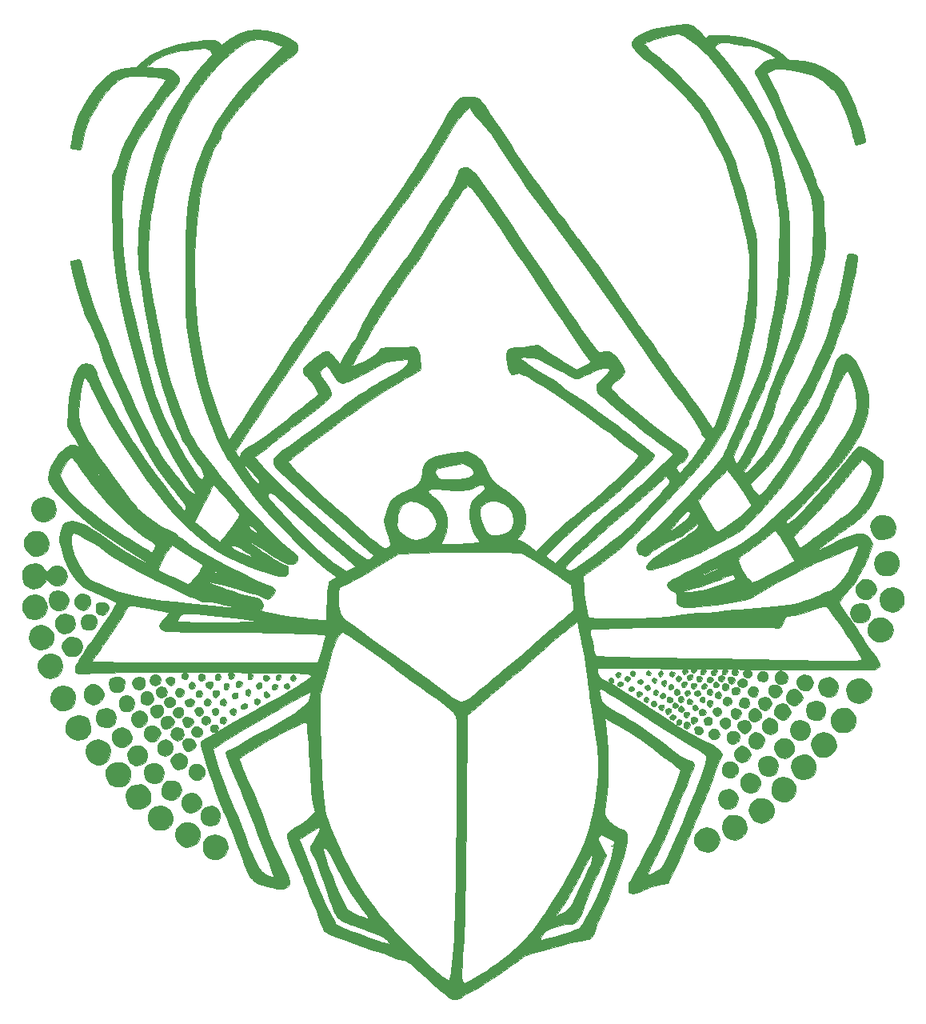
<source format=gbr>
G04 #@! TF.FileFunction,Legend,Top*
%FSLAX46Y46*%
G04 Gerber Fmt 4.6, Leading zero omitted, Abs format (unit mm)*
G04 Created by KiCad (PCBNEW 4.0.6) date 06/27/17 19:22:01*
%MOMM*%
%LPD*%
G01*
G04 APERTURE LIST*
%ADD10C,0.100000*%
%ADD11C,0.010000*%
G04 APERTURE END LIST*
D10*
D11*
G36*
X106629114Y-75251655D02*
X106842821Y-75373937D01*
X106995445Y-75486920D01*
X107329887Y-75806759D01*
X107416841Y-76084404D01*
X107255164Y-76344601D01*
X106945978Y-76556858D01*
X106581580Y-76752073D01*
X106383990Y-76821671D01*
X106303170Y-76774735D01*
X106289245Y-76676090D01*
X106191721Y-76496326D01*
X105961206Y-76280265D01*
X105948333Y-76270760D01*
X105760333Y-76151385D01*
X105563977Y-76091930D01*
X105290021Y-76087573D01*
X104869224Y-76133494D01*
X104573609Y-76175031D01*
X104006894Y-76247544D01*
X103466394Y-76300803D01*
X103057419Y-76324667D01*
X103015653Y-76325085D01*
X102585391Y-76384412D01*
X102021908Y-76541127D01*
X101407908Y-76763328D01*
X100826091Y-77019115D01*
X100359158Y-77276588D01*
X100159639Y-77426748D01*
X99909385Y-77630549D01*
X99730115Y-77727754D01*
X99717700Y-77729105D01*
X99566098Y-77819793D01*
X99353965Y-78040275D01*
X99336494Y-78061881D01*
X99097132Y-78275486D01*
X98761503Y-78474386D01*
X98393934Y-78634507D01*
X98058751Y-78731775D01*
X97820280Y-78742117D01*
X97741498Y-78658794D01*
X97836886Y-78494554D01*
X98090905Y-78222016D01*
X98455338Y-77882482D01*
X98881968Y-77517254D01*
X99322577Y-77167632D01*
X99728949Y-76874919D01*
X100048807Y-76682427D01*
X101019471Y-76238149D01*
X101961741Y-75879671D01*
X102808772Y-75630605D01*
X103293759Y-75536133D01*
X103750990Y-75471758D01*
X104135647Y-75416753D01*
X104314864Y-75390442D01*
X104561673Y-75358941D01*
X104978742Y-75311318D01*
X105482345Y-75257086D01*
X105559516Y-75249038D01*
X106065474Y-75202129D01*
X106396003Y-75198693D01*
X106629114Y-75251655D01*
X106629114Y-75251655D01*
G37*
X106629114Y-75251655D02*
X106842821Y-75373937D01*
X106995445Y-75486920D01*
X107329887Y-75806759D01*
X107416841Y-76084404D01*
X107255164Y-76344601D01*
X106945978Y-76556858D01*
X106581580Y-76752073D01*
X106383990Y-76821671D01*
X106303170Y-76774735D01*
X106289245Y-76676090D01*
X106191721Y-76496326D01*
X105961206Y-76280265D01*
X105948333Y-76270760D01*
X105760333Y-76151385D01*
X105563977Y-76091930D01*
X105290021Y-76087573D01*
X104869224Y-76133494D01*
X104573609Y-76175031D01*
X104006894Y-76247544D01*
X103466394Y-76300803D01*
X103057419Y-76324667D01*
X103015653Y-76325085D01*
X102585391Y-76384412D01*
X102021908Y-76541127D01*
X101407908Y-76763328D01*
X100826091Y-77019115D01*
X100359158Y-77276588D01*
X100159639Y-77426748D01*
X99909385Y-77630549D01*
X99730115Y-77727754D01*
X99717700Y-77729105D01*
X99566098Y-77819793D01*
X99353965Y-78040275D01*
X99336494Y-78061881D01*
X99097132Y-78275486D01*
X98761503Y-78474386D01*
X98393934Y-78634507D01*
X98058751Y-78731775D01*
X97820280Y-78742117D01*
X97741498Y-78658794D01*
X97836886Y-78494554D01*
X98090905Y-78222016D01*
X98455338Y-77882482D01*
X98881968Y-77517254D01*
X99322577Y-77167632D01*
X99728949Y-76874919D01*
X100048807Y-76682427D01*
X101019471Y-76238149D01*
X101961741Y-75879671D01*
X102808772Y-75630605D01*
X103293759Y-75536133D01*
X103750990Y-75471758D01*
X104135647Y-75416753D01*
X104314864Y-75390442D01*
X104561673Y-75358941D01*
X104978742Y-75311318D01*
X105482345Y-75257086D01*
X105559516Y-75249038D01*
X106065474Y-75202129D01*
X106396003Y-75198693D01*
X106629114Y-75251655D01*
G36*
X160049716Y-74690835D02*
X160247048Y-74698170D01*
X160802205Y-74726940D01*
X161258806Y-74764944D01*
X161558755Y-74806511D01*
X161644267Y-74834554D01*
X161816393Y-74889660D01*
X162139420Y-74920949D01*
X162251967Y-74923422D01*
X162603549Y-74974058D01*
X163124362Y-75109273D01*
X163751536Y-75307363D01*
X164422200Y-75546626D01*
X165073484Y-75805358D01*
X165642520Y-76061857D01*
X165836472Y-76160812D01*
X166098943Y-76333141D01*
X166456348Y-76608850D01*
X166859405Y-76944488D01*
X167258831Y-77296606D01*
X167605344Y-77621755D01*
X167849662Y-77876485D01*
X167942501Y-78017347D01*
X167942503Y-78017578D01*
X167842396Y-78133180D01*
X167615435Y-78148862D01*
X167371660Y-78059823D01*
X167348627Y-78043493D01*
X167069589Y-77897115D01*
X166900834Y-77860803D01*
X166686297Y-77766414D01*
X166423566Y-77538014D01*
X166366612Y-77473829D01*
X166129331Y-77228232D01*
X165943324Y-77097483D01*
X165913697Y-77090914D01*
X165742387Y-77006594D01*
X165505208Y-76802139D01*
X165490633Y-76787159D01*
X165170857Y-76551093D01*
X164688073Y-76300876D01*
X164129740Y-76071658D01*
X163583322Y-75898591D01*
X163136278Y-75816824D01*
X163070482Y-75814510D01*
X162737822Y-75790298D01*
X162253058Y-75726430D01*
X161713852Y-75636024D01*
X161645094Y-75623053D01*
X160985808Y-75505136D01*
X160519163Y-75451238D01*
X160189360Y-75466693D01*
X159940599Y-75556837D01*
X159717082Y-75727005D01*
X159624688Y-75816228D01*
X159240078Y-76200838D01*
X158741039Y-75920363D01*
X158383585Y-75675115D01*
X158265617Y-75447189D01*
X158379608Y-75189482D01*
X158589170Y-74970044D01*
X158759351Y-74825331D01*
X158931559Y-74734719D01*
X159164732Y-74688542D01*
X159517806Y-74677136D01*
X160049716Y-74690835D01*
X160049716Y-74690835D01*
G37*
X160049716Y-74690835D02*
X160247048Y-74698170D01*
X160802205Y-74726940D01*
X161258806Y-74764944D01*
X161558755Y-74806511D01*
X161644267Y-74834554D01*
X161816393Y-74889660D01*
X162139420Y-74920949D01*
X162251967Y-74923422D01*
X162603549Y-74974058D01*
X163124362Y-75109273D01*
X163751536Y-75307363D01*
X164422200Y-75546626D01*
X165073484Y-75805358D01*
X165642520Y-76061857D01*
X165836472Y-76160812D01*
X166098943Y-76333141D01*
X166456348Y-76608850D01*
X166859405Y-76944488D01*
X167258831Y-77296606D01*
X167605344Y-77621755D01*
X167849662Y-77876485D01*
X167942501Y-78017347D01*
X167942503Y-78017578D01*
X167842396Y-78133180D01*
X167615435Y-78148862D01*
X167371660Y-78059823D01*
X167348627Y-78043493D01*
X167069589Y-77897115D01*
X166900834Y-77860803D01*
X166686297Y-77766414D01*
X166423566Y-77538014D01*
X166366612Y-77473829D01*
X166129331Y-77228232D01*
X165943324Y-77097483D01*
X165913697Y-77090914D01*
X165742387Y-77006594D01*
X165505208Y-76802139D01*
X165490633Y-76787159D01*
X165170857Y-76551093D01*
X164688073Y-76300876D01*
X164129740Y-76071658D01*
X163583322Y-75898591D01*
X163136278Y-75816824D01*
X163070482Y-75814510D01*
X162737822Y-75790298D01*
X162253058Y-75726430D01*
X161713852Y-75636024D01*
X161645094Y-75623053D01*
X160985808Y-75505136D01*
X160519163Y-75451238D01*
X160189360Y-75466693D01*
X159940599Y-75556837D01*
X159717082Y-75727005D01*
X159624688Y-75816228D01*
X159240078Y-76200838D01*
X158741039Y-75920363D01*
X158383585Y-75675115D01*
X158265617Y-75447189D01*
X158379608Y-75189482D01*
X158589170Y-74970044D01*
X158759351Y-74825331D01*
X158931559Y-74734719D01*
X159164732Y-74688542D01*
X159517806Y-74677136D01*
X160049716Y-74690835D01*
G36*
X156636910Y-73559195D02*
X156904714Y-73607380D01*
X157140473Y-73711762D01*
X157272431Y-73789771D01*
X157584819Y-74009971D01*
X157799986Y-74210503D01*
X157830365Y-74253554D01*
X157953369Y-74408294D01*
X158219543Y-74705605D01*
X158592812Y-75106299D01*
X159037098Y-75571188D01*
X159161160Y-75699144D01*
X160348490Y-77017749D01*
X161540819Y-78525184D01*
X162695158Y-80159556D01*
X163768520Y-81858970D01*
X164717917Y-83561530D01*
X164975980Y-84071447D01*
X165336997Y-84822460D01*
X165640371Y-85507152D01*
X165896695Y-86165281D01*
X166116564Y-86836605D01*
X166310571Y-87560881D01*
X166489308Y-88377865D01*
X166663370Y-89327317D01*
X166843349Y-90448993D01*
X167039839Y-91782650D01*
X167050540Y-91857377D01*
X167172513Y-92720614D01*
X167266175Y-93429294D01*
X167334550Y-94037985D01*
X167380660Y-94601254D01*
X167407529Y-95173669D01*
X167418181Y-95809798D01*
X167415637Y-96564209D01*
X167402922Y-97491470D01*
X167393507Y-98047829D01*
X167373300Y-99076632D01*
X167347640Y-99950436D01*
X167310583Y-100714587D01*
X167256184Y-101414429D01*
X167178497Y-102095308D01*
X167071577Y-102802568D01*
X166929479Y-103581555D01*
X166746258Y-104477613D01*
X166515969Y-105536086D01*
X166263922Y-106663407D01*
X166025961Y-107682105D01*
X165785857Y-108638152D01*
X165552775Y-109500402D01*
X165335881Y-110237704D01*
X165144342Y-110818910D01*
X164987322Y-111212872D01*
X164873987Y-111388440D01*
X164873446Y-111388779D01*
X164770284Y-111566118D01*
X164750271Y-111714380D01*
X164687933Y-112044728D01*
X164628075Y-112185491D01*
X164475988Y-112481566D01*
X164265992Y-112916950D01*
X164021353Y-113440179D01*
X163765340Y-113999786D01*
X163521220Y-114544305D01*
X163312261Y-115022270D01*
X163161731Y-115382217D01*
X163092897Y-115572677D01*
X163090974Y-115585402D01*
X163038126Y-115745004D01*
X162892619Y-116089847D01*
X162674013Y-116575881D01*
X162401865Y-117159059D01*
X162263322Y-117449398D01*
X161972452Y-118067333D01*
X161726594Y-118613606D01*
X161545409Y-119042632D01*
X161448561Y-119308826D01*
X161437733Y-119363407D01*
X161512598Y-119609547D01*
X161633577Y-119810141D01*
X161777081Y-119974987D01*
X161889294Y-119962202D01*
X162060423Y-119758584D01*
X162069741Y-119746322D01*
X162228211Y-119498314D01*
X162460951Y-119085776D01*
X162731798Y-118574332D01*
X162913773Y-118214663D01*
X163211995Y-117614585D01*
X163513094Y-117010319D01*
X163771104Y-116494050D01*
X163874164Y-116288615D01*
X164033684Y-115930866D01*
X164251015Y-115386435D01*
X164504957Y-114711381D01*
X164774311Y-113961763D01*
X164984317Y-113352936D01*
X165311883Y-112426791D01*
X165706801Y-111376026D01*
X166127732Y-110307001D01*
X166533336Y-109326078D01*
X166691399Y-108960894D01*
X167075858Y-108077418D01*
X167397650Y-107306822D01*
X167673073Y-106599681D01*
X167918427Y-105906571D01*
X168150009Y-105178066D01*
X168384118Y-104364742D01*
X168637052Y-103417173D01*
X168925109Y-102285936D01*
X169027392Y-101876975D01*
X169263033Y-100922242D01*
X169443389Y-100156263D01*
X169577971Y-99520875D01*
X169676292Y-98957915D01*
X169747864Y-98409222D01*
X169802198Y-97816632D01*
X169848807Y-97121983D01*
X169872781Y-96707628D01*
X169928445Y-95492413D01*
X169943941Y-94482121D01*
X169917042Y-93629233D01*
X169845522Y-92886230D01*
X169727156Y-92205595D01*
X169645550Y-91857377D01*
X169488719Y-91336325D01*
X169245299Y-90645310D01*
X168939054Y-89844564D01*
X168593750Y-88994314D01*
X168233153Y-88154791D01*
X167882845Y-87390040D01*
X167574883Y-86732494D01*
X167210107Y-85935777D01*
X166816392Y-85062503D01*
X166421614Y-84175282D01*
X166053646Y-83336728D01*
X165740366Y-82609451D01*
X165525120Y-82094206D01*
X165285566Y-81564166D01*
X164961152Y-80923992D01*
X164605761Y-80277835D01*
X164437862Y-79992615D01*
X164146724Y-79494578D01*
X163914325Y-79064943D01*
X163768569Y-78757319D01*
X163732907Y-78638313D01*
X163833123Y-78395908D01*
X164084447Y-78079396D01*
X164424159Y-77754108D01*
X164789536Y-77485375D01*
X164899681Y-77423003D01*
X165380886Y-77274079D01*
X166062389Y-77205704D01*
X166903022Y-77215605D01*
X167861615Y-77301512D01*
X168896998Y-77461153D01*
X169968001Y-77692256D01*
X170021564Y-77705600D01*
X170613718Y-77923628D01*
X171323385Y-78298021D01*
X172095776Y-78796785D01*
X172808445Y-79332961D01*
X173031733Y-79598166D01*
X173313236Y-80061234D01*
X173632779Y-80677085D01*
X173970185Y-81400641D01*
X174305279Y-82186821D01*
X174617886Y-82990546D01*
X174887830Y-83766737D01*
X175076721Y-84401115D01*
X175230135Y-84981401D01*
X175355774Y-85468645D01*
X175440675Y-85811731D01*
X175471879Y-85959543D01*
X175471879Y-85959560D01*
X175363461Y-86040276D01*
X175103632Y-86144172D01*
X174790532Y-86240660D01*
X174522299Y-86299150D01*
X174400011Y-86293656D01*
X174349941Y-86156865D01*
X174250047Y-85823320D01*
X174114860Y-85343297D01*
X173960609Y-84773457D01*
X173747050Y-84054678D01*
X173485498Y-83304664D01*
X173194937Y-82565490D01*
X172894352Y-81879230D01*
X172602725Y-81287956D01*
X172339040Y-80833743D01*
X172122281Y-80558663D01*
X172032283Y-80499684D01*
X171804935Y-80354929D01*
X171520978Y-80081300D01*
X171397462Y-79935839D01*
X170936554Y-79505895D01*
X170305525Y-79134369D01*
X170247850Y-79107931D01*
X169703519Y-78907853D01*
X168990900Y-78707148D01*
X168196266Y-78524270D01*
X167405889Y-78377671D01*
X166706045Y-78285806D01*
X166301876Y-78263909D01*
X165896767Y-78312270D01*
X165495413Y-78435506D01*
X165174937Y-78600853D01*
X165012463Y-78775543D01*
X165005547Y-78814653D01*
X165068122Y-78973960D01*
X165231774Y-79280662D01*
X165449187Y-79648691D01*
X165698469Y-80096659D01*
X165989792Y-80684487D01*
X166275080Y-81313195D01*
X166388447Y-81582502D01*
X166725482Y-82373583D01*
X167171471Y-83366305D01*
X167715454Y-84536951D01*
X168346470Y-85861805D01*
X168777377Y-86751849D01*
X169012851Y-87258026D01*
X169278204Y-87864065D01*
X169548787Y-88509389D01*
X169799950Y-89133423D01*
X170007044Y-89675590D01*
X170145422Y-90075313D01*
X170180529Y-90200204D01*
X170301530Y-90531845D01*
X170509485Y-90949300D01*
X170637170Y-91166541D01*
X170808175Y-91458790D01*
X170916020Y-91722636D01*
X170975097Y-92030360D01*
X170999801Y-92454243D01*
X171004542Y-93011415D01*
X171020842Y-93721262D01*
X171064406Y-94546220D01*
X171127227Y-95348569D01*
X171157922Y-95650124D01*
X171231478Y-96914454D01*
X171146210Y-98019671D01*
X170896522Y-99010838D01*
X170673334Y-99552962D01*
X170497331Y-100012038D01*
X170323777Y-100609255D01*
X170185407Y-101229282D01*
X170165415Y-101342420D01*
X170020907Y-102109358D01*
X169828364Y-102995782D01*
X169604526Y-103935624D01*
X169366132Y-104862816D01*
X169129922Y-105711288D01*
X168912637Y-106414973D01*
X168796633Y-106744645D01*
X168633707Y-107153392D01*
X168395470Y-107723582D01*
X168105002Y-108402670D01*
X167785384Y-109138107D01*
X167459697Y-109877347D01*
X167151020Y-110567842D01*
X166882434Y-111157046D01*
X166677020Y-111592411D01*
X166599270Y-111747369D01*
X166461107Y-112108270D01*
X166409567Y-112417469D01*
X166373760Y-112652478D01*
X166308196Y-112726221D01*
X166221116Y-112837625D01*
X166100182Y-113120666D01*
X165970424Y-113498591D01*
X165856874Y-113894645D01*
X165784562Y-114232074D01*
X165771376Y-114372331D01*
X165717268Y-114581707D01*
X165571700Y-114956532D01*
X165359811Y-115435162D01*
X165209376Y-115750453D01*
X164904738Y-116388401D01*
X164586622Y-117081527D01*
X164310661Y-117707902D01*
X164240458Y-117874052D01*
X164006012Y-118401635D01*
X163760481Y-118897433D01*
X163551729Y-119265598D01*
X163526077Y-119304584D01*
X163336854Y-119600052D01*
X163228536Y-119801415D01*
X163218613Y-119835671D01*
X163147989Y-119977070D01*
X162971518Y-120235624D01*
X162899517Y-120332039D01*
X162650999Y-120710715D01*
X162589851Y-120944631D01*
X162714220Y-121022703D01*
X162874415Y-120931402D01*
X163158098Y-120685275D01*
X163525794Y-120325994D01*
X163938029Y-119895226D01*
X164355329Y-119434641D01*
X164738220Y-118985907D01*
X165047228Y-118590694D01*
X165132514Y-118469940D01*
X165434041Y-117993013D01*
X165772206Y-117408834D01*
X166075360Y-116841324D01*
X166083757Y-116824675D01*
X166328180Y-116364574D01*
X166668410Y-115758705D01*
X167064137Y-115077259D01*
X167475051Y-114390426D01*
X167586487Y-114208092D01*
X168051674Y-113410481D01*
X168581281Y-112435144D01*
X169146009Y-111341804D01*
X169716559Y-110190187D01*
X170263633Y-109040016D01*
X170757931Y-107951017D01*
X171170157Y-106982912D01*
X171334158Y-106568554D01*
X171539821Y-105981330D01*
X171714229Y-105392692D01*
X171828220Y-104904118D01*
X171847676Y-104781619D01*
X171939775Y-104328121D01*
X172076511Y-103932098D01*
X172152268Y-103791548D01*
X172281707Y-103512188D01*
X172442144Y-103026169D01*
X172622147Y-102378560D01*
X172810285Y-101614426D01*
X172995127Y-100778837D01*
X173165243Y-99916858D01*
X173236817Y-99515668D01*
X173354776Y-98827413D01*
X173442382Y-98352738D01*
X173516355Y-98054328D01*
X173593411Y-97894864D01*
X173690272Y-97837029D01*
X173823654Y-97843505D01*
X173973683Y-97870918D01*
X174304968Y-97933341D01*
X174529239Y-97984648D01*
X174531745Y-97985386D01*
X174580173Y-98095090D01*
X174574516Y-98392548D01*
X174513044Y-98897170D01*
X174394026Y-99628367D01*
X174376306Y-99729366D01*
X174250252Y-100403477D01*
X174099096Y-101148992D01*
X173932763Y-101923528D01*
X173761179Y-102684702D01*
X173594269Y-103390131D01*
X173441956Y-103997430D01*
X173314168Y-104464217D01*
X173220828Y-104748108D01*
X173185934Y-104812653D01*
X173117825Y-104952962D01*
X172991100Y-105284224D01*
X172824954Y-105754261D01*
X172669460Y-106216673D01*
X172414613Y-106931403D01*
X172105285Y-107711863D01*
X171792656Y-108431530D01*
X171662671Y-108705618D01*
X171371264Y-109309502D01*
X171026025Y-110043331D01*
X170675475Y-110803193D01*
X170435727Y-111333337D01*
X170083251Y-112067776D01*
X169658109Y-112873214D01*
X169222381Y-113635229D01*
X168946912Y-114077558D01*
X168560602Y-114693085D01*
X168114142Y-115443530D01*
X167661832Y-116235626D01*
X167257971Y-116976110D01*
X167244244Y-117002100D01*
X166787971Y-117856119D01*
X166407179Y-118533154D01*
X166065074Y-119085481D01*
X165724866Y-119565378D01*
X165349762Y-120025124D01*
X164902973Y-120516995D01*
X164409565Y-121029941D01*
X163219308Y-122249741D01*
X163603267Y-122771845D01*
X163861070Y-123088562D01*
X164087828Y-123310752D01*
X164172177Y-123364920D01*
X164335309Y-123299139D01*
X164610536Y-123043973D01*
X164977012Y-122627966D01*
X165413893Y-122079663D01*
X165900332Y-121427605D01*
X166415483Y-120700339D01*
X166938501Y-119926406D01*
X167448540Y-119134351D01*
X167924755Y-118352717D01*
X168259705Y-117767930D01*
X168567982Y-117232791D01*
X168949467Y-116600622D01*
X169334626Y-115986030D01*
X169436256Y-115828715D01*
X169788684Y-115260182D01*
X170133445Y-114657369D01*
X170411672Y-114124592D01*
X170480643Y-113977962D01*
X170850470Y-113139788D01*
X171200645Y-112312900D01*
X171514471Y-111539679D01*
X171775250Y-110862503D01*
X171966285Y-110323751D01*
X172070878Y-109965801D01*
X172080197Y-109918181D01*
X172263908Y-109294763D01*
X172565318Y-108822489D01*
X172951700Y-108529837D01*
X173390329Y-108445286D01*
X173690815Y-108516593D01*
X174030587Y-108732449D01*
X174353436Y-109105709D01*
X174679125Y-109665827D01*
X175027421Y-110442258D01*
X175094520Y-110608465D01*
X175504105Y-111765179D01*
X175742377Y-112788069D01*
X175808241Y-113733548D01*
X175700602Y-114658032D01*
X175418365Y-115617937D01*
X174977599Y-116634487D01*
X174658625Y-117265769D01*
X174339912Y-117834040D01*
X173987573Y-118389631D01*
X173567719Y-118982873D01*
X173046463Y-119664095D01*
X172389918Y-120483627D01*
X172366741Y-120512151D01*
X171897236Y-121071954D01*
X171329219Y-121721096D01*
X170696904Y-122423166D01*
X170034502Y-123141754D01*
X169376225Y-123840451D01*
X168756286Y-124482846D01*
X168208896Y-125032530D01*
X167768266Y-125453092D01*
X167526265Y-125663618D01*
X167186494Y-125955724D01*
X167031242Y-126151169D01*
X167030868Y-126292217D01*
X167057711Y-126331681D01*
X167169333Y-126396904D01*
X167340188Y-126343207D01*
X167616002Y-126148064D01*
X167886436Y-125923425D01*
X168433655Y-125418378D01*
X169105108Y-124737140D01*
X169874517Y-123909706D01*
X170715604Y-122966070D01*
X171602090Y-121936225D01*
X172507699Y-120850167D01*
X173406153Y-119737891D01*
X174232848Y-118679404D01*
X174492636Y-118399312D01*
X174731764Y-118235391D01*
X174807220Y-118217466D01*
X175190022Y-118306365D01*
X175682342Y-118540015D01*
X176215255Y-118880618D01*
X176652532Y-119229421D01*
X177258814Y-119768017D01*
X177258814Y-120887027D01*
X177254589Y-121361700D01*
X177229448Y-121727464D01*
X177164690Y-122052198D01*
X177041615Y-122403783D01*
X176841522Y-122850099D01*
X176556048Y-123437966D01*
X175923049Y-124570080D01*
X175247137Y-125466605D01*
X174513747Y-126145651D01*
X174210643Y-126354410D01*
X173933943Y-126541354D01*
X173544690Y-126819958D01*
X173174392Y-127094517D01*
X172738507Y-127420626D01*
X172193431Y-127824223D01*
X171636770Y-128233129D01*
X171471481Y-128353788D01*
X171052558Y-128670306D01*
X170734555Y-128932395D01*
X170558605Y-129104865D01*
X170539026Y-129151492D01*
X170672951Y-129124041D01*
X170976697Y-128994176D01*
X171398065Y-128785475D01*
X171671862Y-128639738D01*
X172459971Y-128242691D01*
X173239690Y-127908670D01*
X173962654Y-127654062D01*
X174580497Y-127495252D01*
X175044856Y-127448627D01*
X175153483Y-127460142D01*
X175607071Y-127650085D01*
X175958038Y-127990953D01*
X176140540Y-128411114D01*
X176152616Y-128547159D01*
X176101129Y-128845230D01*
X175965094Y-129285205D01*
X175772151Y-129779685D01*
X175738528Y-129856490D01*
X175310648Y-130798790D01*
X174947252Y-131547900D01*
X174621645Y-132149066D01*
X174307133Y-132647538D01*
X173977022Y-133088561D01*
X173604616Y-133517384D01*
X173533373Y-133594261D01*
X173164073Y-134007334D01*
X172872667Y-134366831D01*
X172697404Y-134623653D01*
X172663839Y-134710437D01*
X172734040Y-134879115D01*
X172926168Y-135209891D01*
X173212506Y-135658047D01*
X173565341Y-136178863D01*
X173641234Y-136287506D01*
X174055701Y-136887194D01*
X174460929Y-137489947D01*
X174810342Y-138025510D01*
X175056677Y-138422464D01*
X175393373Y-138950179D01*
X175790309Y-139511992D01*
X176036585Y-139830700D01*
X176518544Y-140448952D01*
X176823655Y-140916859D01*
X176957866Y-141262271D01*
X176927120Y-141513037D01*
X176737363Y-141697008D01*
X176461180Y-141819690D01*
X176316192Y-141842489D01*
X176017998Y-141861124D01*
X175557661Y-141875589D01*
X174926244Y-141885874D01*
X174114811Y-141891970D01*
X173114425Y-141893870D01*
X171916150Y-141891564D01*
X170511049Y-141885045D01*
X168890186Y-141874304D01*
X167044624Y-141859332D01*
X164965427Y-141840121D01*
X162643657Y-141816663D01*
X161600025Y-141805606D01*
X159700362Y-141785888D01*
X157872335Y-141768187D01*
X156132110Y-141752592D01*
X154495853Y-141739193D01*
X152979728Y-141728079D01*
X151599902Y-141719339D01*
X150372539Y-141713064D01*
X149313806Y-141709342D01*
X148439867Y-141708264D01*
X147766888Y-141709918D01*
X147311035Y-141714394D01*
X147088473Y-141721782D01*
X147068584Y-141725160D01*
X147047252Y-141886675D01*
X147093331Y-142183680D01*
X147104376Y-142228556D01*
X147319777Y-142641019D01*
X147590296Y-142832362D01*
X147949538Y-143019944D01*
X148484665Y-143326160D01*
X149158959Y-143728338D01*
X149935706Y-144203807D01*
X150778189Y-144729895D01*
X151649692Y-145283929D01*
X152513499Y-145843239D01*
X153199015Y-146295700D01*
X154358205Y-147054630D01*
X155464969Y-147752422D01*
X156488430Y-148370855D01*
X157397713Y-148891709D01*
X158161943Y-149296762D01*
X158729156Y-149559214D01*
X159152385Y-149773510D01*
X159578354Y-150055075D01*
X159947922Y-150356326D01*
X160201942Y-150629679D01*
X160282934Y-150809300D01*
X160205737Y-150997676D01*
X160102851Y-151135266D01*
X159989849Y-151337426D01*
X159828441Y-151722274D01*
X159643253Y-152227894D01*
X159515015Y-152613156D01*
X159306926Y-153241221D01*
X159087621Y-153865186D01*
X158891092Y-154389769D01*
X158809223Y-154591548D01*
X158678669Y-154901139D01*
X158466861Y-155405885D01*
X158190742Y-156065304D01*
X157867250Y-156838915D01*
X157513327Y-157686237D01*
X157206843Y-158420693D01*
X156814130Y-159355948D01*
X156411716Y-160303129D01*
X156022545Y-161209032D01*
X155669564Y-162020451D01*
X155375717Y-162684180D01*
X155225236Y-163015668D01*
X154547972Y-164483507D01*
X153924818Y-164562930D01*
X152832466Y-164797478D01*
X151848707Y-165220944D01*
X151758988Y-165271281D01*
X151219761Y-165499633D01*
X150801702Y-165544304D01*
X150532743Y-165493665D01*
X150406148Y-165358273D01*
X150354590Y-165057803D01*
X150350144Y-165005570D01*
X150391979Y-164502412D01*
X150583627Y-164135497D01*
X150788569Y-163815800D01*
X151079292Y-163303779D01*
X151435853Y-162639462D01*
X151838307Y-161862879D01*
X152266709Y-161014057D01*
X152701114Y-160133026D01*
X153121577Y-159259815D01*
X153508155Y-158434451D01*
X153840901Y-157696964D01*
X154099872Y-157087382D01*
X154118539Y-157041009D01*
X154428651Y-156266577D01*
X154763792Y-155430052D01*
X155084750Y-154629289D01*
X155352311Y-153962144D01*
X155365053Y-153930388D01*
X155912049Y-152567218D01*
X155576638Y-152260523D01*
X155303602Y-152028426D01*
X154909219Y-151713868D01*
X154478510Y-151384651D01*
X154475397Y-151382327D01*
X154028726Y-151046118D01*
X153471105Y-150622272D01*
X152893148Y-150179793D01*
X152624643Y-149972962D01*
X151631212Y-149252833D01*
X150443967Y-148478944D01*
X149042617Y-147638265D01*
X148534352Y-147346591D01*
X147826473Y-146944319D01*
X147993961Y-148247079D01*
X148085875Y-149189640D01*
X148145009Y-150285223D01*
X148171574Y-151464567D01*
X148165782Y-152658410D01*
X148127843Y-153797488D01*
X148057968Y-154812541D01*
X147971733Y-155538452D01*
X147890198Y-156131191D01*
X147836151Y-156651345D01*
X147815246Y-157034628D01*
X147825722Y-157197748D01*
X147998627Y-157525758D01*
X148325410Y-157905583D01*
X148733755Y-158270700D01*
X149151350Y-158554587D01*
X149432241Y-158675580D01*
X149838292Y-158820868D01*
X150075983Y-159025735D01*
X150177964Y-159348495D01*
X150176885Y-159847464D01*
X150166093Y-159986290D01*
X150081465Y-160508597D01*
X149908282Y-161219435D01*
X149661604Y-162074034D01*
X149356493Y-163027625D01*
X149008010Y-164035437D01*
X148631214Y-165052699D01*
X148241168Y-166034642D01*
X147852932Y-166936495D01*
X147758697Y-167142525D01*
X147463495Y-167787124D01*
X147210600Y-168354423D01*
X147018141Y-168802531D01*
X146904250Y-169089554D01*
X146880924Y-169170756D01*
X146827494Y-169357113D01*
X146691831Y-169677307D01*
X146603023Y-169862241D01*
X146406427Y-170206839D01*
X146221863Y-170371895D01*
X145975901Y-170418413D01*
X145932923Y-170418938D01*
X145698953Y-170451655D01*
X145262982Y-170542100D01*
X144668765Y-170678944D01*
X143960059Y-170850859D01*
X143180621Y-171046517D01*
X142374207Y-171254589D01*
X141584574Y-171463746D01*
X140855478Y-171662660D01*
X140230676Y-171840002D01*
X139753924Y-171984445D01*
X139468980Y-172084659D01*
X139431648Y-172102106D01*
X139233619Y-172229542D01*
X138877738Y-172479330D01*
X138409146Y-172819034D01*
X137872985Y-173216220D01*
X137690974Y-173352829D01*
X137113915Y-173772485D01*
X136469935Y-174216194D01*
X135797901Y-174659859D01*
X135136677Y-175079383D01*
X134525125Y-175450668D01*
X134002112Y-175749618D01*
X133606500Y-175952134D01*
X133377155Y-176034119D01*
X133365551Y-176034764D01*
X133180523Y-176118437D01*
X132923910Y-176324256D01*
X132878013Y-176368785D01*
X132479682Y-176638932D01*
X132080252Y-176765007D01*
X131889817Y-176779100D01*
X131710201Y-176749505D01*
X131503148Y-176652346D01*
X131230401Y-176463746D01*
X130853703Y-176159829D01*
X130334795Y-175716720D01*
X130164548Y-175569428D01*
X129553614Y-175036039D01*
X128917542Y-174473657D01*
X128325558Y-173943906D01*
X127846888Y-173508413D01*
X127783816Y-173450090D01*
X127308289Y-173026060D01*
X126958268Y-172761112D01*
X126687720Y-172625279D01*
X126460389Y-172588533D01*
X126097946Y-172529307D01*
X125669912Y-172381227D01*
X125538491Y-172319556D01*
X125149051Y-172147133D01*
X124623706Y-171948148D01*
X124072568Y-171764165D01*
X124043827Y-171755347D01*
X123109994Y-171461507D01*
X122166172Y-171148508D01*
X121246461Y-170829174D01*
X120384964Y-170516325D01*
X119615782Y-170222783D01*
X118973016Y-169961372D01*
X118490768Y-169744912D01*
X118203141Y-169586226D01*
X118147223Y-169538254D01*
X117987723Y-169262165D01*
X117815534Y-168845871D01*
X117713121Y-168531409D01*
X117554060Y-168048356D01*
X117330205Y-167455712D01*
X117087312Y-166873985D01*
X117063566Y-166820672D01*
X116859609Y-166347228D01*
X116594959Y-165705699D01*
X116298336Y-164967105D01*
X115998464Y-164202467D01*
X115876300Y-163884994D01*
X115580379Y-163121963D01*
X115272121Y-162346013D01*
X114981403Y-161631145D01*
X114738101Y-161051363D01*
X114659754Y-160871606D01*
X114380986Y-160198534D01*
X114271533Y-159816801D01*
X115505183Y-159816801D01*
X116075054Y-161256687D01*
X116355486Y-161966333D01*
X116685850Y-162803988D01*
X117022923Y-163659988D01*
X117296476Y-164355869D01*
X117603587Y-165109232D01*
X117953231Y-165920089D01*
X118319752Y-166733116D01*
X118677492Y-167492994D01*
X119000795Y-168144399D01*
X119264005Y-168632011D01*
X119332951Y-168746985D01*
X119431437Y-168846490D01*
X119626770Y-168967341D01*
X119940674Y-169118326D01*
X120394877Y-169308230D01*
X121011105Y-169545841D01*
X121811084Y-169839945D01*
X122816540Y-170199329D01*
X123650773Y-170493223D01*
X124314048Y-170720571D01*
X124760031Y-170855953D01*
X125009666Y-170899108D01*
X125083898Y-170849776D01*
X125003670Y-170707698D01*
X124796127Y-170479005D01*
X124353810Y-170128602D01*
X123846292Y-169874715D01*
X123781893Y-169853569D01*
X123376755Y-169718167D01*
X122843563Y-169523360D01*
X122289652Y-169308517D01*
X122225491Y-169282695D01*
X121740877Y-169097205D01*
X121325317Y-168956946D01*
X121052060Y-168886121D01*
X121012928Y-168882056D01*
X120784044Y-168816510D01*
X120425170Y-168651158D01*
X120082644Y-168461598D01*
X119873430Y-168337703D01*
X119703177Y-168225655D01*
X119558071Y-168097254D01*
X119424293Y-167924299D01*
X119288026Y-167678588D01*
X119135455Y-167331921D01*
X118952762Y-166856097D01*
X118726131Y-166222914D01*
X118441744Y-165404173D01*
X118102351Y-164419688D01*
X117784927Y-163508047D01*
X117531912Y-162804083D01*
X117329168Y-162272582D01*
X117162562Y-161878328D01*
X117017956Y-161586105D01*
X116881215Y-161360700D01*
X116864802Y-161336668D01*
X116656421Y-160899728D01*
X116665455Y-160793572D01*
X118001848Y-160793572D01*
X118011771Y-160941458D01*
X118105161Y-161284469D01*
X118266773Y-161782311D01*
X118481361Y-162394691D01*
X118733680Y-163081316D01*
X119008486Y-163801892D01*
X119290533Y-164516126D01*
X119564576Y-165183723D01*
X119815369Y-165764390D01*
X120027668Y-166217834D01*
X120122322Y-166398080D01*
X120336913Y-166783080D01*
X120508998Y-167096230D01*
X120577401Y-167224045D01*
X120734735Y-167355422D01*
X121069074Y-167541505D01*
X121517886Y-167748759D01*
X121683969Y-167817494D01*
X122227725Y-168033910D01*
X122577618Y-168165135D01*
X122775729Y-168223424D01*
X122864137Y-168221036D01*
X122884924Y-168170227D01*
X122884944Y-168167314D01*
X122809375Y-168037949D01*
X122607827Y-167763323D01*
X122318044Y-167394034D01*
X122194709Y-167241937D01*
X121628653Y-166483767D01*
X120999499Y-165522772D01*
X120329930Y-164396559D01*
X119642633Y-163142735D01*
X119183965Y-162250893D01*
X118830530Y-161569726D01*
X118556057Y-161102887D01*
X118342773Y-160828466D01*
X118172904Y-160724552D01*
X118028678Y-160769235D01*
X118001848Y-160793572D01*
X116665455Y-160793572D01*
X116688064Y-160527915D01*
X116806583Y-160345317D01*
X116981894Y-160096758D01*
X117195261Y-159730946D01*
X117405298Y-159328005D01*
X117570622Y-158968062D01*
X117649849Y-158731242D01*
X117651778Y-158708895D01*
X117614588Y-158585000D01*
X117483281Y-158573499D01*
X117228255Y-158686011D01*
X116819907Y-158934157D01*
X116445078Y-159182566D01*
X115505183Y-159816801D01*
X114271533Y-159816801D01*
X114237970Y-159699747D01*
X114238960Y-159328372D01*
X114392210Y-159037540D01*
X114705972Y-158780377D01*
X115064198Y-158574728D01*
X115601749Y-158248291D01*
X116160907Y-157843705D01*
X116504047Y-157553622D01*
X117149063Y-156952854D01*
X116963170Y-155995568D01*
X116875196Y-155441558D01*
X116792223Y-154743178D01*
X116726500Y-154011231D01*
X116702131Y-153634261D01*
X116646081Y-152619356D01*
X116587113Y-151608914D01*
X116527581Y-150638347D01*
X116469836Y-149743068D01*
X116416230Y-148958491D01*
X116369116Y-148320028D01*
X116330846Y-147863092D01*
X116303773Y-147623097D01*
X116302316Y-147615120D01*
X116281745Y-147507026D01*
X116246854Y-147437549D01*
X116165639Y-147417120D01*
X116006096Y-147456171D01*
X115736222Y-147565133D01*
X115324011Y-147754438D01*
X114737459Y-148034516D01*
X114152967Y-148315667D01*
X113647399Y-148570273D01*
X113044839Y-148891960D01*
X112381716Y-149259244D01*
X111694455Y-149650645D01*
X111019483Y-150044678D01*
X110393229Y-150419863D01*
X109852119Y-150754715D01*
X109432579Y-151027754D01*
X109171038Y-151217496D01*
X109100020Y-151295586D01*
X109149151Y-151438050D01*
X109284276Y-151769741D01*
X109486991Y-152246933D01*
X109738891Y-152825900D01*
X109852664Y-153083783D01*
X110270027Y-154047404D01*
X110707864Y-155095843D01*
X111142976Y-156170544D01*
X111552164Y-157212951D01*
X111912229Y-158164508D01*
X112199971Y-158966659D01*
X112293692Y-159244976D01*
X112456123Y-159676136D01*
X112708234Y-160267908D01*
X113020792Y-160955015D01*
X113364565Y-161672181D01*
X113522607Y-161989197D01*
X113967012Y-162903765D01*
X114271318Y-163625200D01*
X114435241Y-164173953D01*
X114458497Y-164570474D01*
X114340802Y-164835213D01*
X114081872Y-164988622D01*
X113681422Y-165051150D01*
X113480019Y-165055288D01*
X113138253Y-165015594D01*
X112641649Y-164911783D01*
X112076686Y-164763003D01*
X111844241Y-164693097D01*
X111286945Y-164509880D01*
X110913954Y-164355767D01*
X110662782Y-164194597D01*
X110470941Y-163990211D01*
X110359891Y-163834130D01*
X110167046Y-163492517D01*
X109929582Y-162992612D01*
X109685792Y-162417558D01*
X109571387Y-162122201D01*
X109199845Y-161138265D01*
X108812867Y-160132676D01*
X108428756Y-159151498D01*
X108065814Y-158240798D01*
X107742341Y-157446643D01*
X107476639Y-156815097D01*
X107340166Y-156506121D01*
X107123861Y-155999963D01*
X106870125Y-155354026D01*
X106591946Y-154607003D01*
X106302311Y-153797589D01*
X106014207Y-152964476D01*
X105740620Y-152146358D01*
X105494538Y-151381928D01*
X105288946Y-150709881D01*
X105162727Y-150261001D01*
X106324863Y-150261001D01*
X106861366Y-152011450D01*
X107111278Y-152767945D01*
X107434808Y-153661605D01*
X107796476Y-154598802D01*
X108160802Y-155485913D01*
X108298681Y-155804291D01*
X108657197Y-156640090D01*
X109033571Y-157556521D01*
X109391142Y-158461856D01*
X109693247Y-159264366D01*
X109791612Y-159539650D01*
X110192342Y-160646829D01*
X110548448Y-161534983D01*
X110877424Y-162232690D01*
X111196762Y-162768528D01*
X111523956Y-163171077D01*
X111876497Y-163468914D01*
X112271880Y-163690617D01*
X112354794Y-163727132D01*
X112628856Y-163807242D01*
X112776120Y-163780480D01*
X112779929Y-163772744D01*
X112749479Y-163619336D01*
X112637668Y-163273529D01*
X112459962Y-162779125D01*
X112231822Y-162179926D01*
X112096206Y-161835991D01*
X111756236Y-160982281D01*
X111423630Y-160143711D01*
X111079998Y-159273579D01*
X110706950Y-158325180D01*
X110286094Y-157251811D01*
X109799040Y-156006770D01*
X109570223Y-155421196D01*
X109270985Y-154665211D01*
X108951170Y-153873909D01*
X108646217Y-153134014D01*
X108391569Y-152532253D01*
X108358647Y-152456387D01*
X108128594Y-151909940D01*
X107932691Y-151410208D01*
X107798710Y-151029728D01*
X107761005Y-150895440D01*
X107729284Y-150673830D01*
X107787777Y-150522319D01*
X107985528Y-150384792D01*
X108359756Y-150210362D01*
X108850151Y-149975839D01*
X109337504Y-149715354D01*
X109549975Y-149589311D01*
X109822774Y-149426888D01*
X110274274Y-149168343D01*
X110858838Y-148839362D01*
X111530829Y-148465635D01*
X112227155Y-148082401D01*
X113337360Y-147468136D01*
X113825257Y-147188533D01*
X117718328Y-147188533D01*
X117725830Y-148272285D01*
X117749025Y-149434301D01*
X117785868Y-150635887D01*
X117834312Y-151838346D01*
X117892311Y-153002984D01*
X117957820Y-154091104D01*
X118028792Y-155064012D01*
X118103181Y-155883013D01*
X118178943Y-156509409D01*
X118225666Y-156783882D01*
X118375152Y-157367730D01*
X118587038Y-158021755D01*
X118775240Y-158506997D01*
X119313329Y-159748282D01*
X119774156Y-160790389D01*
X120176878Y-161670508D01*
X120540655Y-162425826D01*
X120884647Y-163093533D01*
X121228013Y-163710817D01*
X121589911Y-164314866D01*
X121989500Y-164942869D01*
X122445941Y-165632014D01*
X122446100Y-165632251D01*
X122931561Y-166326679D01*
X123502904Y-167099651D01*
X124079260Y-167843629D01*
X124461760Y-168312653D01*
X125034929Y-168969883D01*
X125691885Y-169682447D01*
X126407741Y-170427023D01*
X127157604Y-171180290D01*
X127916587Y-171918924D01*
X128659798Y-172619604D01*
X129362347Y-173259007D01*
X129999345Y-173813811D01*
X130545902Y-174260694D01*
X130977127Y-174576333D01*
X131268131Y-174737407D01*
X131335191Y-174753154D01*
X131414019Y-174645795D01*
X131485928Y-174377076D01*
X131491594Y-174343558D01*
X131560801Y-173866907D01*
X132669750Y-173866907D01*
X132670637Y-174424165D01*
X132728967Y-174783286D01*
X132848389Y-174970351D01*
X132992496Y-175013658D01*
X133166884Y-174955131D01*
X133495931Y-174800578D01*
X133913182Y-174581547D01*
X133977201Y-174546230D01*
X134396503Y-174306625D01*
X134813205Y-174051512D01*
X135273158Y-173750436D01*
X135822211Y-173372943D01*
X136506217Y-172888579D01*
X136925145Y-172588182D01*
X137617769Y-172049479D01*
X138358844Y-171404635D01*
X139084884Y-170714280D01*
X139292882Y-170497376D01*
X140932168Y-170497376D01*
X140950797Y-170546322D01*
X141109822Y-170514445D01*
X141435690Y-170431921D01*
X141755752Y-170344875D01*
X142510024Y-170126910D01*
X143254923Y-169898475D01*
X143942292Y-169675616D01*
X144523974Y-169474381D01*
X144951810Y-169310821D01*
X145167188Y-169208030D01*
X145309534Y-169042210D01*
X145539894Y-168687778D01*
X145834227Y-168185490D01*
X146168493Y-167576105D01*
X146460590Y-167015131D01*
X146941451Y-166013302D01*
X147402128Y-164948766D01*
X147824399Y-163872205D01*
X148190044Y-162834302D01*
X148480843Y-161885738D01*
X148678575Y-161077197D01*
X148748528Y-160651033D01*
X148828191Y-159973219D01*
X148177896Y-159643690D01*
X147732984Y-159428941D01*
X147458801Y-159339359D01*
X147303754Y-159374657D01*
X147216248Y-159534551D01*
X147187370Y-159638215D01*
X147182665Y-159899841D01*
X147303569Y-160239561D01*
X147570583Y-160714892D01*
X147571859Y-160716958D01*
X148037679Y-161471648D01*
X147127509Y-163360492D01*
X146765480Y-164141970D01*
X146399339Y-164984611D01*
X146065405Y-165801478D01*
X145799998Y-166505634D01*
X145736005Y-166691363D01*
X145458247Y-167472454D01*
X145209722Y-168036048D01*
X144965801Y-168414174D01*
X144701858Y-168638866D01*
X144393263Y-168742153D01*
X144145957Y-168759387D01*
X143671701Y-168803268D01*
X143106030Y-168919087D01*
X142529130Y-169083106D01*
X142021189Y-169271587D01*
X141662391Y-169460794D01*
X141595588Y-169514370D01*
X141388046Y-169745997D01*
X141179825Y-170032605D01*
X141013631Y-170305846D01*
X140932168Y-170497376D01*
X139292882Y-170497376D01*
X139732399Y-170039041D01*
X140237902Y-169439550D01*
X140278171Y-169386136D01*
X140880481Y-168550068D01*
X141263626Y-167991430D01*
X142554517Y-167991430D01*
X143019644Y-167797087D01*
X143452913Y-167577716D01*
X143864696Y-167312828D01*
X143881383Y-167300235D01*
X144182478Y-166987048D01*
X144451328Y-166573395D01*
X144513516Y-166442626D01*
X144647208Y-166141235D01*
X144866911Y-165661337D01*
X145148594Y-165054767D01*
X145468230Y-164373359D01*
X145701811Y-163879343D01*
X146090800Y-163036403D01*
X146359254Y-162396644D01*
X146512705Y-161941267D01*
X146556684Y-161651476D01*
X146496722Y-161508474D01*
X146406287Y-161485307D01*
X146320351Y-161594180D01*
X146139952Y-161896697D01*
X145884375Y-162357971D01*
X145572904Y-162943114D01*
X145224822Y-163617236D01*
X145189318Y-163687066D01*
X144781797Y-164465231D01*
X144350089Y-165247672D01*
X143929691Y-165972849D01*
X143556100Y-166579220D01*
X143313300Y-166939479D01*
X142554517Y-167991430D01*
X141263626Y-167991430D01*
X141533102Y-167598527D01*
X142198264Y-166590273D01*
X142838195Y-165584064D01*
X143415122Y-164638658D01*
X143891274Y-163812813D01*
X144053257Y-163513591D01*
X144688410Y-162283153D01*
X145203181Y-161221364D01*
X145616029Y-160282654D01*
X145945409Y-159421451D01*
X146209778Y-158592185D01*
X146427593Y-157749285D01*
X146477786Y-157527226D01*
X146789608Y-155952568D01*
X147000027Y-154483663D01*
X147109493Y-153063224D01*
X147118455Y-151633960D01*
X147027362Y-150138584D01*
X146836665Y-148519807D01*
X146561912Y-146805618D01*
X146437294Y-146050068D01*
X146322955Y-145268238D01*
X146231600Y-144552580D01*
X146185682Y-144093536D01*
X147271262Y-144093536D01*
X147306759Y-144419923D01*
X147391682Y-144798989D01*
X147505001Y-145137915D01*
X147625685Y-145343881D01*
X147631686Y-145349149D01*
X148019142Y-145647528D01*
X148517379Y-145986682D01*
X149162660Y-146389946D01*
X149991252Y-146880655D01*
X150199517Y-147001376D01*
X151097114Y-147542209D01*
X151996338Y-148132297D01*
X152944179Y-148804824D01*
X153987627Y-149592974D01*
X155006893Y-150396242D01*
X155692970Y-150908150D01*
X156262717Y-151256254D01*
X156656527Y-151416748D01*
X156946898Y-151498453D01*
X157147366Y-151596864D01*
X157256124Y-151744780D01*
X157271366Y-151974996D01*
X157191287Y-152320312D01*
X157014082Y-152813524D01*
X156737945Y-153487430D01*
X156513373Y-154017176D01*
X156219082Y-154720214D01*
X155907976Y-155482607D01*
X155625052Y-156193258D01*
X155479427Y-156569940D01*
X154859276Y-158118068D01*
X154141218Y-159747990D01*
X153300455Y-161515507D01*
X153112964Y-161895332D01*
X152770592Y-162588246D01*
X152543040Y-163075109D01*
X152432851Y-163379132D01*
X152442571Y-163523525D01*
X152574744Y-163531499D01*
X152831915Y-163426263D01*
X153216627Y-163231027D01*
X153257102Y-163210090D01*
X153428893Y-163116005D01*
X153584659Y-163009848D01*
X153734962Y-162871365D01*
X153890363Y-162680302D01*
X154061423Y-162416403D01*
X154258705Y-162059414D01*
X154492770Y-161589082D01*
X154774180Y-160985150D01*
X155113496Y-160227364D01*
X155521280Y-159295471D01*
X156008093Y-158169214D01*
X156582922Y-156832012D01*
X156994182Y-155853431D01*
X157385287Y-154883722D01*
X157743861Y-153956967D01*
X158057529Y-153107250D01*
X158313916Y-152368654D01*
X158500645Y-151775263D01*
X158605342Y-151361159D01*
X158623638Y-151211741D01*
X158565080Y-150981074D01*
X158368748Y-150747642D01*
X158003655Y-150485948D01*
X157438811Y-150170493D01*
X157225899Y-150061624D01*
X156962741Y-149913102D01*
X156514658Y-149641979D01*
X155909896Y-149266097D01*
X155176700Y-148803298D01*
X154343316Y-148271425D01*
X153437990Y-147688320D01*
X152488968Y-147071824D01*
X152375648Y-146997856D01*
X151198188Y-146230148D01*
X150216014Y-145592984D01*
X149411704Y-145075762D01*
X148767840Y-144667881D01*
X148266999Y-144358739D01*
X147891763Y-144137734D01*
X147624710Y-143994265D01*
X147448420Y-143917728D01*
X147345474Y-143897523D01*
X147306221Y-143912649D01*
X147271262Y-144093536D01*
X146185682Y-144093536D01*
X146176083Y-143997578D01*
X146078145Y-143050285D01*
X145912546Y-141886058D01*
X145683808Y-140532822D01*
X145396454Y-139018502D01*
X145261873Y-138353307D01*
X145146835Y-137794262D01*
X146293641Y-137794262D01*
X146346250Y-138113939D01*
X146416608Y-138399688D01*
X146544974Y-138924723D01*
X146652744Y-139467940D01*
X146685694Y-139679352D01*
X146764298Y-140060334D01*
X146870461Y-140335034D01*
X146919089Y-140397413D01*
X147075705Y-140423356D01*
X147470768Y-140450192D01*
X148087449Y-140477457D01*
X148908923Y-140504683D01*
X149918362Y-140531405D01*
X151098940Y-140557156D01*
X152433831Y-140581470D01*
X153906207Y-140603882D01*
X154794492Y-140615551D01*
X156284171Y-140634992D01*
X157783276Y-140656305D01*
X159257197Y-140678887D01*
X160671321Y-140702135D01*
X161991039Y-140725446D01*
X163181738Y-140748215D01*
X164208809Y-140769840D01*
X165037640Y-140789717D01*
X165452281Y-140801371D01*
X166547036Y-140831722D01*
X167686388Y-140857583D01*
X168840410Y-140878776D01*
X169979172Y-140895123D01*
X171072748Y-140906444D01*
X172091208Y-140912562D01*
X173004625Y-140913298D01*
X173783070Y-140908473D01*
X174396616Y-140897908D01*
X174815334Y-140881426D01*
X175009296Y-140858847D01*
X175010491Y-140858404D01*
X175043688Y-140788335D01*
X174992650Y-140619561D01*
X174845741Y-140331992D01*
X174591324Y-139905539D01*
X174217765Y-139320113D01*
X173713428Y-138555625D01*
X173439542Y-138146092D01*
X172940497Y-137407663D01*
X172476608Y-136731566D01*
X172070250Y-136149601D01*
X171743801Y-135693564D01*
X171519637Y-135395254D01*
X171433346Y-135295267D01*
X171314308Y-135206473D01*
X171172777Y-135169426D01*
X170959070Y-135191496D01*
X170623506Y-135280056D01*
X170116403Y-135442476D01*
X169855688Y-135529345D01*
X169203832Y-135735218D01*
X168539478Y-135924545D01*
X167959636Y-136070564D01*
X167690573Y-136126631D01*
X167245285Y-136214771D01*
X166989256Y-136302814D01*
X166859482Y-136429772D01*
X166792959Y-136634652D01*
X166781478Y-136689505D01*
X166652988Y-137130123D01*
X166453832Y-137372172D01*
X166127280Y-137451673D01*
X165647602Y-137409482D01*
X165391722Y-137390363D01*
X164905821Y-137373846D01*
X164215142Y-137360129D01*
X163344929Y-137349407D01*
X162320426Y-137341877D01*
X161166877Y-137337736D01*
X159909525Y-137337182D01*
X158573613Y-137340410D01*
X157474894Y-137345790D01*
X155228091Y-137361867D01*
X153235575Y-137381638D01*
X151496383Y-137405128D01*
X150009551Y-137432361D01*
X148774116Y-137463364D01*
X147789115Y-137498162D01*
X147053585Y-137536779D01*
X146566563Y-137579242D01*
X146327085Y-137625575D01*
X146304712Y-137638782D01*
X146293641Y-137794262D01*
X145146835Y-137794262D01*
X144927760Y-136729640D01*
X144518541Y-137076926D01*
X144054062Y-137467027D01*
X143748169Y-137712697D01*
X143568470Y-137838892D01*
X143488003Y-137870945D01*
X143364201Y-137953071D01*
X143084229Y-138181231D01*
X142679300Y-138528094D01*
X142180625Y-138966331D01*
X141619413Y-139468612D01*
X141026878Y-140007608D01*
X140633594Y-140370378D01*
X140228914Y-140734491D01*
X139686428Y-141206534D01*
X139067093Y-141734255D01*
X138431866Y-142265398D01*
X138201527Y-142455182D01*
X137511631Y-143027758D01*
X136716509Y-143698455D01*
X135901062Y-144395050D01*
X135150193Y-145045319D01*
X134935608Y-145233420D01*
X133265165Y-146703173D01*
X133174346Y-156805903D01*
X133152500Y-159084021D01*
X133129789Y-161126628D01*
X133105666Y-162953488D01*
X133079582Y-164584367D01*
X133050988Y-166039028D01*
X133019337Y-167337237D01*
X132984079Y-168498758D01*
X132944667Y-169543356D01*
X132900551Y-170490797D01*
X132851185Y-171360844D01*
X132796018Y-172173262D01*
X132734504Y-172947816D01*
X132722655Y-173085429D01*
X132669750Y-173866907D01*
X131560801Y-173866907D01*
X131584197Y-173705774D01*
X131667735Y-172996959D01*
X131742815Y-172201231D01*
X131810043Y-171302707D01*
X131870023Y-170285506D01*
X131923362Y-169133743D01*
X131970664Y-167831538D01*
X132012537Y-166363008D01*
X132049585Y-164712270D01*
X132082415Y-162863442D01*
X132111630Y-160800642D01*
X132137839Y-158507988D01*
X132152375Y-157015169D01*
X132168909Y-155183426D01*
X132182386Y-153589540D01*
X132192591Y-152216103D01*
X132199315Y-151045712D01*
X132202346Y-150060962D01*
X132201471Y-149244447D01*
X132196480Y-148578762D01*
X132187160Y-148046502D01*
X132173301Y-147630262D01*
X132154691Y-147312638D01*
X132131118Y-147076224D01*
X132102370Y-146903615D01*
X132068237Y-146777406D01*
X132028506Y-146680191D01*
X132026707Y-146676475D01*
X131809621Y-146387512D01*
X131393216Y-145985934D01*
X130798261Y-145488457D01*
X130045527Y-144911799D01*
X129155783Y-144272677D01*
X128381148Y-143742301D01*
X127865329Y-143388151D01*
X127333055Y-143010300D01*
X126898985Y-142690153D01*
X126896551Y-142688299D01*
X125973152Y-141989896D01*
X125040273Y-141294424D01*
X124121811Y-140618844D01*
X123241666Y-139980117D01*
X122423736Y-139395206D01*
X121691921Y-138881072D01*
X121070119Y-138454676D01*
X120582230Y-138132981D01*
X120252152Y-137932947D01*
X120108907Y-137870945D01*
X119888941Y-137984299D01*
X119634076Y-138288250D01*
X119381914Y-138728628D01*
X119188180Y-139197361D01*
X119070590Y-139566598D01*
X118904592Y-140125151D01*
X118706738Y-140815462D01*
X118493581Y-141579972D01*
X118327343Y-142190770D01*
X117721059Y-144444312D01*
X117718328Y-147188533D01*
X113825257Y-147188533D01*
X114241621Y-146949925D01*
X114962442Y-146509904D01*
X115522328Y-146130205D01*
X115943781Y-145792964D01*
X116249306Y-145480314D01*
X116461407Y-145174388D01*
X116602587Y-144857322D01*
X116689307Y-144539832D01*
X116778686Y-144124799D01*
X115779302Y-144655048D01*
X115213541Y-144959993D01*
X114630966Y-145281693D01*
X114143624Y-145558153D01*
X114077909Y-145596425D01*
X113762714Y-145779658D01*
X113268435Y-146065320D01*
X112637501Y-146428970D01*
X111912343Y-146846163D01*
X111135391Y-147292455D01*
X110759316Y-147508228D01*
X109954670Y-147974304D01*
X109166503Y-148439191D01*
X108441449Y-148874755D01*
X107826146Y-149252865D01*
X107367228Y-149545389D01*
X107233798Y-149634951D01*
X106324863Y-150261001D01*
X105162727Y-150261001D01*
X105136832Y-150168911D01*
X105051184Y-149797709D01*
X105039038Y-149650022D01*
X105048035Y-149598098D01*
X105064920Y-149549151D01*
X105107446Y-149492534D01*
X105193366Y-149417604D01*
X105340434Y-149313715D01*
X105566401Y-149170221D01*
X105889020Y-148976479D01*
X106326045Y-148721843D01*
X106895228Y-148395668D01*
X107614321Y-147987309D01*
X108501078Y-147486120D01*
X109573251Y-146881457D01*
X110848594Y-146162675D01*
X110953392Y-146103608D01*
X112296199Y-145343668D01*
X113428986Y-144695328D01*
X114366596Y-144149345D01*
X115123871Y-143696476D01*
X115715656Y-143327480D01*
X116156793Y-143033116D01*
X116462125Y-142804140D01*
X116646495Y-142631310D01*
X116722975Y-142511174D01*
X116638167Y-142403405D01*
X116337553Y-142312841D01*
X116158218Y-142283989D01*
X115854271Y-142260796D01*
X115319792Y-142239001D01*
X114579524Y-142218706D01*
X113658208Y-142200014D01*
X112580586Y-142183028D01*
X111371399Y-142167849D01*
X110055389Y-142154580D01*
X108657298Y-142143324D01*
X107201867Y-142134183D01*
X105713839Y-142127259D01*
X104217955Y-142122656D01*
X102738956Y-142120475D01*
X101301585Y-142120819D01*
X99930583Y-142123791D01*
X98650692Y-142129493D01*
X97486653Y-142138028D01*
X96463209Y-142149497D01*
X95605100Y-142164004D01*
X94937069Y-142181651D01*
X94618241Y-142194766D01*
X93679935Y-142239100D01*
X92968590Y-142264234D01*
X92456600Y-142269970D01*
X92116358Y-142256112D01*
X91920258Y-142222460D01*
X91844065Y-142174889D01*
X91764011Y-142000254D01*
X91747979Y-141797633D01*
X91809178Y-141540618D01*
X91960821Y-141202803D01*
X92090502Y-140976746D01*
X93528160Y-140976746D01*
X93652210Y-140994023D01*
X94010005Y-141010495D01*
X94580017Y-141026097D01*
X95340717Y-141040767D01*
X96270574Y-141054441D01*
X97348060Y-141067055D01*
X98551646Y-141078547D01*
X99859802Y-141088853D01*
X101250998Y-141097909D01*
X102703706Y-141105653D01*
X104196396Y-141112021D01*
X105707539Y-141116949D01*
X107215605Y-141120374D01*
X108699066Y-141122234D01*
X110136391Y-141122464D01*
X111506052Y-141121001D01*
X112786519Y-141117782D01*
X113956263Y-141112743D01*
X114993755Y-141105822D01*
X115877465Y-141096954D01*
X116585864Y-141086077D01*
X117097423Y-141073127D01*
X117390611Y-141058041D01*
X117453801Y-141047147D01*
X117514563Y-140904490D01*
X117620638Y-140581256D01*
X117755161Y-140137105D01*
X117901262Y-139631699D01*
X118042074Y-139124698D01*
X118160730Y-138675762D01*
X118240361Y-138344551D01*
X118264100Y-138190727D01*
X118262429Y-138187055D01*
X118105139Y-138154853D01*
X117720252Y-138121105D01*
X117135436Y-138086589D01*
X116378360Y-138052087D01*
X115476692Y-138018377D01*
X114458102Y-137986239D01*
X113350257Y-137956454D01*
X112180827Y-137929800D01*
X110977479Y-137907058D01*
X109767883Y-137889007D01*
X108579706Y-137876427D01*
X107440619Y-137870098D01*
X106993990Y-137869491D01*
X105586008Y-137866206D01*
X104341160Y-137856579D01*
X103275548Y-137840975D01*
X102405276Y-137819762D01*
X101746443Y-137793306D01*
X101315154Y-137761974D01*
X101154542Y-137736595D01*
X100800378Y-137569256D01*
X100671212Y-137319122D01*
X100767454Y-136975339D01*
X100912240Y-136773804D01*
X102590472Y-136773804D01*
X102713276Y-136791142D01*
X103062362Y-136806255D01*
X103608744Y-136818743D01*
X104323435Y-136828206D01*
X105177447Y-136834244D01*
X106141793Y-136836456D01*
X107025899Y-136835033D01*
X111461326Y-136820226D01*
X110312582Y-136589489D01*
X109898331Y-136519552D01*
X109315047Y-136439332D01*
X108603642Y-136352740D01*
X107805027Y-136263686D01*
X106960111Y-136176081D01*
X106109806Y-136093836D01*
X105295024Y-136020861D01*
X104556674Y-135961067D01*
X103935667Y-135918366D01*
X103472915Y-135896667D01*
X103209327Y-135899881D01*
X103173161Y-135907023D01*
X103019984Y-136045427D01*
X102824535Y-136307099D01*
X102657755Y-136586506D01*
X102590472Y-136773804D01*
X100912240Y-136773804D01*
X101089513Y-136527050D01*
X101205114Y-136397643D01*
X101474451Y-136089995D01*
X101646419Y-135863204D01*
X101683757Y-135774501D01*
X101546520Y-135736032D01*
X101210221Y-135665852D01*
X100727732Y-135573416D01*
X100151927Y-135468180D01*
X99542076Y-135360727D01*
X109270204Y-135360727D01*
X109287725Y-135436608D01*
X109355296Y-135445819D01*
X109460357Y-135399118D01*
X109440388Y-135360727D01*
X109288912Y-135345451D01*
X109270204Y-135360727D01*
X99542076Y-135360727D01*
X99535679Y-135359600D01*
X98931861Y-135257131D01*
X98393347Y-135170227D01*
X97973008Y-135108346D01*
X97918964Y-135101233D01*
X97562190Y-135079734D01*
X97376942Y-135147474D01*
X97311798Y-135252669D01*
X97201735Y-135461225D01*
X96973591Y-135839992D01*
X96653767Y-136348727D01*
X96268660Y-136947185D01*
X95844670Y-137595121D01*
X95408194Y-138252291D01*
X94985632Y-138878450D01*
X94603383Y-139433354D01*
X94287844Y-139876757D01*
X94205413Y-139988337D01*
X93903141Y-140401024D01*
X93670413Y-140735595D01*
X93542326Y-140940826D01*
X93528160Y-140976746D01*
X92090502Y-140976746D01*
X92216117Y-140757779D01*
X92588276Y-140179141D01*
X93090511Y-139440480D01*
X93522453Y-138819907D01*
X94050320Y-138060978D01*
X94555812Y-137325201D01*
X95011418Y-136653314D01*
X95389622Y-136086057D01*
X95662912Y-135664169D01*
X95758069Y-135509638D01*
X96212458Y-134743809D01*
X95923324Y-134627662D01*
X95489343Y-134443765D01*
X94874089Y-134169534D01*
X94125652Y-133826699D01*
X93375507Y-133476310D01*
X92568331Y-133019811D01*
X91931139Y-132469300D01*
X91401335Y-131762907D01*
X91106543Y-131233759D01*
X90866283Y-130704013D01*
X90624429Y-130075323D01*
X90403163Y-129417285D01*
X90224670Y-128799498D01*
X90121592Y-128338355D01*
X91360266Y-128338355D01*
X91448982Y-129020985D01*
X91700516Y-129810323D01*
X92088142Y-130642080D01*
X92585135Y-131451969D01*
X92747827Y-131676116D01*
X92957938Y-131939860D01*
X93166054Y-132149766D01*
X93419687Y-132335607D01*
X93766350Y-132527160D01*
X94253555Y-132754199D01*
X94928815Y-133046500D01*
X94946804Y-133054171D01*
X95563472Y-133306460D01*
X96175153Y-133531380D01*
X96805761Y-133733138D01*
X97479207Y-133915940D01*
X98219403Y-134083994D01*
X99050263Y-134241505D01*
X99995697Y-134392680D01*
X101079619Y-134541726D01*
X102325941Y-134692850D01*
X103758574Y-134850258D01*
X105401431Y-135018157D01*
X106993990Y-135173508D01*
X107763271Y-135242402D01*
X108281754Y-135277075D01*
X108551626Y-135277414D01*
X108575078Y-135243302D01*
X108354298Y-135174624D01*
X108099139Y-135115382D01*
X107545673Y-134986028D01*
X106981107Y-134841323D01*
X106665703Y-134752904D01*
X106200909Y-134655917D01*
X105752872Y-134626477D01*
X105600524Y-134639183D01*
X105147294Y-134629685D01*
X104721407Y-134440106D01*
X104375020Y-134264274D01*
X104074396Y-134173025D01*
X104026965Y-134169437D01*
X103742718Y-134088102D01*
X103625911Y-133995250D01*
X103458773Y-133882956D01*
X103103822Y-133699053D01*
X102610032Y-133467309D01*
X102026379Y-133211492D01*
X101908352Y-133161701D01*
X101146594Y-132821480D01*
X100261772Y-132392166D01*
X99304487Y-131901442D01*
X98325339Y-131376985D01*
X98279765Y-131351546D01*
X100618806Y-131351546D01*
X100628510Y-131365063D01*
X100784371Y-131458301D01*
X101118063Y-131624708D01*
X101573706Y-131839270D01*
X102095417Y-132076977D01*
X102627313Y-132312818D01*
X103113512Y-132521780D01*
X103498133Y-132678853D01*
X103725292Y-132759023D01*
X103754869Y-132764349D01*
X103876953Y-132678381D01*
X104112723Y-132454261D01*
X104350325Y-132205642D01*
X104710932Y-131774762D01*
X104776577Y-131680492D01*
X106930170Y-131680492D01*
X106993990Y-131744312D01*
X107057809Y-131680492D01*
X106993990Y-131616673D01*
X106930170Y-131680492D01*
X104776577Y-131680492D01*
X104950025Y-131431413D01*
X106472688Y-131431413D01*
X106484340Y-131490497D01*
X106620858Y-131596305D01*
X106767157Y-131614061D01*
X106802532Y-131566510D01*
X106702412Y-131484535D01*
X106604446Y-131440334D01*
X106472688Y-131431413D01*
X104950025Y-131431413D01*
X105011760Y-131342760D01*
X105211479Y-130974508D01*
X105270874Y-130760702D01*
X105166542Y-130644027D01*
X104913042Y-130499684D01*
X104889666Y-130489145D01*
X104631072Y-130350866D01*
X104221494Y-130104999D01*
X103720537Y-129788234D01*
X103265615Y-129489453D01*
X102022770Y-128658500D01*
X101730776Y-129020753D01*
X101455291Y-129408558D01*
X101180462Y-129871929D01*
X100932845Y-130354390D01*
X100738993Y-130799465D01*
X100625462Y-131150676D01*
X100618806Y-131351546D01*
X98279765Y-131351546D01*
X97374928Y-130846478D01*
X96503853Y-130337599D01*
X95762715Y-129878030D01*
X95202113Y-129495450D01*
X95190016Y-129486493D01*
X94306672Y-128853283D01*
X93499876Y-128329535D01*
X92662814Y-127847108D01*
X92390351Y-127700531D01*
X91915317Y-127465253D01*
X91614418Y-127386512D01*
X91448028Y-127488844D01*
X91376522Y-127796785D01*
X91360275Y-128334871D01*
X91360266Y-128338355D01*
X90121592Y-128338355D01*
X90111132Y-128291560D01*
X90081929Y-128019114D01*
X90144648Y-127474563D01*
X90308441Y-126926334D01*
X90536763Y-126485984D01*
X90616606Y-126387018D01*
X90978104Y-126179625D01*
X91490439Y-126145892D01*
X92125811Y-126277125D01*
X92856417Y-126564627D01*
X93654457Y-126999702D01*
X94492127Y-127573655D01*
X94549266Y-127617076D01*
X95767520Y-128500950D01*
X97029306Y-129330035D01*
X98231593Y-130036784D01*
X98282683Y-130064650D01*
X98810280Y-130341078D01*
X99134341Y-130489187D01*
X99265789Y-130519122D01*
X99215552Y-130441027D01*
X98994553Y-130265046D01*
X98613719Y-130001324D01*
X98083975Y-129660004D01*
X97416245Y-129251231D01*
X97389216Y-129235053D01*
X95551074Y-128071676D01*
X93853426Y-126868045D01*
X92335012Y-125653068D01*
X91190078Y-124609439D01*
X90437555Y-123858297D01*
X89861626Y-123244424D01*
X89442894Y-122741526D01*
X89161959Y-122323312D01*
X88999423Y-121963489D01*
X88935885Y-121635763D01*
X88933186Y-121550573D01*
X88975280Y-121277980D01*
X90211963Y-121277980D01*
X90321404Y-121741584D01*
X90637672Y-122309123D01*
X91142685Y-122963777D01*
X91818360Y-123688724D01*
X92646616Y-124467144D01*
X93609369Y-125282217D01*
X94688539Y-126117122D01*
X95866041Y-126955039D01*
X97123795Y-127779148D01*
X97357306Y-127924716D01*
X98163309Y-128422621D01*
X98778936Y-128801053D01*
X99230428Y-129075602D01*
X99544025Y-129261861D01*
X99745969Y-129375422D01*
X99862501Y-129431876D01*
X99918986Y-129446824D01*
X100022451Y-129341778D01*
X100155893Y-129086240D01*
X100167042Y-129059817D01*
X100262963Y-128786192D01*
X100281496Y-128639035D01*
X100278255Y-128635106D01*
X100160669Y-128550055D01*
X99879568Y-128348417D01*
X99479221Y-128061909D01*
X99081458Y-127777641D01*
X97817814Y-126786897D01*
X96521268Y-125607490D01*
X95242092Y-124292100D01*
X94030558Y-122893411D01*
X93310827Y-121952758D01*
X94697479Y-121952758D01*
X94728535Y-122024088D01*
X94857053Y-122161113D01*
X94930938Y-122133004D01*
X94932180Y-122115161D01*
X94841522Y-122007202D01*
X94784821Y-121967802D01*
X94697479Y-121952758D01*
X93310827Y-121952758D01*
X92936938Y-121464105D01*
X92896925Y-121406588D01*
X94302351Y-121406588D01*
X94334045Y-121472684D01*
X94405347Y-121565166D01*
X94591648Y-121763602D01*
X94674809Y-121762739D01*
X94676904Y-121740342D01*
X94589679Y-121633798D01*
X94453537Y-121516975D01*
X94302351Y-121406588D01*
X92896925Y-121406588D01*
X92655318Y-121059290D01*
X94059288Y-121059290D01*
X94090344Y-121130620D01*
X94218862Y-121267646D01*
X94292747Y-121239537D01*
X94293990Y-121221694D01*
X94203331Y-121113735D01*
X94146630Y-121074334D01*
X94059288Y-121059290D01*
X92655318Y-121059290D01*
X92614521Y-121000647D01*
X92391900Y-120676376D01*
X93804012Y-120676376D01*
X93835067Y-120747706D01*
X93963586Y-120884731D01*
X94037471Y-120856623D01*
X94038713Y-120838779D01*
X93948054Y-120730821D01*
X93891354Y-120691420D01*
X93804012Y-120676376D01*
X92391900Y-120676376D01*
X92239569Y-120454490D01*
X91908590Y-119985543D01*
X91650719Y-119634109D01*
X91495091Y-119440495D01*
X91470021Y-119417382D01*
X91283816Y-119425809D01*
X91149202Y-119505695D01*
X90922319Y-119767206D01*
X90669150Y-120164363D01*
X90435779Y-120610026D01*
X90268288Y-121017050D01*
X90211963Y-121277980D01*
X88975280Y-121277980D01*
X89025895Y-120950220D01*
X89279136Y-120265023D01*
X89655579Y-119571437D01*
X90117892Y-118945915D01*
X90301014Y-118749252D01*
X90826228Y-118289658D01*
X91271658Y-118052479D01*
X91663987Y-118028116D01*
X91955540Y-118154083D01*
X92171038Y-118287240D01*
X92208952Y-118259140D01*
X92112233Y-118064179D01*
X91968272Y-117810324D01*
X91737893Y-117420265D01*
X91468936Y-116974918D01*
X91447585Y-116939979D01*
X90941165Y-116112028D01*
X91009539Y-114514853D01*
X91009902Y-114510245D01*
X92145148Y-114510245D01*
X92151655Y-115070279D01*
X92199284Y-115476019D01*
X92296837Y-115856536D01*
X92470028Y-116281817D01*
X92744576Y-116821847D01*
X92899511Y-117105527D01*
X93244915Y-117691182D01*
X93692946Y-118394953D01*
X94189056Y-119133805D01*
X94678697Y-119824700D01*
X94744141Y-119913567D01*
X95244530Y-120595051D01*
X95780952Y-121335168D01*
X96292629Y-122049517D01*
X96718781Y-122653699D01*
X96759162Y-122711732D01*
X97186730Y-123303566D01*
X97651899Y-123909229D01*
X98088357Y-124444040D01*
X98335576Y-124724751D01*
X98779547Y-125155371D01*
X99328672Y-125615652D01*
X99926640Y-126065647D01*
X100517139Y-126465414D01*
X101043857Y-126775008D01*
X101450481Y-126954484D01*
X101497644Y-126967716D01*
X101778804Y-127093192D01*
X102172165Y-127337106D01*
X102598073Y-127649499D01*
X102646387Y-127688243D01*
X103176111Y-128099455D01*
X103778999Y-128541211D01*
X104249768Y-128867239D01*
X104766498Y-129189703D01*
X105458267Y-129590348D01*
X106277922Y-130044661D01*
X107178310Y-130528129D01*
X108112278Y-131016238D01*
X109032672Y-131484473D01*
X109892340Y-131908321D01*
X110644129Y-132263268D01*
X111240885Y-132524801D01*
X111425436Y-132597699D01*
X112113311Y-132865962D01*
X112579488Y-133082431D01*
X112845175Y-133273809D01*
X112931578Y-133466802D01*
X112859907Y-133688115D01*
X112651370Y-133964453D01*
X112577530Y-134048405D01*
X112225895Y-134441953D01*
X111524515Y-134115485D01*
X111103998Y-133937688D01*
X110743544Y-133816299D01*
X110567859Y-133782167D01*
X110287775Y-133734173D01*
X109907650Y-133623317D01*
X109802030Y-133585845D01*
X109451592Y-133468015D01*
X108963770Y-133320100D01*
X108389275Y-133155605D01*
X107778822Y-132988034D01*
X107183123Y-132830894D01*
X106652891Y-132697688D01*
X106238840Y-132601923D01*
X105991681Y-132557102D01*
X105945464Y-132558834D01*
X106018596Y-132634676D01*
X106293124Y-132768259D01*
X106725715Y-132944696D01*
X107273037Y-133149101D01*
X107891759Y-133366585D01*
X108538550Y-133582261D01*
X109170077Y-133781243D01*
X109743009Y-133948643D01*
X110214013Y-134069574D01*
X110504040Y-134124996D01*
X111088308Y-134249635D01*
X111453089Y-134454487D01*
X111627449Y-134761586D01*
X111652783Y-134995685D01*
X111586455Y-135374197D01*
X111440996Y-135551657D01*
X111408906Y-135621250D01*
X111570855Y-135698134D01*
X111948077Y-135789340D01*
X112430192Y-135879273D01*
X113626130Y-136080201D01*
X114745556Y-136254183D01*
X115751157Y-136396153D01*
X116605617Y-136501045D01*
X117271622Y-136563792D01*
X117587959Y-136579620D01*
X118353789Y-136594725D01*
X118364555Y-135796905D01*
X118380807Y-135298728D01*
X118414872Y-134658060D01*
X118439457Y-134296152D01*
X119594568Y-134296152D01*
X119609690Y-134814481D01*
X119627455Y-134964702D01*
X119701888Y-135410593D01*
X119788935Y-135762042D01*
X119919047Y-136056295D01*
X120122675Y-136330602D01*
X120430270Y-136622212D01*
X120872282Y-136968371D01*
X121479162Y-137406329D01*
X121821392Y-137648390D01*
X122937344Y-138437003D01*
X123887638Y-139110448D01*
X124715693Y-139700027D01*
X125464927Y-140237042D01*
X126178757Y-140752795D01*
X126900603Y-141278588D01*
X127673881Y-141845723D01*
X128542010Y-142485501D01*
X128998933Y-142822993D01*
X129756829Y-143380506D01*
X130463702Y-143895646D01*
X131088856Y-144346421D01*
X131601594Y-144710841D01*
X131971217Y-144966914D01*
X132167028Y-145092651D01*
X132167730Y-145093029D01*
X132593892Y-145223651D01*
X133042325Y-145151390D01*
X133546799Y-144866086D01*
X133914011Y-144567577D01*
X134224314Y-144299641D01*
X134687627Y-143909338D01*
X135258324Y-143434640D01*
X135890774Y-142913521D01*
X136478412Y-142433486D01*
X137236167Y-141809699D01*
X138074784Y-141106915D01*
X138915672Y-140391762D01*
X139680241Y-139730870D01*
X140052281Y-139403529D01*
X140706822Y-138826753D01*
X141400747Y-138222435D01*
X142067932Y-137647709D01*
X142642251Y-137159706D01*
X142860321Y-136977360D01*
X143347940Y-136568720D01*
X143790088Y-136190988D01*
X144133427Y-135890157D01*
X144307481Y-135729518D01*
X144421906Y-135617827D01*
X144500167Y-135516761D01*
X144543635Y-135383592D01*
X144553681Y-135175597D01*
X144531676Y-134850052D01*
X144478990Y-134364230D01*
X144396994Y-133675407D01*
X144378386Y-133519495D01*
X144300973Y-132869552D01*
X142929640Y-131956719D01*
X145568466Y-131956719D01*
X145594320Y-133133004D01*
X145626512Y-133727831D01*
X145689809Y-134290191D01*
X145772503Y-134725260D01*
X145803816Y-134829783D01*
X145923043Y-135265332D01*
X145984991Y-135682278D01*
X145987457Y-135755434D01*
X145989640Y-135954522D01*
X146012908Y-136114261D01*
X146082342Y-136238488D01*
X146223020Y-136331039D01*
X146460022Y-136395751D01*
X146818427Y-136436458D01*
X147323314Y-136456998D01*
X147999764Y-136461206D01*
X148872855Y-136452919D01*
X149967666Y-136435972D01*
X150390974Y-136428983D01*
X151665579Y-136403353D01*
X152747261Y-136371938D01*
X153622766Y-136335371D01*
X154278838Y-136294286D01*
X154702222Y-136249317D01*
X154853405Y-136215727D01*
X155097927Y-136160083D01*
X155549628Y-136093466D01*
X156160952Y-136021481D01*
X156884343Y-135949736D01*
X157661446Y-135884659D01*
X158610305Y-135809777D01*
X159647696Y-135723588D01*
X160678139Y-135634295D01*
X161606154Y-135550103D01*
X162069869Y-135505861D01*
X162950880Y-135423157D01*
X163929640Y-135337003D01*
X164893044Y-135257042D01*
X165727989Y-135192919D01*
X165806440Y-135187295D01*
X166645648Y-135116860D01*
X167321503Y-135029564D01*
X167925928Y-134908626D01*
X168550847Y-134737265D01*
X168933576Y-134616427D01*
X169554015Y-134401652D01*
X170144571Y-134175108D01*
X170626046Y-133968302D01*
X170858023Y-133850854D01*
X171216899Y-133664381D01*
X171505514Y-133549219D01*
X171597411Y-133531246D01*
X171809601Y-133438652D01*
X172129050Y-133193096D01*
X172506036Y-132842921D01*
X172890835Y-132436467D01*
X173233725Y-132022076D01*
X173415512Y-131763663D01*
X173619992Y-131404632D01*
X173853585Y-130934502D01*
X174094207Y-130406313D01*
X174319772Y-129873107D01*
X174508197Y-129387922D01*
X174637397Y-129003800D01*
X174685288Y-128773781D01*
X174676093Y-128736130D01*
X174535592Y-128753438D01*
X174211014Y-128858292D01*
X173751019Y-129033358D01*
X173216265Y-129256112D01*
X172515184Y-129558126D01*
X171752691Y-129884677D01*
X171042223Y-130187261D01*
X170685447Y-130338250D01*
X170213030Y-130550661D01*
X169590534Y-130849980D01*
X168857218Y-131215479D01*
X168052345Y-131626428D01*
X167215176Y-132062098D01*
X166384973Y-132501760D01*
X165600998Y-132924685D01*
X164902513Y-133310145D01*
X164328778Y-133637409D01*
X163919056Y-133885750D01*
X163759122Y-133995155D01*
X163391562Y-134205230D01*
X162898914Y-134399785D01*
X162538608Y-134500557D01*
X161644721Y-134680281D01*
X160641915Y-134850031D01*
X159602978Y-135000080D01*
X158600699Y-135120699D01*
X157707867Y-135202160D01*
X157050312Y-135234084D01*
X156368483Y-135228367D01*
X155903624Y-135169506D01*
X155619141Y-135033857D01*
X155478439Y-134797780D01*
X155444921Y-134437631D01*
X155456846Y-134204624D01*
X155467609Y-133860891D01*
X155402713Y-133688476D01*
X155341686Y-133660754D01*
X155751778Y-133660754D01*
X156910692Y-133605697D01*
X157465188Y-133564461D01*
X157992566Y-133486722D01*
X158563349Y-133357125D01*
X159248063Y-133160313D01*
X159878280Y-132959523D01*
X160510549Y-132746782D01*
X161046425Y-132554845D01*
X161443623Y-132399779D01*
X161659857Y-132297654D01*
X161686954Y-132272211D01*
X161619085Y-132103535D01*
X161511538Y-131936121D01*
X161412855Y-131824160D01*
X161292734Y-131786103D01*
X161096250Y-131832683D01*
X160768482Y-131974635D01*
X160394704Y-132154407D01*
X160005441Y-132337292D01*
X159622843Y-132499225D01*
X159201170Y-132655595D01*
X158694686Y-132821796D01*
X158057652Y-133013219D01*
X157244331Y-133245256D01*
X156709065Y-133394716D01*
X155751778Y-133660754D01*
X155341686Y-133660754D01*
X155220477Y-133605694D01*
X155141831Y-133587252D01*
X154802909Y-133421281D01*
X154583589Y-133200386D01*
X154454574Y-132944770D01*
X154491882Y-132743023D01*
X154556004Y-132641504D01*
X154710712Y-132523390D01*
X155064987Y-132308909D01*
X155589246Y-132014199D01*
X155755564Y-131924416D01*
X158067348Y-131924416D01*
X158113085Y-131925753D01*
X158370468Y-131839442D01*
X158783960Y-131671620D01*
X159280217Y-131452656D01*
X159485196Y-131357678D01*
X159947382Y-131133588D01*
X160306324Y-130946625D01*
X160510391Y-130824324D01*
X160538211Y-130796066D01*
X160485300Y-130773336D01*
X160308689Y-130824355D01*
X159981565Y-130960123D01*
X159477111Y-131191639D01*
X158878914Y-131476716D01*
X158452935Y-131689181D01*
X158171588Y-131844762D01*
X158067348Y-131924416D01*
X155755564Y-131924416D01*
X156253907Y-131655397D01*
X157029389Y-131248641D01*
X157886110Y-130810067D01*
X158240723Y-130631447D01*
X158942439Y-130276490D01*
X162006523Y-130276490D01*
X162063974Y-130557256D01*
X162204529Y-130947919D01*
X162229897Y-131015630D01*
X162390664Y-131331807D01*
X162642248Y-131710096D01*
X162935140Y-132088782D01*
X163219834Y-132406153D01*
X163446820Y-132600495D01*
X163527010Y-132632523D01*
X163672277Y-132577838D01*
X164005860Y-132422580D01*
X164490222Y-132185152D01*
X165087820Y-131883953D01*
X165760678Y-131537615D01*
X166429206Y-131189222D01*
X167016041Y-130881637D01*
X167485012Y-130633964D01*
X167799948Y-130465305D01*
X167924680Y-130394763D01*
X167924823Y-130394637D01*
X167894208Y-130263756D01*
X167747414Y-129968735D01*
X167513403Y-129555434D01*
X167332849Y-129255367D01*
X170238713Y-129255367D01*
X170302532Y-129319186D01*
X170366351Y-129255367D01*
X170302532Y-129191548D01*
X170238713Y-129255367D01*
X167332849Y-129255367D01*
X167221138Y-129069712D01*
X166899582Y-128557430D01*
X166577697Y-128064447D01*
X166426946Y-127844515D01*
X167813588Y-127844515D01*
X167877421Y-127987465D01*
X168033597Y-128247612D01*
X168229129Y-128544994D01*
X168411033Y-128799652D01*
X168526321Y-128931627D01*
X168537050Y-128936271D01*
X168668700Y-128874697D01*
X168917881Y-128725405D01*
X168934912Y-128714546D01*
X169162690Y-128557465D01*
X169545228Y-128281629D01*
X170033901Y-127922557D01*
X170580083Y-127515769D01*
X170725930Y-127406255D01*
X171332707Y-126952822D01*
X171946690Y-126499142D01*
X172500083Y-126095002D01*
X172925088Y-125790190D01*
X172959599Y-125765908D01*
X173443087Y-125406339D01*
X173926321Y-125014286D01*
X174273861Y-124703360D01*
X174646686Y-124262631D01*
X175039575Y-123667362D01*
X175415907Y-122988880D01*
X175739062Y-122298509D01*
X175972422Y-121667575D01*
X176077354Y-121190641D01*
X176097539Y-120792502D01*
X176033947Y-120520192D01*
X175844799Y-120253647D01*
X175694120Y-120089291D01*
X175415032Y-119818750D01*
X175193465Y-119648593D01*
X175119484Y-119618683D01*
X174998368Y-119713413D01*
X174750281Y-119974690D01*
X174405728Y-120368150D01*
X173995218Y-120859426D01*
X173753656Y-121157276D01*
X172944757Y-122157000D01*
X172238745Y-123009068D01*
X171585764Y-123770359D01*
X170935954Y-124497753D01*
X170239459Y-125248127D01*
X169446421Y-126078363D01*
X169377155Y-126150099D01*
X168871469Y-126677594D01*
X168433923Y-127141859D01*
X168093026Y-127511998D01*
X167877287Y-127757118D01*
X167813588Y-127844515D01*
X166426946Y-127844515D01*
X166284446Y-127636623D01*
X166048791Y-127319818D01*
X165899695Y-127159892D01*
X165875270Y-127149337D01*
X165725130Y-127229174D01*
X165444252Y-127440214D01*
X165088770Y-127739749D01*
X165026002Y-127795464D01*
X164599783Y-128149793D01*
X164044470Y-128574240D01*
X163447283Y-129003369D01*
X163113858Y-129230106D01*
X162585843Y-129582429D01*
X162242152Y-129840191D01*
X162057481Y-130054506D01*
X162006523Y-130276490D01*
X158942439Y-130276490D01*
X159505468Y-129991687D01*
X160567749Y-129439981D01*
X161457249Y-128958203D01*
X162203651Y-128528229D01*
X162836638Y-128131933D01*
X163385892Y-127751191D01*
X163881097Y-127367876D01*
X164351935Y-126963865D01*
X164563867Y-126770391D01*
X165035114Y-126339481D01*
X165619395Y-125814467D01*
X166236009Y-125267469D01*
X166710610Y-124851849D01*
X167749727Y-123895622D01*
X168803062Y-122828302D01*
X169842271Y-121685578D01*
X170839010Y-120503137D01*
X171764937Y-119316668D01*
X172591707Y-118161859D01*
X173290978Y-117074400D01*
X173834405Y-116089978D01*
X174059366Y-115598743D01*
X174347314Y-114824449D01*
X174499980Y-114162645D01*
X174528180Y-113516484D01*
X174442729Y-112789120D01*
X174399307Y-112554639D01*
X174260617Y-111966455D01*
X174085620Y-111396952D01*
X173894028Y-110893219D01*
X173705552Y-110502343D01*
X173539906Y-110271414D01*
X173429306Y-110237500D01*
X173289831Y-110407768D01*
X173079363Y-110768052D01*
X172821020Y-111271071D01*
X172537921Y-111869547D01*
X172253184Y-112516200D01*
X171989927Y-113163749D01*
X171958480Y-113245549D01*
X171620752Y-114095526D01*
X171314245Y-114776441D01*
X170999969Y-115364663D01*
X170638931Y-115936562D01*
X170431511Y-116236271D01*
X170153416Y-116659077D01*
X169805484Y-117231772D01*
X169433681Y-117876743D01*
X169108613Y-118469940D01*
X168390888Y-119727274D01*
X167570265Y-121007191D01*
X166675572Y-122274233D01*
X165735633Y-123492944D01*
X164779275Y-124627866D01*
X163835321Y-125643543D01*
X162932599Y-126504518D01*
X162099933Y-127175333D01*
X161942231Y-127284982D01*
X161575047Y-127514515D01*
X161067364Y-127807127D01*
X160461176Y-128141179D01*
X159798474Y-128495033D01*
X159121253Y-128847050D01*
X158471504Y-129175593D01*
X157891221Y-129459024D01*
X157422397Y-129675704D01*
X157107024Y-129803995D01*
X157003648Y-129829739D01*
X156767977Y-129895617D01*
X156545026Y-130013938D01*
X156312759Y-130127398D01*
X155898883Y-130294343D01*
X155365082Y-130490956D01*
X154858311Y-130665218D01*
X153993710Y-130947374D01*
X153340109Y-131144206D01*
X152869068Y-131258905D01*
X152552150Y-131294660D01*
X152360913Y-131254663D01*
X152266919Y-131142103D01*
X152241729Y-130960170D01*
X152241728Y-130958732D01*
X152269398Y-130810452D01*
X152366942Y-130643726D01*
X152556161Y-130441074D01*
X152858857Y-130185015D01*
X153296831Y-129858069D01*
X153891885Y-129442756D01*
X154665820Y-128921596D01*
X155336954Y-128477010D01*
X156153160Y-127933349D01*
X156272370Y-127851347D01*
X158496000Y-127851347D01*
X158559819Y-127915166D01*
X158623638Y-127851347D01*
X158559819Y-127787528D01*
X158496000Y-127851347D01*
X156272370Y-127851347D01*
X156773539Y-127506604D01*
X157219749Y-127180027D01*
X157513449Y-126936867D01*
X157676294Y-126760375D01*
X157729944Y-126633802D01*
X157730170Y-126626139D01*
X157712077Y-126486445D01*
X157628409Y-126480371D01*
X157435091Y-126624244D01*
X157219250Y-126815389D01*
X156900843Y-127075085D01*
X156636123Y-127242518D01*
X156530896Y-127276975D01*
X156331261Y-127379344D01*
X156284923Y-127455584D01*
X156126963Y-127610225D01*
X155825998Y-127761459D01*
X155760715Y-127784578D01*
X155465969Y-127909981D01*
X155311662Y-128030528D01*
X155305045Y-128052703D01*
X155196554Y-128143836D01*
X155010747Y-128170442D01*
X154725198Y-128245559D01*
X154375321Y-128432735D01*
X154276827Y-128502125D01*
X153861064Y-128774991D01*
X153393467Y-129026958D01*
X153303721Y-129068113D01*
X152944909Y-129268803D01*
X152681415Y-129492678D01*
X152629130Y-129566078D01*
X152387786Y-129775154D01*
X152026707Y-129822860D01*
X151627415Y-129704868D01*
X151497317Y-129626153D01*
X151294624Y-129414731D01*
X151237723Y-129113239D01*
X151245550Y-128956053D01*
X151290607Y-128692099D01*
X151407372Y-128482160D01*
X151646044Y-128265767D01*
X152050271Y-127986756D01*
X152502385Y-127650443D01*
X153025047Y-127202383D01*
X153115357Y-127115904D01*
X154746139Y-127115904D01*
X154755952Y-127182680D01*
X154920684Y-127121151D01*
X155195501Y-126961966D01*
X155535573Y-126735773D01*
X155896065Y-126473218D01*
X156232147Y-126204950D01*
X156498984Y-125961616D01*
X156601563Y-125847530D01*
X156831141Y-125537629D01*
X156910891Y-125348295D01*
X156861730Y-125210323D01*
X156811036Y-125154395D01*
X156708199Y-125089016D01*
X156580301Y-125114891D01*
X156391788Y-125258565D01*
X156107104Y-125546582D01*
X155730096Y-125961411D01*
X155350150Y-126391102D01*
X155031651Y-126760609D01*
X154815258Y-127022225D01*
X154746139Y-127115904D01*
X153115357Y-127115904D01*
X153523346Y-126725225D01*
X153645748Y-126597480D01*
X153963874Y-126259061D01*
X154423518Y-125772156D01*
X154990200Y-125173185D01*
X155629442Y-124498567D01*
X156140581Y-123959865D01*
X157701788Y-123959865D01*
X157912421Y-124403742D01*
X158107874Y-124784762D01*
X158377249Y-125270328D01*
X158683537Y-125798191D01*
X158989729Y-126306105D01*
X159258815Y-126731824D01*
X159453786Y-127013100D01*
X159490599Y-127058109D01*
X159611551Y-127175657D01*
X159740246Y-127220491D01*
X159920423Y-127176786D01*
X160195828Y-127028719D01*
X160610201Y-126760465D01*
X160952635Y-126529192D01*
X161513600Y-126124456D01*
X162115683Y-125652810D01*
X162634001Y-125212305D01*
X162660781Y-125188031D01*
X163443151Y-124475333D01*
X162446130Y-122972385D01*
X162056167Y-122391463D01*
X161687979Y-121855406D01*
X161378020Y-121416456D01*
X161162743Y-121126853D01*
X161130173Y-121086523D01*
X160811236Y-120703608D01*
X160153819Y-121341799D01*
X159768950Y-121727801D01*
X159293528Y-122222474D01*
X158806260Y-122743395D01*
X158599095Y-122969927D01*
X157701788Y-123959865D01*
X156140581Y-123959865D01*
X156306761Y-123784724D01*
X156855320Y-123207296D01*
X157711417Y-122306225D01*
X158413174Y-121562465D01*
X158981547Y-120947751D01*
X159437489Y-120433817D01*
X159801955Y-119992400D01*
X160095899Y-119595235D01*
X160340277Y-119214056D01*
X160556042Y-118820601D01*
X160764149Y-118386602D01*
X160985552Y-117883797D01*
X161233805Y-117301324D01*
X161614569Y-116418414D01*
X162058343Y-115409285D01*
X162518715Y-114378353D01*
X162949272Y-113430036D01*
X163097229Y-113109136D01*
X163618233Y-111955594D01*
X164032106Y-110963461D01*
X164359405Y-110073095D01*
X164620684Y-109224856D01*
X164836500Y-108359105D01*
X164988916Y-107620693D01*
X165118749Y-106949506D01*
X165278237Y-106134761D01*
X165446415Y-105283107D01*
X165591052Y-104557377D01*
X165742424Y-103794322D01*
X165864047Y-103149105D01*
X165960455Y-102576906D01*
X166036182Y-102032905D01*
X166095762Y-101472281D01*
X166143729Y-100850214D01*
X166184616Y-100121884D01*
X166222957Y-99242470D01*
X166263286Y-98167153D01*
X166277438Y-97771948D01*
X166314833Y-96684690D01*
X166340347Y-95812455D01*
X166353071Y-95115228D01*
X166352099Y-94552993D01*
X166336524Y-94085731D01*
X166305440Y-93673428D01*
X166257939Y-93276067D01*
X166193116Y-92853631D01*
X166161750Y-92666420D01*
X166050386Y-91973823D01*
X165947247Y-91266146D01*
X165866413Y-90643328D01*
X165831973Y-90325719D01*
X165718557Y-89427875D01*
X165539801Y-88537323D01*
X165276721Y-87572589D01*
X164969494Y-86624211D01*
X164574116Y-85551693D01*
X164170671Y-84650157D01*
X163718906Y-83837347D01*
X163283207Y-83177980D01*
X162945844Y-82680169D01*
X162609030Y-82153877D01*
X162381183Y-81773960D01*
X162152137Y-81405230D01*
X161803060Y-80884154D01*
X161369829Y-80260521D01*
X160888318Y-79584121D01*
X160394401Y-78904746D01*
X159923955Y-78272185D01*
X159512855Y-77736229D01*
X159196974Y-77346669D01*
X159162370Y-77306623D01*
X158713629Y-76834459D01*
X158147142Y-76297244D01*
X157535072Y-75758485D01*
X156949578Y-75281688D01*
X156462821Y-74930357D01*
X156460709Y-74928992D01*
X156055520Y-74715000D01*
X155663284Y-74583093D01*
X155503423Y-74562724D01*
X155147991Y-74602601D01*
X154629733Y-74707911D01*
X154025269Y-74857785D01*
X153411215Y-75031357D01*
X152864192Y-75207760D01*
X152460817Y-75366125D01*
X152356979Y-75419671D01*
X151991088Y-75635808D01*
X152275956Y-75942279D01*
X152482564Y-76140024D01*
X152838581Y-76456134D01*
X153295193Y-76848118D01*
X153803586Y-77273488D01*
X153837206Y-77301234D01*
X154600967Y-77963272D01*
X155418795Y-78727931D01*
X156244462Y-79547394D01*
X157031740Y-80373844D01*
X157734400Y-81159463D01*
X158306216Y-81856435D01*
X158521188Y-82146232D01*
X158819106Y-82602737D01*
X159184404Y-83216547D01*
X159575084Y-83914309D01*
X159949148Y-84622672D01*
X160025446Y-84773457D01*
X160358196Y-85432341D01*
X160679198Y-86059667D01*
X160957979Y-86596445D01*
X161164067Y-86983681D01*
X161212247Y-87070945D01*
X161404849Y-87481453D01*
X161612582Y-88029670D01*
X161793736Y-88604436D01*
X161810444Y-88665229D01*
X162003030Y-89314885D01*
X162239765Y-90025592D01*
X162462002Y-90624309D01*
X162644120Y-91154757D01*
X162835297Y-91836165D01*
X163008556Y-92566772D01*
X163102420Y-93040031D01*
X163235093Y-93701869D01*
X163387971Y-94341515D01*
X163539933Y-94876037D01*
X163643700Y-95165372D01*
X163718836Y-95351032D01*
X163778925Y-95537865D01*
X163825579Y-95755404D01*
X163860408Y-96033180D01*
X163885023Y-96400724D01*
X163901035Y-96887568D01*
X163910055Y-97523244D01*
X163913693Y-98337284D01*
X163913561Y-99359217D01*
X163912332Y-100090040D01*
X163908817Y-101275359D01*
X163902194Y-102239112D01*
X163890740Y-103015009D01*
X163872733Y-103636757D01*
X163846450Y-104138063D01*
X163810171Y-104552635D01*
X163762171Y-104914181D01*
X163700729Y-105256409D01*
X163631904Y-105578482D01*
X163495561Y-106191377D01*
X163327469Y-106955012D01*
X163149312Y-107770508D01*
X162988126Y-108514161D01*
X162746692Y-109557407D01*
X162460939Y-110666912D01*
X162144437Y-111799424D01*
X161810754Y-112911695D01*
X161473458Y-113960474D01*
X161146118Y-114902512D01*
X160842303Y-115694559D01*
X160575580Y-116293365D01*
X160505445Y-116427729D01*
X160037230Y-117240319D01*
X159530793Y-118032141D01*
X158962557Y-118832937D01*
X158308946Y-119672452D01*
X157546381Y-120580429D01*
X156651285Y-121586613D01*
X155600081Y-122720748D01*
X155089869Y-123259718D01*
X154324144Y-124065046D01*
X153570282Y-124859064D01*
X152857702Y-125610701D01*
X152215825Y-126288883D01*
X151674072Y-126862538D01*
X151261862Y-127300593D01*
X151092984Y-127481089D01*
X150396040Y-128171253D01*
X149504001Y-128960260D01*
X148445645Y-129824280D01*
X147249747Y-130739484D01*
X146471491Y-131308053D01*
X145568466Y-131956719D01*
X142929640Y-131956719D01*
X142832576Y-131892108D01*
X142157798Y-131447937D01*
X141535299Y-131045138D01*
X143689969Y-131045138D01*
X143805718Y-131245709D01*
X144133770Y-131345467D01*
X144211272Y-131351320D01*
X144411777Y-131286686D01*
X144745382Y-131107392D01*
X145140881Y-130851833D01*
X145151767Y-130844224D01*
X146433973Y-129933251D01*
X147540626Y-129115100D01*
X148515610Y-128352150D01*
X149402806Y-127606784D01*
X150246098Y-126841384D01*
X151089367Y-126018330D01*
X151976497Y-125100006D01*
X152476143Y-124565389D01*
X153177912Y-123807577D01*
X153723802Y-123214298D01*
X154130704Y-122762152D01*
X154415508Y-122427745D01*
X154595104Y-122187679D01*
X154686383Y-122018559D01*
X154706236Y-121896986D01*
X154671552Y-121799565D01*
X154599222Y-121702900D01*
X154569145Y-121666160D01*
X154346658Y-121391400D01*
X153389922Y-122253372D01*
X153044924Y-122559723D01*
X152540152Y-123001852D01*
X151910059Y-123549883D01*
X151189101Y-124173942D01*
X150411733Y-124844153D01*
X149612409Y-125530642D01*
X149433688Y-125683750D01*
X148312895Y-126650863D01*
X147279694Y-127557040D01*
X146348447Y-128388873D01*
X145533517Y-129132956D01*
X144849266Y-129775883D01*
X144310056Y-130304247D01*
X143930251Y-130704642D01*
X143724213Y-130963660D01*
X143689969Y-131045138D01*
X141535299Y-131045138D01*
X141427303Y-130975258D01*
X140732260Y-130532643D01*
X140197677Y-130199377D01*
X139031175Y-129484090D01*
X136942047Y-129413129D01*
X136291124Y-129399003D01*
X135435343Y-129392554D01*
X134424998Y-129393495D01*
X133310382Y-129401539D01*
X132141788Y-129416400D01*
X130969511Y-129437790D01*
X130417174Y-129450368D01*
X125981431Y-129558567D01*
X124911831Y-130252737D01*
X124320495Y-130625316D01*
X123621029Y-131048392D01*
X122865573Y-131492198D01*
X122106267Y-131926968D01*
X121395251Y-132322937D01*
X120784666Y-132650337D01*
X120326652Y-132879402D01*
X120248423Y-132915025D01*
X119926908Y-133077376D01*
X119755279Y-133256342D01*
X119667232Y-133545232D01*
X119630412Y-133784767D01*
X119594568Y-134296152D01*
X118439457Y-134296152D01*
X118460489Y-133986553D01*
X118479441Y-133747834D01*
X118529685Y-133174834D01*
X118578622Y-132801231D01*
X118646068Y-132572021D01*
X118751839Y-132432199D01*
X118915750Y-132326762D01*
X119008811Y-132278416D01*
X119434061Y-132060249D01*
X118255734Y-131170500D01*
X117692305Y-130714167D01*
X116994427Y-130099549D01*
X116196300Y-129359994D01*
X115332124Y-128528847D01*
X114436099Y-127639459D01*
X113542427Y-126725175D01*
X112685306Y-125819344D01*
X112014897Y-125085249D01*
X111431584Y-124400091D01*
X110758173Y-123552975D01*
X110688635Y-123461214D01*
X112171217Y-123461214D01*
X112218564Y-123602848D01*
X112349081Y-123803580D01*
X112582533Y-124091210D01*
X112938689Y-124493534D01*
X113437313Y-125038351D01*
X113809145Y-125440927D01*
X115100491Y-126809538D01*
X116293205Y-128016703D01*
X117375998Y-129051761D01*
X118337582Y-129904054D01*
X119166669Y-130562923D01*
X119437389Y-130755410D01*
X120492741Y-131477427D01*
X121014038Y-131211482D01*
X121535334Y-130945536D01*
X121178796Y-130674823D01*
X120904153Y-130453251D01*
X120521797Y-130128685D01*
X120112790Y-129769978D01*
X120098576Y-129757283D01*
X119728068Y-129432567D01*
X119221259Y-128997235D01*
X118638853Y-128503017D01*
X118041550Y-128001645D01*
X117907055Y-127889600D01*
X117334344Y-127402860D01*
X116636970Y-126793942D01*
X115875311Y-126116523D01*
X115109751Y-125424279D01*
X114440393Y-124807896D01*
X113781084Y-124195053D01*
X113282999Y-123737938D01*
X112920549Y-123418303D01*
X112668142Y-123217906D01*
X112500189Y-123118500D01*
X112391098Y-123101839D01*
X112315280Y-123149681D01*
X112247145Y-123243778D01*
X112246964Y-123244054D01*
X112187273Y-123350882D01*
X112171217Y-123461214D01*
X110688635Y-123461214D01*
X110036396Y-122600541D01*
X109307989Y-121599430D01*
X108614687Y-120606285D01*
X108170861Y-119937779D01*
X109453602Y-119937779D01*
X109805989Y-120512151D01*
X110151585Y-121037070D01*
X110500612Y-121501805D01*
X110821067Y-121870682D01*
X111080947Y-122108027D01*
X111248249Y-122178166D01*
X111279929Y-122155169D01*
X111282274Y-121939191D01*
X111143147Y-121667943D01*
X110936073Y-121420340D01*
X110608799Y-121069362D01*
X110227692Y-120685871D01*
X110180206Y-120639789D01*
X109453602Y-119937779D01*
X108170861Y-119937779D01*
X107998223Y-119677746D01*
X107983972Y-119655270D01*
X109248233Y-119655270D01*
X109279289Y-119726600D01*
X109407807Y-119863626D01*
X109481692Y-119835517D01*
X109482934Y-119817673D01*
X109392275Y-119709715D01*
X109335575Y-119670314D01*
X109248233Y-119655270D01*
X107983972Y-119655270D01*
X107798903Y-119363407D01*
X107486459Y-118808767D01*
X107454724Y-118744923D01*
X108704514Y-118744923D01*
X108963936Y-119149894D01*
X109131608Y-119388863D01*
X109208589Y-119420485D01*
X109214429Y-119378303D01*
X110762809Y-119378303D01*
X111236168Y-119913317D01*
X111785976Y-120512285D01*
X112453318Y-121202352D01*
X113217837Y-121965259D01*
X114059180Y-122782746D01*
X114956990Y-123636552D01*
X115890913Y-124508417D01*
X116840593Y-125380080D01*
X117785675Y-126233282D01*
X118705804Y-127049761D01*
X119580625Y-127811258D01*
X120389782Y-128499513D01*
X121112920Y-129096264D01*
X121729684Y-129583251D01*
X122219719Y-129942215D01*
X122562670Y-130154895D01*
X122711256Y-130207426D01*
X122909323Y-130137059D01*
X123142556Y-129981151D01*
X123428449Y-129749650D01*
X122869511Y-129313086D01*
X122526173Y-129029519D01*
X122073338Y-128634565D01*
X121585493Y-128193800D01*
X121353286Y-127978202D01*
X120930445Y-127592223D01*
X120365941Y-127092434D01*
X119715284Y-126527168D01*
X119033982Y-125944754D01*
X118545246Y-125533251D01*
X117862238Y-124953839D01*
X117156310Y-124340021D01*
X116487352Y-123744879D01*
X115915251Y-123221496D01*
X115609567Y-122931201D01*
X115070344Y-122414784D01*
X114489434Y-121871609D01*
X113950862Y-121379679D01*
X113663085Y-121124172D01*
X113247663Y-120752232D01*
X112992085Y-120485920D01*
X112858156Y-120269786D01*
X112807679Y-120048381D01*
X112801527Y-119873426D01*
X112801461Y-119866895D01*
X114305271Y-119866895D01*
X114839638Y-120476709D01*
X115188986Y-120848503D01*
X115650323Y-121303452D01*
X116140414Y-121760228D01*
X116289524Y-121893326D01*
X116689565Y-122253792D01*
X117010481Y-122557895D01*
X117207580Y-122762510D01*
X117247154Y-122817391D01*
X117352584Y-122931355D01*
X117624133Y-123184766D01*
X118033161Y-123552039D01*
X118551031Y-124007590D01*
X119149101Y-124525834D01*
X119415882Y-124754809D01*
X120111210Y-125352910D01*
X120806231Y-125956070D01*
X121454243Y-126523373D01*
X122008544Y-127013904D01*
X122422432Y-127386744D01*
X122472753Y-127432973D01*
X122949808Y-127858631D01*
X123433381Y-128266297D01*
X123844966Y-128590603D01*
X123979985Y-128687955D01*
X124318506Y-128911234D01*
X124531245Y-129002499D01*
X124699817Y-128978577D01*
X124879710Y-128873461D01*
X125110619Y-128647913D01*
X125115468Y-128448127D01*
X125044097Y-128233130D01*
X124927694Y-127841357D01*
X124786785Y-127342749D01*
X124725792Y-127120355D01*
X124563313Y-126522433D01*
X125835729Y-126522433D01*
X125870376Y-126824079D01*
X125985609Y-127064511D01*
X126083769Y-127197238D01*
X126370602Y-127464427D01*
X126779793Y-127739389D01*
X127023119Y-127867741D01*
X127464500Y-128042361D01*
X127855271Y-128101076D01*
X128276962Y-128039829D01*
X128811105Y-127854564D01*
X129019039Y-127768449D01*
X129578988Y-127419479D01*
X129919159Y-126959476D01*
X130031027Y-126420718D01*
X129906068Y-125835482D01*
X129649304Y-125382017D01*
X129080661Y-124742618D01*
X128454947Y-124293746D01*
X127806982Y-124050666D01*
X127171589Y-124028646D01*
X126799482Y-124132600D01*
X126405503Y-124404199D01*
X126121594Y-124856189D01*
X125936437Y-125511919D01*
X125863131Y-126064412D01*
X125835729Y-126522433D01*
X124563313Y-126522433D01*
X124423099Y-126006448D01*
X124673003Y-125205782D01*
X124848981Y-124673488D01*
X125025882Y-124258446D01*
X125240996Y-123926944D01*
X125531609Y-123645271D01*
X125935009Y-123379718D01*
X126488484Y-123096572D01*
X126756278Y-122975677D01*
X129099023Y-122975677D01*
X129174160Y-123116202D01*
X129432620Y-123321552D01*
X129497971Y-123367268D01*
X130013660Y-123824413D01*
X130522767Y-124453928D01*
X130963360Y-125178979D01*
X130972374Y-125196516D01*
X131159862Y-125811982D01*
X131177881Y-126537070D01*
X131031142Y-127294782D01*
X130809929Y-127849861D01*
X130438432Y-128586359D01*
X132468691Y-128527847D01*
X133164250Y-128502791D01*
X133768192Y-128471550D01*
X134235228Y-128437220D01*
X134520067Y-128402894D01*
X134585080Y-128383204D01*
X134569520Y-128241358D01*
X134412852Y-128017882D01*
X134405978Y-128010391D01*
X133957562Y-127370016D01*
X133649293Y-126607402D01*
X133492447Y-125791249D01*
X133494601Y-125496583D01*
X134650527Y-125496583D01*
X134779625Y-126123672D01*
X135034643Y-126752400D01*
X135338668Y-127236300D01*
X135606717Y-127507525D01*
X135926814Y-127641721D01*
X136358530Y-127649706D01*
X136961435Y-127542297D01*
X136988964Y-127535982D01*
X137571154Y-127287118D01*
X137976399Y-126866152D01*
X138180822Y-126302745D01*
X138201050Y-126030489D01*
X138084845Y-125333632D01*
X137753833Y-124752728D01*
X137232656Y-124315235D01*
X136545955Y-124048611D01*
X136396025Y-124019064D01*
X135847557Y-124009720D01*
X135326131Y-124142506D01*
X134922898Y-124389204D01*
X134819511Y-124507103D01*
X134659704Y-124936078D01*
X134650527Y-125496583D01*
X133494601Y-125496583D01*
X133498303Y-124990257D01*
X133678139Y-124273127D01*
X133762957Y-124093432D01*
X134075382Y-123650025D01*
X134448090Y-123320518D01*
X134506391Y-123285973D01*
X134947631Y-123003596D01*
X135154217Y-122756859D01*
X135140131Y-122523554D01*
X135058469Y-122409129D01*
X134926138Y-122287148D01*
X134782472Y-122261297D01*
X134553310Y-122339890D01*
X134219897Y-122503133D01*
X133735125Y-122712012D01*
X133226492Y-122844497D01*
X132639662Y-122905719D01*
X131920297Y-122900805D01*
X131014059Y-122834888D01*
X130860689Y-122820255D01*
X130194088Y-122760270D01*
X129735473Y-122734224D01*
X129439723Y-122742843D01*
X129261718Y-122786851D01*
X129174452Y-122847338D01*
X129099023Y-122975677D01*
X126756278Y-122975677D01*
X127229321Y-122762123D01*
X127512702Y-122638474D01*
X128025817Y-122284921D01*
X128360682Y-121763493D01*
X128498140Y-121105951D01*
X128500548Y-121000587D01*
X128522645Y-120852140D01*
X129838133Y-120852140D01*
X129862136Y-121042012D01*
X129956609Y-121213371D01*
X130206273Y-121496606D01*
X130454948Y-121668759D01*
X130751255Y-121727246D01*
X131224740Y-121746521D01*
X131801095Y-121731214D01*
X132406014Y-121685960D01*
X132965193Y-121615388D01*
X133404324Y-121524133D01*
X133546640Y-121476031D01*
X133849271Y-121319751D01*
X133966029Y-121145237D01*
X133966311Y-120931488D01*
X133866017Y-120655377D01*
X133601012Y-120412408D01*
X133373907Y-120275760D01*
X132822166Y-119972235D01*
X131459334Y-120255202D01*
X130742397Y-120414521D01*
X130251236Y-120555628D01*
X129958823Y-120695756D01*
X129838133Y-120852140D01*
X128522645Y-120852140D01*
X128584612Y-120435851D01*
X128845923Y-119968845D01*
X129299641Y-119589785D01*
X129960924Y-119288886D01*
X130844931Y-119056364D01*
X131737872Y-118911003D01*
X133232532Y-118714987D01*
X133989261Y-119118319D01*
X134485141Y-119409038D01*
X134819897Y-119696032D01*
X135058436Y-120057875D01*
X135265664Y-120573140D01*
X135317078Y-120725716D01*
X135539676Y-121215586D01*
X135892226Y-121688120D01*
X136406967Y-122177254D01*
X137116140Y-122716927D01*
X137385876Y-122903443D01*
X137889251Y-123284355D01*
X138405115Y-123736075D01*
X138747843Y-124081776D01*
X139086746Y-124490144D01*
X139283214Y-124832724D01*
X139387981Y-125210618D01*
X139418651Y-125418522D01*
X139460048Y-126246032D01*
X139345538Y-126909789D01*
X139063754Y-127456453D01*
X138864940Y-127691799D01*
X138606586Y-127969585D01*
X138513396Y-128112108D01*
X138569463Y-128164048D01*
X138694567Y-128170442D01*
X139065606Y-128236672D01*
X139475316Y-128453990D01*
X139974994Y-128850336D01*
X140026149Y-128895760D01*
X140510571Y-129328962D01*
X142195999Y-127737917D01*
X142788516Y-127185430D01*
X143367193Y-126658126D01*
X143886760Y-126196375D01*
X144301945Y-125840544D01*
X144519618Y-125665943D01*
X145066964Y-125236554D01*
X145725087Y-124693141D01*
X146460971Y-124065524D01*
X147241600Y-123383521D01*
X148033958Y-122676953D01*
X148805028Y-121975639D01*
X149521794Y-121309398D01*
X150151241Y-120708051D01*
X150660352Y-120201417D01*
X151016111Y-119819316D01*
X151087782Y-119733697D01*
X151324510Y-119426913D01*
X151413971Y-119249236D01*
X151373426Y-119134595D01*
X151266609Y-119049197D01*
X151093473Y-118920460D01*
X150755114Y-118662817D01*
X150287797Y-118304103D01*
X149727788Y-117872156D01*
X149114593Y-117397326D01*
X148385526Y-116838240D01*
X147603573Y-116249653D01*
X146838088Y-115683057D01*
X146158427Y-115189942D01*
X145796000Y-114933544D01*
X145191697Y-114510061D01*
X144586031Y-114081558D01*
X144049596Y-113698216D01*
X143654937Y-113411651D01*
X143169176Y-113067944D01*
X142555647Y-112655225D01*
X141867432Y-112207001D01*
X141157613Y-111756779D01*
X140479271Y-111338066D01*
X139885488Y-110984368D01*
X139429346Y-110729192D01*
X139305583Y-110666212D01*
X138934853Y-110502514D01*
X138690297Y-110455560D01*
X138477598Y-110513440D01*
X138401122Y-110552017D01*
X138124689Y-110655065D01*
X137924081Y-110589708D01*
X137895572Y-110567277D01*
X137745193Y-110326396D01*
X137608121Y-109904289D01*
X137501451Y-109374983D01*
X137446638Y-108853913D01*
X138839718Y-108853913D01*
X138945644Y-108979288D01*
X139242541Y-109209558D01*
X139699086Y-109524110D01*
X140283958Y-109902333D01*
X140965833Y-110323614D01*
X141713390Y-110767342D01*
X141991873Y-110928218D01*
X142502309Y-111238568D01*
X142942824Y-111538804D01*
X143255573Y-111787727D01*
X143365851Y-111906819D01*
X143603016Y-112152480D01*
X143961002Y-112406676D01*
X144106660Y-112487719D01*
X144538430Y-112730230D01*
X144948665Y-112995471D01*
X145042218Y-113063733D01*
X145315623Y-113256705D01*
X145499833Y-113359314D01*
X145522095Y-113364412D01*
X145654118Y-113437024D01*
X145938784Y-113632025D01*
X146327173Y-113915160D01*
X146570281Y-114098332D01*
X147102801Y-114497394D01*
X147663375Y-114906786D01*
X148151225Y-115253163D01*
X148260253Y-115328311D01*
X148763307Y-115690810D01*
X149315506Y-116117196D01*
X149688964Y-116423946D01*
X150074919Y-116741244D01*
X150597011Y-117153617D01*
X151184820Y-117606142D01*
X151731175Y-118016695D01*
X152234693Y-118395688D01*
X152658585Y-118725831D01*
X152962881Y-118975178D01*
X153107615Y-119111781D01*
X153113514Y-119121593D01*
X153070759Y-119288144D01*
X152910191Y-119544828D01*
X152888685Y-119572711D01*
X152655280Y-119832436D01*
X152263426Y-120227441D01*
X151747530Y-120725755D01*
X151141999Y-121295408D01*
X150481241Y-121904429D01*
X149799661Y-122520847D01*
X149131668Y-123112692D01*
X148511667Y-123647993D01*
X148412582Y-123731858D01*
X147814669Y-124236120D01*
X147382264Y-124599226D01*
X147085497Y-124844315D01*
X146894500Y-124994528D01*
X146779402Y-125073004D01*
X146710335Y-125102884D01*
X146657428Y-125107309D01*
X146637377Y-125107126D01*
X146470183Y-125203818D01*
X146408623Y-125286810D01*
X146267671Y-125444354D01*
X145978066Y-125712120D01*
X145592011Y-126042775D01*
X145413085Y-126189486D01*
X145050638Y-126496658D01*
X144597488Y-126901541D01*
X144086727Y-127372182D01*
X143551451Y-127876630D01*
X143024752Y-128382930D01*
X142539725Y-128859131D01*
X142129464Y-129273279D01*
X141827062Y-129593423D01*
X141665614Y-129787610D01*
X141647758Y-129824955D01*
X141742669Y-129947316D01*
X141982618Y-130150788D01*
X142122258Y-130254218D01*
X142596757Y-130591829D01*
X144196378Y-129028399D01*
X144866472Y-128383327D01*
X145616688Y-127677180D01*
X146369726Y-126981775D01*
X147048287Y-126368929D01*
X147263839Y-126178498D01*
X147928475Y-125597979D01*
X148671067Y-124952579D01*
X149403597Y-124318626D01*
X150038048Y-123772444D01*
X150071879Y-123743441D01*
X150537840Y-123335408D01*
X151085427Y-122841861D01*
X151686429Y-122289714D01*
X152312639Y-121705882D01*
X152935847Y-121117280D01*
X153527844Y-120550822D01*
X154060422Y-120033423D01*
X154505370Y-119591997D01*
X154834481Y-119253460D01*
X155019546Y-119044726D01*
X155049768Y-118993956D01*
X154951904Y-118886315D01*
X154690235Y-118673894D01*
X154312653Y-118394576D01*
X154122961Y-118260819D01*
X153508859Y-117817186D01*
X152754230Y-117245929D01*
X151910324Y-116587909D01*
X151028392Y-115883986D01*
X150159688Y-115175018D01*
X149355462Y-114501867D01*
X148731678Y-113962659D01*
X148255618Y-113552446D01*
X147823437Y-113197956D01*
X147484575Y-112938632D01*
X147295748Y-112817085D01*
X147110263Y-112682729D01*
X147026024Y-112451123D01*
X147008562Y-112112583D01*
X147023001Y-111806458D01*
X147093564Y-111570960D01*
X147261120Y-111336652D01*
X147566540Y-111034101D01*
X147733308Y-110881288D01*
X148139649Y-110479569D01*
X148330792Y-110198409D01*
X148307378Y-110022053D01*
X148070043Y-109934749D01*
X147772330Y-109918181D01*
X147346504Y-109987049D01*
X146779117Y-110200777D01*
X146185759Y-110492553D01*
X145694507Y-110741266D01*
X145272957Y-110935723D01*
X144981473Y-111048991D01*
X144898349Y-111066925D01*
X144716041Y-111007654D01*
X144361329Y-110845810D01*
X143883524Y-110605342D01*
X143331937Y-110310203D01*
X143269588Y-110275822D01*
X142444576Y-109821325D01*
X141803842Y-109475804D01*
X141309070Y-109223267D01*
X140921943Y-109047719D01*
X140604144Y-108933166D01*
X140317356Y-108863616D01*
X140023263Y-108823074D01*
X139731335Y-108798931D01*
X139273531Y-108781827D01*
X138957762Y-108801244D01*
X138839719Y-108853747D01*
X138839718Y-108853913D01*
X137446638Y-108853913D01*
X137442281Y-108812499D01*
X137435698Y-108576188D01*
X137476512Y-108177911D01*
X137627758Y-107928033D01*
X137932646Y-107795653D01*
X138434385Y-107749869D01*
X138593244Y-107748332D01*
X139105448Y-107722890D01*
X139700158Y-107657666D01*
X140045301Y-107603085D01*
X140833583Y-107457838D01*
X141427882Y-107911477D01*
X141773314Y-108156903D01*
X142271682Y-108487662D01*
X142855682Y-108860013D01*
X143444803Y-109222262D01*
X144867424Y-110079408D01*
X145331712Y-109861203D01*
X145718925Y-109665949D01*
X146058269Y-109473944D01*
X146093932Y-109451510D01*
X146296532Y-109300566D01*
X146296608Y-109171507D01*
X146157751Y-109005786D01*
X146011972Y-108817642D01*
X145729748Y-108422750D01*
X145315324Y-107827366D01*
X144772950Y-107037749D01*
X144106872Y-106060155D01*
X143321339Y-104900842D01*
X142420597Y-103566067D01*
X141408894Y-102062088D01*
X140290478Y-100395161D01*
X139069596Y-98571544D01*
X138719407Y-98047829D01*
X137707643Y-96538855D01*
X136825712Y-95233565D01*
X136065683Y-94120730D01*
X135419626Y-93189120D01*
X134879610Y-92427508D01*
X134437706Y-91824663D01*
X134085983Y-91369358D01*
X133816510Y-91050362D01*
X133673187Y-90902736D01*
X133349557Y-90598701D01*
X132958255Y-90972762D01*
X132700155Y-91265940D01*
X132379551Y-91695044D01*
X132060142Y-92174101D01*
X132019128Y-92240291D01*
X131736969Y-92694639D01*
X131362631Y-93289229D01*
X130942879Y-93950156D01*
X130524479Y-94603510D01*
X130484621Y-94665417D01*
X130089352Y-95288319D01*
X129709955Y-95902743D01*
X129385630Y-96444135D01*
X129155574Y-96847945D01*
X129128228Y-96899085D01*
X128892026Y-97307087D01*
X128555270Y-97837502D01*
X128170808Y-98408699D01*
X127929992Y-98749839D01*
X127368440Y-99529285D01*
X126922785Y-100150873D01*
X126559043Y-100663388D01*
X126243230Y-101115616D01*
X125941362Y-101556343D01*
X125619457Y-102034354D01*
X125243529Y-102598436D01*
X125129275Y-102770442D01*
X124701971Y-103422860D01*
X124276803Y-104087480D01*
X123897504Y-104694960D01*
X123607804Y-105175957D01*
X123559597Y-105259387D01*
X123295034Y-105720466D01*
X122946221Y-106325377D01*
X122557471Y-106997409D01*
X122173096Y-107659853D01*
X122153115Y-107694223D01*
X121819143Y-108277386D01*
X121528331Y-108801555D01*
X121307304Y-109217533D01*
X121182691Y-109476127D01*
X121169186Y-109512085D01*
X121081431Y-109788577D01*
X121690407Y-109527540D01*
X122305229Y-109233935D01*
X122902089Y-108896405D01*
X123421738Y-108553096D01*
X123804928Y-108242154D01*
X123958023Y-108067592D01*
X124064525Y-107924405D01*
X124193525Y-107833218D01*
X124398802Y-107783400D01*
X124734136Y-107764317D01*
X125253304Y-107765338D01*
X125472099Y-107768245D01*
X126081158Y-107766827D01*
X126645561Y-107747826D01*
X127083308Y-107714807D01*
X127244048Y-107691218D01*
X127636495Y-107664481D01*
X127920218Y-107788659D01*
X128116014Y-108091355D01*
X128244684Y-108600173D01*
X128306677Y-109101499D01*
X128346407Y-109637281D01*
X128340770Y-109970723D01*
X128286223Y-110151312D01*
X128227494Y-110207509D01*
X128053292Y-110306346D01*
X127705200Y-110500625D01*
X127232958Y-110762682D01*
X126686307Y-111064849D01*
X126661601Y-111078479D01*
X126042843Y-111432540D01*
X125293620Y-111880783D01*
X124494592Y-112373894D01*
X123726421Y-112862556D01*
X123470647Y-113029414D01*
X122905235Y-113410909D01*
X122201722Y-113900797D01*
X121392961Y-114474873D01*
X120511803Y-115108935D01*
X119591102Y-115778777D01*
X118663710Y-116460195D01*
X117762478Y-117128985D01*
X116920260Y-117760944D01*
X116169907Y-118331866D01*
X115544272Y-118817548D01*
X115076208Y-119193785D01*
X114896553Y-119346428D01*
X114305271Y-119866895D01*
X112801461Y-119866895D01*
X112799915Y-119715820D01*
X112809781Y-119583839D01*
X112853179Y-119457653D01*
X112952165Y-119317431D01*
X113128792Y-119143345D01*
X113405116Y-118915564D01*
X113803189Y-118614256D01*
X114345067Y-118219594D01*
X115052804Y-117711745D01*
X115801025Y-117176439D01*
X116607468Y-116595308D01*
X117487287Y-115954812D01*
X118366423Y-115309284D01*
X119170821Y-114713057D01*
X119713909Y-114305704D01*
X120410207Y-113790701D01*
X121153608Y-113259903D01*
X121871843Y-112763722D01*
X122492645Y-112352568D01*
X122713407Y-112213376D01*
X123230749Y-111894114D01*
X123680461Y-111616158D01*
X124010625Y-111411624D01*
X124161326Y-111317698D01*
X124377660Y-111192313D01*
X124728336Y-110999660D01*
X124990974Y-110859149D01*
X125776934Y-110425830D01*
X126346308Y-110068762D01*
X126720358Y-109771481D01*
X126920342Y-109517522D01*
X126969366Y-109326971D01*
X126969366Y-108987867D01*
X126003739Y-109060898D01*
X125357928Y-109144309D01*
X124812901Y-109279917D01*
X124567810Y-109380652D01*
X123472120Y-109954656D01*
X122578695Y-110419829D01*
X121864171Y-110786754D01*
X121305190Y-111066013D01*
X120878388Y-111268187D01*
X120560404Y-111403859D01*
X120327878Y-111483610D01*
X120157448Y-111518022D01*
X120025752Y-111517677D01*
X119909430Y-111493158D01*
X119906162Y-111492225D01*
X119573787Y-111305643D01*
X119283248Y-110925031D01*
X119219551Y-110809496D01*
X118978687Y-110404804D01*
X118722193Y-110050797D01*
X118627932Y-109944897D01*
X118337600Y-109652518D01*
X117994689Y-109922252D01*
X117739563Y-110188966D01*
X117676444Y-110470924D01*
X117809064Y-110816511D01*
X118094547Y-111216550D01*
X118533754Y-111804591D01*
X118794337Y-112257782D01*
X118891753Y-112607096D01*
X118877098Y-112784657D01*
X118723236Y-113031169D01*
X118352676Y-113410138D01*
X117766420Y-113920711D01*
X116965472Y-114562034D01*
X115950835Y-115333254D01*
X115402786Y-115738622D01*
X114730550Y-116241888D01*
X114013156Y-116795076D01*
X113332227Y-117334333D01*
X112769387Y-117795803D01*
X112722384Y-117835515D01*
X112226648Y-118250720D01*
X111759573Y-118632841D01*
X111379765Y-118934436D01*
X111175887Y-119087435D01*
X110762809Y-119378303D01*
X109214429Y-119378303D01*
X109225508Y-119298284D01*
X109341832Y-118968119D01*
X109656898Y-118600489D01*
X110127309Y-118238770D01*
X110498166Y-118026182D01*
X110917481Y-117786018D01*
X111426506Y-117455408D01*
X111916811Y-117104865D01*
X111928113Y-117096287D01*
X113022397Y-116261810D01*
X114029875Y-115488619D01*
X114930061Y-114792674D01*
X115702472Y-114189941D01*
X116326623Y-113696380D01*
X116782029Y-113327955D01*
X116998516Y-113145121D01*
X117557816Y-112654386D01*
X117151682Y-111934756D01*
X116859720Y-111489291D01*
X116528240Y-111087604D01*
X116305196Y-110879254D01*
X115999089Y-110592599D01*
X115868900Y-110311810D01*
X115925499Y-110012232D01*
X116179760Y-109669213D01*
X116642554Y-109258101D01*
X117205045Y-108838810D01*
X117709089Y-108488435D01*
X118060147Y-108275279D01*
X118308375Y-108181969D01*
X118503929Y-108191132D01*
X118696966Y-108285394D01*
X118734008Y-108309200D01*
X119013851Y-108548301D01*
X119320790Y-108888978D01*
X119414028Y-109010892D01*
X119767191Y-109498420D01*
X120262465Y-108655285D01*
X120542154Y-108179310D01*
X120805649Y-107731161D01*
X120997385Y-107405338D01*
X121002104Y-107397327D01*
X121188852Y-107128185D01*
X121341086Y-106988152D01*
X121363696Y-106982502D01*
X121471956Y-106881082D01*
X121480924Y-106818237D01*
X121543396Y-106611763D01*
X121715795Y-106228860D01*
X121975592Y-105711326D01*
X122300261Y-105100958D01*
X122667274Y-104439553D01*
X123054105Y-103768908D01*
X123438226Y-103130820D01*
X123650773Y-102792309D01*
X124002575Y-102258194D01*
X124463467Y-101581524D01*
X124990185Y-100824569D01*
X125539463Y-100049601D01*
X125986633Y-99430274D01*
X126523108Y-98692652D01*
X126965162Y-98077554D01*
X127344072Y-97537752D01*
X127691117Y-97026017D01*
X128037574Y-96495123D01*
X128414721Y-95897840D01*
X128853835Y-95186941D01*
X129386194Y-94315198D01*
X129522641Y-94091045D01*
X129923587Y-93441243D01*
X130306572Y-92836960D01*
X130640684Y-92325785D01*
X130895008Y-91955304D01*
X131002904Y-91812460D01*
X131196730Y-91530945D01*
X131441094Y-91110465D01*
X131704647Y-90613916D01*
X131956042Y-90104191D01*
X132163931Y-89644186D01*
X132296964Y-89296794D01*
X132328795Y-89152303D01*
X132440662Y-88939207D01*
X132703640Y-88762814D01*
X133014535Y-88682062D01*
X133136166Y-88691184D01*
X133277508Y-88725012D01*
X133413559Y-88771034D01*
X133553309Y-88841489D01*
X133705743Y-88948613D01*
X133879849Y-89104644D01*
X134084615Y-89321819D01*
X134329027Y-89612375D01*
X134622074Y-89988550D01*
X134972741Y-90462580D01*
X135390016Y-91046702D01*
X135882887Y-91753155D01*
X136460341Y-92594174D01*
X137131364Y-93581998D01*
X137904945Y-94728864D01*
X138790070Y-96047008D01*
X139795727Y-97548668D01*
X140930903Y-99246081D01*
X141367092Y-99898583D01*
X142420346Y-101472044D01*
X143342650Y-102844551D01*
X144143036Y-104028627D01*
X144830533Y-105036792D01*
X145414173Y-105881568D01*
X145902987Y-106575476D01*
X146306006Y-107131036D01*
X146632261Y-107560771D01*
X146890783Y-107877202D01*
X147090603Y-108092849D01*
X147240752Y-108220235D01*
X147350262Y-108271879D01*
X147405304Y-108270369D01*
X147924854Y-108157154D01*
X148320435Y-108192181D01*
X148688552Y-108395018D01*
X148901664Y-108573766D01*
X149308019Y-109015476D01*
X149634713Y-109510746D01*
X149846651Y-109992388D01*
X149908738Y-110393216D01*
X149895752Y-110476913D01*
X149748883Y-110726394D01*
X149464945Y-111010496D01*
X149319304Y-111121559D01*
X148964153Y-111387237D01*
X148667625Y-111641872D01*
X148592643Y-111717709D01*
X148470064Y-111877024D01*
X148467760Y-112016843D01*
X148608041Y-112211024D01*
X148805086Y-112420995D01*
X149385856Y-112987791D01*
X150136668Y-113662582D01*
X151015517Y-114411229D01*
X151980398Y-115199594D01*
X152989309Y-115993535D01*
X154000242Y-116758916D01*
X154971195Y-117461595D01*
X155225773Y-117639411D01*
X155724477Y-117997053D01*
X156149534Y-118324895D01*
X156453155Y-118584584D01*
X156583501Y-118729092D01*
X156610607Y-118975223D01*
X156533890Y-119306783D01*
X156391182Y-119627143D01*
X156220316Y-119839677D01*
X156134693Y-119875410D01*
X155957646Y-119955385D01*
X155692927Y-120140849D01*
X155656628Y-120170070D01*
X155431827Y-120375589D01*
X155386540Y-120528131D01*
X155494532Y-120725832D01*
X155504317Y-120739852D01*
X155673079Y-120948588D01*
X155771428Y-121022703D01*
X155884713Y-120934863D01*
X156116931Y-120704058D01*
X156418825Y-120379357D01*
X156432866Y-120363762D01*
X156752656Y-119996921D01*
X157013413Y-119677705D01*
X157154374Y-119481751D01*
X157285246Y-119280307D01*
X157523443Y-118934662D01*
X157825922Y-118506905D01*
X157951265Y-118332274D01*
X158265511Y-117890480D01*
X158446368Y-117606815D01*
X158511697Y-117433763D01*
X158479356Y-117323810D01*
X158367207Y-117229438D01*
X158366089Y-117228655D01*
X158168825Y-117028603D01*
X158113085Y-116886701D01*
X158042382Y-116688493D01*
X157848691Y-116327254D01*
X157559645Y-115846062D01*
X157202872Y-115287994D01*
X156806003Y-114696129D01*
X156396668Y-114113543D01*
X156002499Y-113583314D01*
X155954663Y-113521570D01*
X155387195Y-112783236D01*
X154782165Y-111975848D01*
X154125589Y-111079740D01*
X153403481Y-110075248D01*
X152601855Y-108942705D01*
X151706725Y-107662448D01*
X150704106Y-106214810D01*
X149580012Y-104580127D01*
X149170931Y-103983005D01*
X145743238Y-99093504D01*
X142196012Y-94269493D01*
X139976965Y-91360986D01*
X139469225Y-90681113D01*
X138921767Y-89910210D01*
X138404115Y-89148104D01*
X138023721Y-88556360D01*
X137176403Y-87211815D01*
X136429399Y-86084024D01*
X135773013Y-85159384D01*
X135197547Y-84424295D01*
X134693304Y-83865154D01*
X134644170Y-83816171D01*
X134265203Y-83418629D01*
X133948208Y-83042358D01*
X133748386Y-82754163D01*
X133721359Y-82699337D01*
X133607421Y-82451141D01*
X133538723Y-82348332D01*
X133436503Y-82430533D01*
X133199749Y-82647943D01*
X132875932Y-82956772D01*
X132812327Y-83018432D01*
X132255578Y-83660165D01*
X131711691Y-84474900D01*
X131507338Y-84837276D01*
X131048957Y-85660029D01*
X130498233Y-86595869D01*
X129886470Y-87595926D01*
X129244968Y-88611326D01*
X128605030Y-89593199D01*
X127997956Y-90492671D01*
X127455048Y-91260870D01*
X127051988Y-91793558D01*
X126789406Y-92140545D01*
X126403697Y-92673789D01*
X125913112Y-93366995D01*
X125335898Y-94193866D01*
X124690305Y-95128105D01*
X123994580Y-96143417D01*
X123266973Y-97213504D01*
X122525732Y-98312070D01*
X122445319Y-98431776D01*
X121975512Y-99120473D01*
X121432571Y-99899461D01*
X120896429Y-100654734D01*
X120587457Y-101081660D01*
X119990870Y-101910057D01*
X119273322Y-102928212D01*
X118451748Y-104111057D01*
X117543086Y-105433521D01*
X116564271Y-106870537D01*
X115532239Y-108397036D01*
X114463926Y-109987949D01*
X113376268Y-111618207D01*
X112286202Y-113262742D01*
X111210663Y-114896485D01*
X110166587Y-116494368D01*
X109955282Y-116819374D01*
X108704514Y-118744923D01*
X107454724Y-118744923D01*
X107118399Y-118068330D01*
X106718932Y-117198773D01*
X106312266Y-116256774D01*
X105922610Y-115299010D01*
X105574173Y-114382160D01*
X105291163Y-113562900D01*
X105209302Y-113300593D01*
X104581769Y-110964359D01*
X104052559Y-108470989D01*
X103720003Y-106471950D01*
X103642563Y-105921427D01*
X103580072Y-105412198D01*
X103530931Y-104907738D01*
X103493544Y-104371524D01*
X103466312Y-103767031D01*
X103447637Y-103057736D01*
X103435921Y-102207116D01*
X103429568Y-101178646D01*
X103426977Y-99935803D01*
X103426844Y-99770945D01*
X103437380Y-97810728D01*
X103475625Y-96073730D01*
X103547077Y-94528860D01*
X103657236Y-93145029D01*
X103811601Y-91891145D01*
X104015670Y-90736120D01*
X104274944Y-89648863D01*
X104594921Y-88598284D01*
X104981100Y-87553294D01*
X105438980Y-86482801D01*
X105974061Y-85355716D01*
X105977955Y-85347829D01*
X106626126Y-84117171D01*
X107319569Y-82973750D01*
X108090851Y-81875018D01*
X108972540Y-80778429D01*
X109997203Y-79641436D01*
X111197408Y-78421494D01*
X111521823Y-78105221D01*
X112132200Y-77511642D01*
X112676327Y-76977304D01*
X113128852Y-76527531D01*
X113464424Y-76187644D01*
X113657690Y-75982968D01*
X113694995Y-75934500D01*
X113586542Y-75856054D01*
X113300279Y-75710831D01*
X112894845Y-75528268D01*
X112833648Y-75502140D01*
X112001554Y-75228165D01*
X111216727Y-75147009D01*
X110446136Y-75266873D01*
X109656755Y-75595956D01*
X108815553Y-76142457D01*
X108179688Y-76657469D01*
X107503919Y-77279962D01*
X106792883Y-78000547D01*
X106098783Y-78761011D01*
X105473820Y-79503142D01*
X104970198Y-80168727D01*
X104793277Y-80433759D01*
X104490477Y-80905910D01*
X104177937Y-81380247D01*
X103997451Y-81646322D01*
X103703561Y-82119850D01*
X103351070Y-82762845D01*
X102973617Y-83506742D01*
X102604841Y-84282979D01*
X102278384Y-85022993D01*
X102027885Y-85658222D01*
X102024762Y-85666925D01*
X101809394Y-86236287D01*
X101572987Y-86812532D01*
X101366355Y-87271852D01*
X101364506Y-87275651D01*
X101177327Y-87740360D01*
X100961507Y-88409121D01*
X100728895Y-89233945D01*
X100491337Y-90166839D01*
X100260682Y-91159812D01*
X100048777Y-92164872D01*
X99867472Y-93134028D01*
X99769400Y-93736830D01*
X99639436Y-94783554D01*
X99546101Y-95923899D01*
X99490571Y-97097330D01*
X99474024Y-98243314D01*
X99497635Y-99301315D01*
X99562580Y-100210799D01*
X99633545Y-100728231D01*
X99815076Y-101736114D01*
X100013037Y-102812443D01*
X100220301Y-103920442D01*
X100429743Y-105023333D01*
X100634236Y-106084341D01*
X100826655Y-107066689D01*
X100999873Y-107933599D01*
X101146764Y-108648295D01*
X101260203Y-109174000D01*
X101315323Y-109407628D01*
X101615578Y-110505634D01*
X101971773Y-111670875D01*
X102367366Y-112859039D01*
X102785818Y-114025816D01*
X103210586Y-115126892D01*
X103625132Y-116117956D01*
X104012913Y-116954697D01*
X104357389Y-117592801D01*
X104391249Y-117647878D01*
X104767412Y-118212504D01*
X105279535Y-118926272D01*
X105894812Y-119746794D01*
X106580435Y-120631683D01*
X107303597Y-121538552D01*
X108031491Y-122425012D01*
X108682715Y-123192553D01*
X109221130Y-123801879D01*
X109849752Y-124491242D01*
X110536609Y-125227635D01*
X111249727Y-125978048D01*
X111957135Y-126709475D01*
X112626860Y-127388905D01*
X113226930Y-127983332D01*
X113725371Y-128459746D01*
X114090213Y-128785140D01*
X114136196Y-128822701D01*
X114647225Y-129234278D01*
X114990960Y-129521668D01*
X115200457Y-129718882D01*
X115308774Y-129859928D01*
X115348967Y-129978816D01*
X115354291Y-130075898D01*
X115240401Y-130416469D01*
X114933543Y-130645575D01*
X114517604Y-130723206D01*
X114259714Y-130682324D01*
X113926534Y-130546549D01*
X113479637Y-130296186D01*
X112880594Y-129911539D01*
X112707877Y-129795678D01*
X112108700Y-129396981D01*
X111537180Y-129026976D01*
X111025176Y-128705029D01*
X110604548Y-128450503D01*
X110307155Y-128282765D01*
X110164857Y-128221178D01*
X110184944Y-128262189D01*
X110505348Y-128539823D01*
X110968082Y-128892530D01*
X111523989Y-129287885D01*
X112123913Y-129693461D01*
X112718698Y-130076834D01*
X113259188Y-130405578D01*
X113696225Y-130647267D01*
X113980654Y-130769476D01*
X113989313Y-130771704D01*
X114214118Y-130850624D01*
X114308817Y-130994166D01*
X114315837Y-131285540D01*
X114308409Y-131397528D01*
X114270523Y-131736795D01*
X114173380Y-131897954D01*
X113942980Y-131957747D01*
X113752768Y-131973753D01*
X113306412Y-131939947D01*
X112678401Y-131799488D01*
X111910525Y-131569172D01*
X111044573Y-131265794D01*
X110122335Y-130906147D01*
X109185599Y-130507027D01*
X108276155Y-130085229D01*
X107435792Y-129657547D01*
X106706299Y-129240775D01*
X106309531Y-128982394D01*
X106051924Y-128785759D01*
X108281294Y-128785759D01*
X108368951Y-128922941D01*
X108659292Y-129129627D01*
X109142335Y-129393950D01*
X109377217Y-129508399D01*
X109947937Y-129778455D01*
X110321104Y-129951184D01*
X110530136Y-130037975D01*
X110608449Y-130050219D01*
X110589459Y-129999303D01*
X110506583Y-129896619D01*
X110502762Y-129892018D01*
X110197732Y-129602042D01*
X109771095Y-129287579D01*
X109311169Y-129005427D01*
X108906275Y-128812384D01*
X108753964Y-128767386D01*
X108406304Y-128729951D01*
X108281294Y-128785759D01*
X106051924Y-128785759D01*
X104929144Y-127928726D01*
X103538147Y-126695272D01*
X103010508Y-126162561D01*
X104371564Y-126162561D01*
X104907198Y-126624039D01*
X105315968Y-126967719D01*
X105767033Y-127333553D01*
X106213730Y-127685405D01*
X106609396Y-127987138D01*
X106907366Y-128202619D01*
X107060978Y-128295709D01*
X107067469Y-128296939D01*
X107195579Y-128212637D01*
X107397470Y-128010894D01*
X107577852Y-127788090D01*
X107861024Y-127414774D01*
X108203177Y-126949423D01*
X108392934Y-126685578D01*
X110121125Y-126685578D01*
X110211318Y-126843878D01*
X110427305Y-127045825D01*
X110687196Y-127230963D01*
X110909103Y-127338837D01*
X110999822Y-127334292D01*
X110965538Y-127212023D01*
X110813144Y-127010659D01*
X110516470Y-126731298D01*
X110276437Y-126592348D01*
X110138151Y-126614996D01*
X110121125Y-126685578D01*
X108392934Y-126685578D01*
X108454440Y-126600059D01*
X108807120Y-126096394D01*
X109025786Y-125753647D01*
X109130214Y-125528983D01*
X109140178Y-125379570D01*
X109075455Y-125262572D01*
X109073191Y-125259858D01*
X108616725Y-124721543D01*
X108137232Y-124165802D01*
X107664838Y-123626428D01*
X107229672Y-123137213D01*
X106861859Y-122731951D01*
X106591528Y-122444434D01*
X106448806Y-122308454D01*
X106436236Y-122302094D01*
X106341163Y-122409120D01*
X106184272Y-122680339D01*
X106070574Y-122908375D01*
X105891965Y-123271250D01*
X105630479Y-123784001D01*
X105324557Y-124371900D01*
X105078457Y-124837105D01*
X104371564Y-126162561D01*
X103010508Y-126162561D01*
X102201727Y-125346008D01*
X100985068Y-123944913D01*
X100384666Y-123167375D01*
X99258919Y-121608881D01*
X98182355Y-120062362D01*
X97176133Y-118560449D01*
X96261415Y-117135772D01*
X95459360Y-115820961D01*
X94791129Y-114648646D01*
X94485078Y-114070110D01*
X94116511Y-113341955D01*
X93780941Y-112665954D01*
X93498826Y-112084354D01*
X93290621Y-111639403D01*
X93176783Y-111373350D01*
X93169984Y-111354111D01*
X93005780Y-111031231D01*
X92828079Y-110957080D01*
X92657939Y-111127459D01*
X92529837Y-111481749D01*
X92390281Y-112160968D01*
X92273235Y-112952977D01*
X92188317Y-113766495D01*
X92145148Y-114510245D01*
X91009902Y-114510245D01*
X91119979Y-113113334D01*
X91321096Y-111899611D01*
X91608744Y-110894691D01*
X91821940Y-110399120D01*
X92159627Y-109857636D01*
X92524305Y-109549501D01*
X92948776Y-109452855D01*
X93203015Y-109478733D01*
X93577350Y-109623725D01*
X93845458Y-109922840D01*
X94040893Y-110419158D01*
X94092059Y-110620191D01*
X94230827Y-111037588D01*
X94486755Y-111633424D01*
X94839952Y-112370771D01*
X95270527Y-113212701D01*
X95758590Y-114122287D01*
X96284249Y-115062599D01*
X96827614Y-115996709D01*
X97368794Y-116887691D01*
X97887899Y-117698614D01*
X97976467Y-117831749D01*
X98553960Y-118682158D01*
X99186992Y-119593649D01*
X99849690Y-120530725D01*
X100516184Y-121457888D01*
X101160601Y-122339639D01*
X101757072Y-123140483D01*
X102279724Y-123824921D01*
X102702687Y-124357455D01*
X102919234Y-124613652D01*
X103166971Y-124883961D01*
X103305591Y-124980903D01*
X103392092Y-124924945D01*
X103452450Y-124805109D01*
X103479758Y-124679852D01*
X103441672Y-124518122D01*
X103318272Y-124288254D01*
X103089635Y-123958581D01*
X102735840Y-123497437D01*
X102237208Y-122873457D01*
X101712297Y-122209639D01*
X101175681Y-121508092D01*
X100678825Y-120837582D01*
X100273193Y-120266876D01*
X100147605Y-120081331D01*
X99755650Y-119448366D01*
X99285477Y-118620626D01*
X98757711Y-117638696D01*
X98192976Y-116543167D01*
X97611898Y-115374624D01*
X97035100Y-114173657D01*
X96483208Y-112980852D01*
X96085816Y-112088030D01*
X95778296Y-111390352D01*
X95494193Y-110758642D01*
X95253623Y-110236640D01*
X95076700Y-109868085D01*
X94991222Y-109707876D01*
X94880932Y-109467582D01*
X94730973Y-109050988D01*
X94565875Y-108528865D01*
X94482433Y-108240037D01*
X94288222Y-107609885D01*
X94061251Y-106971101D01*
X93841322Y-106433257D01*
X93774807Y-106292015D01*
X93582816Y-105886687D01*
X93447804Y-105566506D01*
X93400522Y-105408598D01*
X93322920Y-105216380D01*
X93219538Y-105077980D01*
X93048819Y-104802341D01*
X92834111Y-104326380D01*
X92591657Y-103697847D01*
X92337697Y-102964491D01*
X92088473Y-102174059D01*
X91860225Y-101374301D01*
X91669194Y-100612964D01*
X91610594Y-100347713D01*
X91480505Y-99722797D01*
X91374520Y-99196300D01*
X91301558Y-98813905D01*
X91270538Y-98621293D01*
X91270822Y-98607269D01*
X91398810Y-98576438D01*
X91692315Y-98522373D01*
X91831920Y-98498776D01*
X92048564Y-98458204D01*
X92203191Y-98444093D01*
X92314887Y-98491973D01*
X92402737Y-98637379D01*
X92485828Y-98915843D01*
X92583246Y-99362897D01*
X92714077Y-100014076D01*
X92755206Y-100217678D01*
X92963551Y-101065360D01*
X93271433Y-102076073D01*
X93657102Y-103188225D01*
X94098810Y-104340222D01*
X94574808Y-105470471D01*
X94738259Y-105833759D01*
X95002997Y-106433893D01*
X95251672Y-107036101D01*
X95446894Y-107548208D01*
X95514883Y-107748332D01*
X95784237Y-108524686D01*
X96155456Y-109481245D01*
X96608360Y-110574001D01*
X97122768Y-111758947D01*
X97678502Y-112992074D01*
X98255380Y-114229375D01*
X98833224Y-115426843D01*
X99391853Y-116540469D01*
X99911088Y-117526247D01*
X100370748Y-118340168D01*
X100375428Y-118348051D01*
X100795472Y-119015828D01*
X101291262Y-119740814D01*
X101832085Y-120484078D01*
X102387227Y-121206689D01*
X102925974Y-121869719D01*
X103417614Y-122434237D01*
X103831432Y-122861313D01*
X104131161Y-123108533D01*
X104397255Y-123240090D01*
X104490485Y-123199249D01*
X104410266Y-123001987D01*
X104156016Y-122664280D01*
X104147727Y-122654532D01*
X103906731Y-122335457D01*
X103603975Y-121884533D01*
X103300798Y-121393550D01*
X103270500Y-121341799D01*
X102959523Y-120809849D01*
X102583987Y-120171055D01*
X102210040Y-119537849D01*
X102094198Y-119342435D01*
X100828640Y-116977150D01*
X99731384Y-114428231D01*
X98800288Y-111690444D01*
X98443783Y-110428734D01*
X98269137Y-109772271D01*
X98049237Y-108945372D01*
X97804366Y-108024322D01*
X97554804Y-107085406D01*
X97360187Y-106353024D01*
X96940668Y-104704707D01*
X96593333Y-103171668D01*
X96311934Y-101703947D01*
X96090229Y-100251584D01*
X95921971Y-98764619D01*
X95800916Y-97193093D01*
X95720819Y-95487045D01*
X95675436Y-93596516D01*
X95665789Y-92797587D01*
X95657470Y-91769445D01*
X95654991Y-90966006D01*
X95659980Y-90356731D01*
X95674067Y-89911081D01*
X95698880Y-89598518D01*
X95736049Y-89388503D01*
X95787202Y-89250497D01*
X95853970Y-89153961D01*
X95860547Y-89146545D01*
X96008506Y-88898408D01*
X96178185Y-88490472D01*
X96331706Y-88014877D01*
X96638746Y-87073666D01*
X97050450Y-86100959D01*
X97583162Y-85067208D01*
X98253227Y-83942867D01*
X99076991Y-82698389D01*
X99960643Y-81454864D01*
X100394876Y-80851876D01*
X100771288Y-80314691D01*
X101065666Y-79879058D01*
X101253795Y-79580725D01*
X101312255Y-79459449D01*
X101262472Y-79347938D01*
X101090085Y-79260539D01*
X100765306Y-79191919D01*
X100258348Y-79136742D01*
X99539421Y-79089675D01*
X99135113Y-79069546D01*
X98267827Y-79043950D01*
X97624774Y-79059884D01*
X97178129Y-79118459D01*
X97052263Y-79152739D01*
X96376652Y-79492819D01*
X95675533Y-80076844D01*
X94945961Y-80907753D01*
X94184990Y-81988487D01*
X94140155Y-82058384D01*
X93694039Y-82787787D01*
X93344896Y-83444589D01*
X93066640Y-84096708D01*
X92833183Y-84812062D01*
X92618439Y-85658571D01*
X92441613Y-86480606D01*
X92373685Y-86712110D01*
X92244000Y-86802516D01*
X91969789Y-86793637D01*
X91851889Y-86778524D01*
X91519598Y-86725708D01*
X91317250Y-86677979D01*
X91295239Y-86666852D01*
X91287740Y-86512289D01*
X91336969Y-86162509D01*
X91432571Y-85668597D01*
X91564191Y-85081642D01*
X91721473Y-84452729D01*
X91811031Y-84122248D01*
X92145079Y-83190065D01*
X92624341Y-82214811D01*
X93212479Y-81247891D01*
X93873154Y-80340709D01*
X94570029Y-79544670D01*
X95266764Y-78911179D01*
X95710332Y-78606237D01*
X96331168Y-78337313D01*
X97128527Y-78159429D01*
X98117063Y-78071544D01*
X99311430Y-78072619D01*
X100726282Y-78161615D01*
X101264909Y-78212195D01*
X101771578Y-78310972D01*
X102171694Y-78526749D01*
X102381743Y-78702975D01*
X102666152Y-78997594D01*
X102812369Y-79266806D01*
X102810538Y-79551007D01*
X102650803Y-79890593D01*
X102323309Y-80325960D01*
X101856552Y-80855499D01*
X101354263Y-81446406D01*
X100828307Y-82130508D01*
X100359948Y-82799618D01*
X100165346Y-83107034D01*
X99821951Y-83660337D01*
X99473288Y-84193163D01*
X99170989Y-84627831D01*
X99037242Y-84804354D01*
X98385534Y-85784873D01*
X97827115Y-86970820D01*
X97371790Y-88326382D01*
X97029368Y-89815746D01*
X96809654Y-91403102D01*
X96722456Y-93052634D01*
X96721362Y-93261397D01*
X96736790Y-94877888D01*
X96786939Y-96368053D01*
X96878200Y-97777145D01*
X97016964Y-99150414D01*
X97209621Y-100533111D01*
X97462562Y-101970489D01*
X97782177Y-103507799D01*
X98174856Y-105190291D01*
X98646991Y-107063218D01*
X98698481Y-107261421D01*
X99139277Y-108929195D01*
X99540642Y-110383240D01*
X99916637Y-111659432D01*
X100281321Y-112793651D01*
X100648757Y-113821775D01*
X101033005Y-114779683D01*
X101448126Y-115703253D01*
X101908181Y-116628364D01*
X102427230Y-117590895D01*
X103019335Y-118626724D01*
X103416262Y-119299588D01*
X103958839Y-120194681D01*
X104395470Y-120873798D01*
X104736827Y-121348044D01*
X104993581Y-121628525D01*
X105176404Y-121726347D01*
X105295968Y-121652615D01*
X105362945Y-121418435D01*
X105372766Y-121335684D01*
X105353830Y-121077719D01*
X105230027Y-120772633D01*
X104975006Y-120366036D01*
X104754394Y-120059302D01*
X104401228Y-119565111D01*
X104064542Y-119065558D01*
X103808066Y-118655724D01*
X103774638Y-118597578D01*
X103534691Y-118186398D01*
X103302222Y-117811556D01*
X103220489Y-117688369D01*
X103056468Y-117391014D01*
X102831305Y-116899957D01*
X102564178Y-116263806D01*
X102274266Y-115531170D01*
X101980747Y-114750657D01*
X101702800Y-113970876D01*
X101459603Y-113240435D01*
X101435462Y-113164126D01*
X101212090Y-112459760D01*
X100963051Y-111683792D01*
X100731454Y-110970290D01*
X100662053Y-110758798D01*
X100472302Y-110120695D01*
X100274149Y-109352520D01*
X100098113Y-108576496D01*
X100024628Y-108206034D01*
X99916076Y-107623019D01*
X99773069Y-106857790D01*
X99608462Y-105978989D01*
X99435113Y-105055256D01*
X99269497Y-104174462D01*
X98996322Y-102682580D01*
X98780220Y-101398143D01*
X98617617Y-100280629D01*
X98504940Y-99289516D01*
X98438614Y-98384283D01*
X98415067Y-97524405D01*
X98430724Y-96669362D01*
X98482013Y-95778632D01*
X98504086Y-95495065D01*
X98671424Y-93973567D01*
X98925543Y-92373198D01*
X99255156Y-90732848D01*
X99648973Y-89091404D01*
X100095707Y-87487757D01*
X100584069Y-85960794D01*
X101102771Y-84549406D01*
X101640525Y-83292480D01*
X102186043Y-82228905D01*
X102505429Y-81710141D01*
X102834805Y-81215210D01*
X103234888Y-80611394D01*
X103636419Y-80003290D01*
X103773181Y-79795568D01*
X104333702Y-79003646D01*
X105002427Y-78154100D01*
X105722777Y-77312440D01*
X106438169Y-76544177D01*
X107092024Y-75914821D01*
X107225067Y-75798894D01*
X108211017Y-75039864D01*
X109139015Y-74507415D01*
X110049751Y-74192678D01*
X110983918Y-74086786D01*
X111982207Y-74180872D01*
X113085308Y-74466068D01*
X113187446Y-74499583D01*
X114024125Y-74817346D01*
X114674018Y-75147002D01*
X115117509Y-75475799D01*
X115334977Y-75790982D01*
X115354291Y-75908183D01*
X115308499Y-76261336D01*
X115144647Y-76567283D01*
X114823020Y-76878161D01*
X114366798Y-77204623D01*
X113841655Y-77592829D01*
X113236838Y-78106536D01*
X112572777Y-78722204D01*
X111869902Y-79416291D01*
X111148644Y-80165255D01*
X110429431Y-80945556D01*
X109732695Y-81733652D01*
X109078866Y-82506001D01*
X108488373Y-83239062D01*
X107981647Y-83909295D01*
X107579117Y-84493156D01*
X107301215Y-84967106D01*
X107168369Y-85307603D01*
X107187210Y-85477591D01*
X107210871Y-85665514D01*
X107043562Y-85870917D01*
X106716430Y-86281885D01*
X106383235Y-86917772D01*
X106057995Y-87749015D01*
X105863312Y-88360287D01*
X105688576Y-88935644D01*
X105510007Y-89495088D01*
X105360766Y-89935304D01*
X105334891Y-90006623D01*
X105196811Y-90497372D01*
X105058379Y-91205374D01*
X104923266Y-92092641D01*
X104795142Y-93121181D01*
X104677677Y-94253003D01*
X104574543Y-95450117D01*
X104489410Y-96674534D01*
X104425948Y-97888261D01*
X104387829Y-99053309D01*
X104378047Y-99909992D01*
X104471804Y-102920490D01*
X104750902Y-105878779D01*
X105209565Y-108753215D01*
X105842014Y-111512158D01*
X106642473Y-114123963D01*
X107278653Y-115797013D01*
X108015095Y-117579205D01*
X108264658Y-117237396D01*
X108382105Y-117066788D01*
X108626081Y-116704632D01*
X108982335Y-116172328D01*
X109436616Y-115491276D01*
X109974670Y-114682874D01*
X110582245Y-113768522D01*
X111245090Y-112769620D01*
X111948952Y-111707566D01*
X112188152Y-111346343D01*
X112911665Y-110255169D01*
X113606829Y-109209898D01*
X114258219Y-108233510D01*
X114850407Y-107348983D01*
X115367970Y-106579298D01*
X115795482Y-105947434D01*
X116117516Y-105476370D01*
X116318647Y-105189087D01*
X116350734Y-105145329D01*
X116615011Y-104780765D01*
X116972704Y-104270817D01*
X117376767Y-103683263D01*
X117777710Y-103089538D01*
X118212760Y-102448662D01*
X118679973Y-101776952D01*
X119119695Y-101159336D01*
X119436377Y-100728231D01*
X119770455Y-100271261D01*
X120197367Y-99668198D01*
X120670063Y-98986489D01*
X121141491Y-98293579D01*
X121306205Y-98047829D01*
X122052999Y-96947831D01*
X122952497Y-95657483D01*
X123998182Y-94185974D01*
X125183540Y-92542491D01*
X126148123Y-91219186D01*
X126576971Y-90609696D01*
X127100398Y-89828485D01*
X127686692Y-88925682D01*
X128304145Y-87951417D01*
X128921045Y-86955818D01*
X129505683Y-85989015D01*
X130026350Y-85101138D01*
X130104360Y-84964915D01*
X130694040Y-83939504D01*
X131178257Y-83118286D01*
X131571288Y-82480002D01*
X131887410Y-82003395D01*
X132140903Y-81667206D01*
X132346043Y-81450176D01*
X132517109Y-81331049D01*
X132556478Y-81313976D01*
X132850549Y-81250296D01*
X133285164Y-81208767D01*
X133600009Y-81199588D01*
X134033728Y-81212240D01*
X134315995Y-81279260D01*
X134550406Y-81444246D01*
X134798241Y-81703843D01*
X135119258Y-82104514D01*
X135401552Y-82531505D01*
X135488877Y-82693039D01*
X135665565Y-82998303D01*
X135955626Y-83436846D01*
X136313748Y-83941988D01*
X136579753Y-84298315D01*
X136982454Y-84850192D01*
X137369174Y-85422880D01*
X137684302Y-85932085D01*
X137816022Y-86172345D01*
X138181276Y-86827614D01*
X138671031Y-87607704D01*
X139240606Y-88446274D01*
X139845319Y-89276981D01*
X140302287Y-89863949D01*
X140682192Y-90356871D01*
X141126202Y-90965151D01*
X141561840Y-91588480D01*
X141742597Y-91857377D01*
X142135246Y-92429268D01*
X142557552Y-93009443D01*
X142943842Y-93508974D01*
X143109363Y-93708131D01*
X143471987Y-94147090D01*
X143815615Y-94595465D01*
X144042207Y-94920693D01*
X144277580Y-95261906D01*
X144613755Y-95715467D01*
X144988175Y-96197561D01*
X145090108Y-96324714D01*
X145492739Y-96841542D01*
X146003402Y-97525642D01*
X146589450Y-98331268D01*
X147218235Y-99212677D01*
X147857109Y-100124126D01*
X148473423Y-101019871D01*
X149007318Y-101813156D01*
X149728706Y-102893210D01*
X150382188Y-103859000D01*
X150952376Y-104688259D01*
X151423878Y-105358716D01*
X151781305Y-105848102D01*
X151918242Y-106025216D01*
X152160685Y-106346227D01*
X152493737Y-106810881D01*
X152867977Y-107349379D01*
X153138330Y-107748332D01*
X153453046Y-108205642D01*
X153887645Y-108819012D01*
X154407852Y-109541030D01*
X154979389Y-110324285D01*
X155567979Y-111121364D01*
X155860492Y-111513658D01*
X156436686Y-112289350D01*
X157005595Y-113065646D01*
X157534846Y-113797599D01*
X157992067Y-114440263D01*
X158344887Y-114948689D01*
X158480438Y-115151347D01*
X158781304Y-115611087D01*
X159026868Y-115985831D01*
X159185667Y-116227592D01*
X159228060Y-116291581D01*
X159300758Y-116307036D01*
X159407099Y-116169311D01*
X159555790Y-115858777D01*
X159755535Y-115355800D01*
X160015039Y-114640749D01*
X160217021Y-114061252D01*
X160787918Y-112353861D01*
X161268858Y-110794819D01*
X161682782Y-109303517D01*
X162052628Y-107799348D01*
X162249616Y-106918683D01*
X162533743Y-105481012D01*
X162771315Y-104022268D01*
X162958488Y-102584626D01*
X163091417Y-101210261D01*
X163166257Y-99941347D01*
X163179163Y-98820058D01*
X163126289Y-97888571D01*
X163095417Y-97641347D01*
X162974716Y-96942693D01*
X162793302Y-96058375D01*
X162565311Y-95046784D01*
X162304880Y-93966312D01*
X162026144Y-92875353D01*
X161743240Y-91832297D01*
X161470303Y-90895537D01*
X161432534Y-90772452D01*
X161230999Y-90113146D01*
X161043605Y-89486792D01*
X160890872Y-88962818D01*
X160793319Y-88610655D01*
X160791236Y-88602603D01*
X160675960Y-88286693D01*
X160454808Y-87793099D01*
X160150284Y-87164786D01*
X159784890Y-86444717D01*
X159381128Y-85675856D01*
X158961502Y-84901168D01*
X158548512Y-84163615D01*
X158164663Y-83506162D01*
X157883250Y-83050417D01*
X157522450Y-82554392D01*
X157004511Y-81933882D01*
X156368074Y-81228226D01*
X155651777Y-80476759D01*
X154894259Y-79718820D01*
X154134160Y-78993745D01*
X153410119Y-78340872D01*
X152760774Y-77799537D01*
X152613192Y-77685141D01*
X151849472Y-77082491D01*
X151292591Y-76586478D01*
X150928747Y-76175345D01*
X150744140Y-75827337D01*
X150724969Y-75520699D01*
X150857432Y-75233674D01*
X150970970Y-75096323D01*
X151446424Y-74725190D01*
X152134835Y-74382781D01*
X152994354Y-74082359D01*
X153983131Y-73837189D01*
X155059316Y-73660533D01*
X155709653Y-73594490D01*
X156263183Y-73557975D01*
X156636910Y-73559195D01*
X156636910Y-73559195D01*
G37*
X156636910Y-73559195D02*
X156904714Y-73607380D01*
X157140473Y-73711762D01*
X157272431Y-73789771D01*
X157584819Y-74009971D01*
X157799986Y-74210503D01*
X157830365Y-74253554D01*
X157953369Y-74408294D01*
X158219543Y-74705605D01*
X158592812Y-75106299D01*
X159037098Y-75571188D01*
X159161160Y-75699144D01*
X160348490Y-77017749D01*
X161540819Y-78525184D01*
X162695158Y-80159556D01*
X163768520Y-81858970D01*
X164717917Y-83561530D01*
X164975980Y-84071447D01*
X165336997Y-84822460D01*
X165640371Y-85507152D01*
X165896695Y-86165281D01*
X166116564Y-86836605D01*
X166310571Y-87560881D01*
X166489308Y-88377865D01*
X166663370Y-89327317D01*
X166843349Y-90448993D01*
X167039839Y-91782650D01*
X167050540Y-91857377D01*
X167172513Y-92720614D01*
X167266175Y-93429294D01*
X167334550Y-94037985D01*
X167380660Y-94601254D01*
X167407529Y-95173669D01*
X167418181Y-95809798D01*
X167415637Y-96564209D01*
X167402922Y-97491470D01*
X167393507Y-98047829D01*
X167373300Y-99076632D01*
X167347640Y-99950436D01*
X167310583Y-100714587D01*
X167256184Y-101414429D01*
X167178497Y-102095308D01*
X167071577Y-102802568D01*
X166929479Y-103581555D01*
X166746258Y-104477613D01*
X166515969Y-105536086D01*
X166263922Y-106663407D01*
X166025961Y-107682105D01*
X165785857Y-108638152D01*
X165552775Y-109500402D01*
X165335881Y-110237704D01*
X165144342Y-110818910D01*
X164987322Y-111212872D01*
X164873987Y-111388440D01*
X164873446Y-111388779D01*
X164770284Y-111566118D01*
X164750271Y-111714380D01*
X164687933Y-112044728D01*
X164628075Y-112185491D01*
X164475988Y-112481566D01*
X164265992Y-112916950D01*
X164021353Y-113440179D01*
X163765340Y-113999786D01*
X163521220Y-114544305D01*
X163312261Y-115022270D01*
X163161731Y-115382217D01*
X163092897Y-115572677D01*
X163090974Y-115585402D01*
X163038126Y-115745004D01*
X162892619Y-116089847D01*
X162674013Y-116575881D01*
X162401865Y-117159059D01*
X162263322Y-117449398D01*
X161972452Y-118067333D01*
X161726594Y-118613606D01*
X161545409Y-119042632D01*
X161448561Y-119308826D01*
X161437733Y-119363407D01*
X161512598Y-119609547D01*
X161633577Y-119810141D01*
X161777081Y-119974987D01*
X161889294Y-119962202D01*
X162060423Y-119758584D01*
X162069741Y-119746322D01*
X162228211Y-119498314D01*
X162460951Y-119085776D01*
X162731798Y-118574332D01*
X162913773Y-118214663D01*
X163211995Y-117614585D01*
X163513094Y-117010319D01*
X163771104Y-116494050D01*
X163874164Y-116288615D01*
X164033684Y-115930866D01*
X164251015Y-115386435D01*
X164504957Y-114711381D01*
X164774311Y-113961763D01*
X164984317Y-113352936D01*
X165311883Y-112426791D01*
X165706801Y-111376026D01*
X166127732Y-110307001D01*
X166533336Y-109326078D01*
X166691399Y-108960894D01*
X167075858Y-108077418D01*
X167397650Y-107306822D01*
X167673073Y-106599681D01*
X167918427Y-105906571D01*
X168150009Y-105178066D01*
X168384118Y-104364742D01*
X168637052Y-103417173D01*
X168925109Y-102285936D01*
X169027392Y-101876975D01*
X169263033Y-100922242D01*
X169443389Y-100156263D01*
X169577971Y-99520875D01*
X169676292Y-98957915D01*
X169747864Y-98409222D01*
X169802198Y-97816632D01*
X169848807Y-97121983D01*
X169872781Y-96707628D01*
X169928445Y-95492413D01*
X169943941Y-94482121D01*
X169917042Y-93629233D01*
X169845522Y-92886230D01*
X169727156Y-92205595D01*
X169645550Y-91857377D01*
X169488719Y-91336325D01*
X169245299Y-90645310D01*
X168939054Y-89844564D01*
X168593750Y-88994314D01*
X168233153Y-88154791D01*
X167882845Y-87390040D01*
X167574883Y-86732494D01*
X167210107Y-85935777D01*
X166816392Y-85062503D01*
X166421614Y-84175282D01*
X166053646Y-83336728D01*
X165740366Y-82609451D01*
X165525120Y-82094206D01*
X165285566Y-81564166D01*
X164961152Y-80923992D01*
X164605761Y-80277835D01*
X164437862Y-79992615D01*
X164146724Y-79494578D01*
X163914325Y-79064943D01*
X163768569Y-78757319D01*
X163732907Y-78638313D01*
X163833123Y-78395908D01*
X164084447Y-78079396D01*
X164424159Y-77754108D01*
X164789536Y-77485375D01*
X164899681Y-77423003D01*
X165380886Y-77274079D01*
X166062389Y-77205704D01*
X166903022Y-77215605D01*
X167861615Y-77301512D01*
X168896998Y-77461153D01*
X169968001Y-77692256D01*
X170021564Y-77705600D01*
X170613718Y-77923628D01*
X171323385Y-78298021D01*
X172095776Y-78796785D01*
X172808445Y-79332961D01*
X173031733Y-79598166D01*
X173313236Y-80061234D01*
X173632779Y-80677085D01*
X173970185Y-81400641D01*
X174305279Y-82186821D01*
X174617886Y-82990546D01*
X174887830Y-83766737D01*
X175076721Y-84401115D01*
X175230135Y-84981401D01*
X175355774Y-85468645D01*
X175440675Y-85811731D01*
X175471879Y-85959543D01*
X175471879Y-85959560D01*
X175363461Y-86040276D01*
X175103632Y-86144172D01*
X174790532Y-86240660D01*
X174522299Y-86299150D01*
X174400011Y-86293656D01*
X174349941Y-86156865D01*
X174250047Y-85823320D01*
X174114860Y-85343297D01*
X173960609Y-84773457D01*
X173747050Y-84054678D01*
X173485498Y-83304664D01*
X173194937Y-82565490D01*
X172894352Y-81879230D01*
X172602725Y-81287956D01*
X172339040Y-80833743D01*
X172122281Y-80558663D01*
X172032283Y-80499684D01*
X171804935Y-80354929D01*
X171520978Y-80081300D01*
X171397462Y-79935839D01*
X170936554Y-79505895D01*
X170305525Y-79134369D01*
X170247850Y-79107931D01*
X169703519Y-78907853D01*
X168990900Y-78707148D01*
X168196266Y-78524270D01*
X167405889Y-78377671D01*
X166706045Y-78285806D01*
X166301876Y-78263909D01*
X165896767Y-78312270D01*
X165495413Y-78435506D01*
X165174937Y-78600853D01*
X165012463Y-78775543D01*
X165005547Y-78814653D01*
X165068122Y-78973960D01*
X165231774Y-79280662D01*
X165449187Y-79648691D01*
X165698469Y-80096659D01*
X165989792Y-80684487D01*
X166275080Y-81313195D01*
X166388447Y-81582502D01*
X166725482Y-82373583D01*
X167171471Y-83366305D01*
X167715454Y-84536951D01*
X168346470Y-85861805D01*
X168777377Y-86751849D01*
X169012851Y-87258026D01*
X169278204Y-87864065D01*
X169548787Y-88509389D01*
X169799950Y-89133423D01*
X170007044Y-89675590D01*
X170145422Y-90075313D01*
X170180529Y-90200204D01*
X170301530Y-90531845D01*
X170509485Y-90949300D01*
X170637170Y-91166541D01*
X170808175Y-91458790D01*
X170916020Y-91722636D01*
X170975097Y-92030360D01*
X170999801Y-92454243D01*
X171004542Y-93011415D01*
X171020842Y-93721262D01*
X171064406Y-94546220D01*
X171127227Y-95348569D01*
X171157922Y-95650124D01*
X171231478Y-96914454D01*
X171146210Y-98019671D01*
X170896522Y-99010838D01*
X170673334Y-99552962D01*
X170497331Y-100012038D01*
X170323777Y-100609255D01*
X170185407Y-101229282D01*
X170165415Y-101342420D01*
X170020907Y-102109358D01*
X169828364Y-102995782D01*
X169604526Y-103935624D01*
X169366132Y-104862816D01*
X169129922Y-105711288D01*
X168912637Y-106414973D01*
X168796633Y-106744645D01*
X168633707Y-107153392D01*
X168395470Y-107723582D01*
X168105002Y-108402670D01*
X167785384Y-109138107D01*
X167459697Y-109877347D01*
X167151020Y-110567842D01*
X166882434Y-111157046D01*
X166677020Y-111592411D01*
X166599270Y-111747369D01*
X166461107Y-112108270D01*
X166409567Y-112417469D01*
X166373760Y-112652478D01*
X166308196Y-112726221D01*
X166221116Y-112837625D01*
X166100182Y-113120666D01*
X165970424Y-113498591D01*
X165856874Y-113894645D01*
X165784562Y-114232074D01*
X165771376Y-114372331D01*
X165717268Y-114581707D01*
X165571700Y-114956532D01*
X165359811Y-115435162D01*
X165209376Y-115750453D01*
X164904738Y-116388401D01*
X164586622Y-117081527D01*
X164310661Y-117707902D01*
X164240458Y-117874052D01*
X164006012Y-118401635D01*
X163760481Y-118897433D01*
X163551729Y-119265598D01*
X163526077Y-119304584D01*
X163336854Y-119600052D01*
X163228536Y-119801415D01*
X163218613Y-119835671D01*
X163147989Y-119977070D01*
X162971518Y-120235624D01*
X162899517Y-120332039D01*
X162650999Y-120710715D01*
X162589851Y-120944631D01*
X162714220Y-121022703D01*
X162874415Y-120931402D01*
X163158098Y-120685275D01*
X163525794Y-120325994D01*
X163938029Y-119895226D01*
X164355329Y-119434641D01*
X164738220Y-118985907D01*
X165047228Y-118590694D01*
X165132514Y-118469940D01*
X165434041Y-117993013D01*
X165772206Y-117408834D01*
X166075360Y-116841324D01*
X166083757Y-116824675D01*
X166328180Y-116364574D01*
X166668410Y-115758705D01*
X167064137Y-115077259D01*
X167475051Y-114390426D01*
X167586487Y-114208092D01*
X168051674Y-113410481D01*
X168581281Y-112435144D01*
X169146009Y-111341804D01*
X169716559Y-110190187D01*
X170263633Y-109040016D01*
X170757931Y-107951017D01*
X171170157Y-106982912D01*
X171334158Y-106568554D01*
X171539821Y-105981330D01*
X171714229Y-105392692D01*
X171828220Y-104904118D01*
X171847676Y-104781619D01*
X171939775Y-104328121D01*
X172076511Y-103932098D01*
X172152268Y-103791548D01*
X172281707Y-103512188D01*
X172442144Y-103026169D01*
X172622147Y-102378560D01*
X172810285Y-101614426D01*
X172995127Y-100778837D01*
X173165243Y-99916858D01*
X173236817Y-99515668D01*
X173354776Y-98827413D01*
X173442382Y-98352738D01*
X173516355Y-98054328D01*
X173593411Y-97894864D01*
X173690272Y-97837029D01*
X173823654Y-97843505D01*
X173973683Y-97870918D01*
X174304968Y-97933341D01*
X174529239Y-97984648D01*
X174531745Y-97985386D01*
X174580173Y-98095090D01*
X174574516Y-98392548D01*
X174513044Y-98897170D01*
X174394026Y-99628367D01*
X174376306Y-99729366D01*
X174250252Y-100403477D01*
X174099096Y-101148992D01*
X173932763Y-101923528D01*
X173761179Y-102684702D01*
X173594269Y-103390131D01*
X173441956Y-103997430D01*
X173314168Y-104464217D01*
X173220828Y-104748108D01*
X173185934Y-104812653D01*
X173117825Y-104952962D01*
X172991100Y-105284224D01*
X172824954Y-105754261D01*
X172669460Y-106216673D01*
X172414613Y-106931403D01*
X172105285Y-107711863D01*
X171792656Y-108431530D01*
X171662671Y-108705618D01*
X171371264Y-109309502D01*
X171026025Y-110043331D01*
X170675475Y-110803193D01*
X170435727Y-111333337D01*
X170083251Y-112067776D01*
X169658109Y-112873214D01*
X169222381Y-113635229D01*
X168946912Y-114077558D01*
X168560602Y-114693085D01*
X168114142Y-115443530D01*
X167661832Y-116235626D01*
X167257971Y-116976110D01*
X167244244Y-117002100D01*
X166787971Y-117856119D01*
X166407179Y-118533154D01*
X166065074Y-119085481D01*
X165724866Y-119565378D01*
X165349762Y-120025124D01*
X164902973Y-120516995D01*
X164409565Y-121029941D01*
X163219308Y-122249741D01*
X163603267Y-122771845D01*
X163861070Y-123088562D01*
X164087828Y-123310752D01*
X164172177Y-123364920D01*
X164335309Y-123299139D01*
X164610536Y-123043973D01*
X164977012Y-122627966D01*
X165413893Y-122079663D01*
X165900332Y-121427605D01*
X166415483Y-120700339D01*
X166938501Y-119926406D01*
X167448540Y-119134351D01*
X167924755Y-118352717D01*
X168259705Y-117767930D01*
X168567982Y-117232791D01*
X168949467Y-116600622D01*
X169334626Y-115986030D01*
X169436256Y-115828715D01*
X169788684Y-115260182D01*
X170133445Y-114657369D01*
X170411672Y-114124592D01*
X170480643Y-113977962D01*
X170850470Y-113139788D01*
X171200645Y-112312900D01*
X171514471Y-111539679D01*
X171775250Y-110862503D01*
X171966285Y-110323751D01*
X172070878Y-109965801D01*
X172080197Y-109918181D01*
X172263908Y-109294763D01*
X172565318Y-108822489D01*
X172951700Y-108529837D01*
X173390329Y-108445286D01*
X173690815Y-108516593D01*
X174030587Y-108732449D01*
X174353436Y-109105709D01*
X174679125Y-109665827D01*
X175027421Y-110442258D01*
X175094520Y-110608465D01*
X175504105Y-111765179D01*
X175742377Y-112788069D01*
X175808241Y-113733548D01*
X175700602Y-114658032D01*
X175418365Y-115617937D01*
X174977599Y-116634487D01*
X174658625Y-117265769D01*
X174339912Y-117834040D01*
X173987573Y-118389631D01*
X173567719Y-118982873D01*
X173046463Y-119664095D01*
X172389918Y-120483627D01*
X172366741Y-120512151D01*
X171897236Y-121071954D01*
X171329219Y-121721096D01*
X170696904Y-122423166D01*
X170034502Y-123141754D01*
X169376225Y-123840451D01*
X168756286Y-124482846D01*
X168208896Y-125032530D01*
X167768266Y-125453092D01*
X167526265Y-125663618D01*
X167186494Y-125955724D01*
X167031242Y-126151169D01*
X167030868Y-126292217D01*
X167057711Y-126331681D01*
X167169333Y-126396904D01*
X167340188Y-126343207D01*
X167616002Y-126148064D01*
X167886436Y-125923425D01*
X168433655Y-125418378D01*
X169105108Y-124737140D01*
X169874517Y-123909706D01*
X170715604Y-122966070D01*
X171602090Y-121936225D01*
X172507699Y-120850167D01*
X173406153Y-119737891D01*
X174232848Y-118679404D01*
X174492636Y-118399312D01*
X174731764Y-118235391D01*
X174807220Y-118217466D01*
X175190022Y-118306365D01*
X175682342Y-118540015D01*
X176215255Y-118880618D01*
X176652532Y-119229421D01*
X177258814Y-119768017D01*
X177258814Y-120887027D01*
X177254589Y-121361700D01*
X177229448Y-121727464D01*
X177164690Y-122052198D01*
X177041615Y-122403783D01*
X176841522Y-122850099D01*
X176556048Y-123437966D01*
X175923049Y-124570080D01*
X175247137Y-125466605D01*
X174513747Y-126145651D01*
X174210643Y-126354410D01*
X173933943Y-126541354D01*
X173544690Y-126819958D01*
X173174392Y-127094517D01*
X172738507Y-127420626D01*
X172193431Y-127824223D01*
X171636770Y-128233129D01*
X171471481Y-128353788D01*
X171052558Y-128670306D01*
X170734555Y-128932395D01*
X170558605Y-129104865D01*
X170539026Y-129151492D01*
X170672951Y-129124041D01*
X170976697Y-128994176D01*
X171398065Y-128785475D01*
X171671862Y-128639738D01*
X172459971Y-128242691D01*
X173239690Y-127908670D01*
X173962654Y-127654062D01*
X174580497Y-127495252D01*
X175044856Y-127448627D01*
X175153483Y-127460142D01*
X175607071Y-127650085D01*
X175958038Y-127990953D01*
X176140540Y-128411114D01*
X176152616Y-128547159D01*
X176101129Y-128845230D01*
X175965094Y-129285205D01*
X175772151Y-129779685D01*
X175738528Y-129856490D01*
X175310648Y-130798790D01*
X174947252Y-131547900D01*
X174621645Y-132149066D01*
X174307133Y-132647538D01*
X173977022Y-133088561D01*
X173604616Y-133517384D01*
X173533373Y-133594261D01*
X173164073Y-134007334D01*
X172872667Y-134366831D01*
X172697404Y-134623653D01*
X172663839Y-134710437D01*
X172734040Y-134879115D01*
X172926168Y-135209891D01*
X173212506Y-135658047D01*
X173565341Y-136178863D01*
X173641234Y-136287506D01*
X174055701Y-136887194D01*
X174460929Y-137489947D01*
X174810342Y-138025510D01*
X175056677Y-138422464D01*
X175393373Y-138950179D01*
X175790309Y-139511992D01*
X176036585Y-139830700D01*
X176518544Y-140448952D01*
X176823655Y-140916859D01*
X176957866Y-141262271D01*
X176927120Y-141513037D01*
X176737363Y-141697008D01*
X176461180Y-141819690D01*
X176316192Y-141842489D01*
X176017998Y-141861124D01*
X175557661Y-141875589D01*
X174926244Y-141885874D01*
X174114811Y-141891970D01*
X173114425Y-141893870D01*
X171916150Y-141891564D01*
X170511049Y-141885045D01*
X168890186Y-141874304D01*
X167044624Y-141859332D01*
X164965427Y-141840121D01*
X162643657Y-141816663D01*
X161600025Y-141805606D01*
X159700362Y-141785888D01*
X157872335Y-141768187D01*
X156132110Y-141752592D01*
X154495853Y-141739193D01*
X152979728Y-141728079D01*
X151599902Y-141719339D01*
X150372539Y-141713064D01*
X149313806Y-141709342D01*
X148439867Y-141708264D01*
X147766888Y-141709918D01*
X147311035Y-141714394D01*
X147088473Y-141721782D01*
X147068584Y-141725160D01*
X147047252Y-141886675D01*
X147093331Y-142183680D01*
X147104376Y-142228556D01*
X147319777Y-142641019D01*
X147590296Y-142832362D01*
X147949538Y-143019944D01*
X148484665Y-143326160D01*
X149158959Y-143728338D01*
X149935706Y-144203807D01*
X150778189Y-144729895D01*
X151649692Y-145283929D01*
X152513499Y-145843239D01*
X153199015Y-146295700D01*
X154358205Y-147054630D01*
X155464969Y-147752422D01*
X156488430Y-148370855D01*
X157397713Y-148891709D01*
X158161943Y-149296762D01*
X158729156Y-149559214D01*
X159152385Y-149773510D01*
X159578354Y-150055075D01*
X159947922Y-150356326D01*
X160201942Y-150629679D01*
X160282934Y-150809300D01*
X160205737Y-150997676D01*
X160102851Y-151135266D01*
X159989849Y-151337426D01*
X159828441Y-151722274D01*
X159643253Y-152227894D01*
X159515015Y-152613156D01*
X159306926Y-153241221D01*
X159087621Y-153865186D01*
X158891092Y-154389769D01*
X158809223Y-154591548D01*
X158678669Y-154901139D01*
X158466861Y-155405885D01*
X158190742Y-156065304D01*
X157867250Y-156838915D01*
X157513327Y-157686237D01*
X157206843Y-158420693D01*
X156814130Y-159355948D01*
X156411716Y-160303129D01*
X156022545Y-161209032D01*
X155669564Y-162020451D01*
X155375717Y-162684180D01*
X155225236Y-163015668D01*
X154547972Y-164483507D01*
X153924818Y-164562930D01*
X152832466Y-164797478D01*
X151848707Y-165220944D01*
X151758988Y-165271281D01*
X151219761Y-165499633D01*
X150801702Y-165544304D01*
X150532743Y-165493665D01*
X150406148Y-165358273D01*
X150354590Y-165057803D01*
X150350144Y-165005570D01*
X150391979Y-164502412D01*
X150583627Y-164135497D01*
X150788569Y-163815800D01*
X151079292Y-163303779D01*
X151435853Y-162639462D01*
X151838307Y-161862879D01*
X152266709Y-161014057D01*
X152701114Y-160133026D01*
X153121577Y-159259815D01*
X153508155Y-158434451D01*
X153840901Y-157696964D01*
X154099872Y-157087382D01*
X154118539Y-157041009D01*
X154428651Y-156266577D01*
X154763792Y-155430052D01*
X155084750Y-154629289D01*
X155352311Y-153962144D01*
X155365053Y-153930388D01*
X155912049Y-152567218D01*
X155576638Y-152260523D01*
X155303602Y-152028426D01*
X154909219Y-151713868D01*
X154478510Y-151384651D01*
X154475397Y-151382327D01*
X154028726Y-151046118D01*
X153471105Y-150622272D01*
X152893148Y-150179793D01*
X152624643Y-149972962D01*
X151631212Y-149252833D01*
X150443967Y-148478944D01*
X149042617Y-147638265D01*
X148534352Y-147346591D01*
X147826473Y-146944319D01*
X147993961Y-148247079D01*
X148085875Y-149189640D01*
X148145009Y-150285223D01*
X148171574Y-151464567D01*
X148165782Y-152658410D01*
X148127843Y-153797488D01*
X148057968Y-154812541D01*
X147971733Y-155538452D01*
X147890198Y-156131191D01*
X147836151Y-156651345D01*
X147815246Y-157034628D01*
X147825722Y-157197748D01*
X147998627Y-157525758D01*
X148325410Y-157905583D01*
X148733755Y-158270700D01*
X149151350Y-158554587D01*
X149432241Y-158675580D01*
X149838292Y-158820868D01*
X150075983Y-159025735D01*
X150177964Y-159348495D01*
X150176885Y-159847464D01*
X150166093Y-159986290D01*
X150081465Y-160508597D01*
X149908282Y-161219435D01*
X149661604Y-162074034D01*
X149356493Y-163027625D01*
X149008010Y-164035437D01*
X148631214Y-165052699D01*
X148241168Y-166034642D01*
X147852932Y-166936495D01*
X147758697Y-167142525D01*
X147463495Y-167787124D01*
X147210600Y-168354423D01*
X147018141Y-168802531D01*
X146904250Y-169089554D01*
X146880924Y-169170756D01*
X146827494Y-169357113D01*
X146691831Y-169677307D01*
X146603023Y-169862241D01*
X146406427Y-170206839D01*
X146221863Y-170371895D01*
X145975901Y-170418413D01*
X145932923Y-170418938D01*
X145698953Y-170451655D01*
X145262982Y-170542100D01*
X144668765Y-170678944D01*
X143960059Y-170850859D01*
X143180621Y-171046517D01*
X142374207Y-171254589D01*
X141584574Y-171463746D01*
X140855478Y-171662660D01*
X140230676Y-171840002D01*
X139753924Y-171984445D01*
X139468980Y-172084659D01*
X139431648Y-172102106D01*
X139233619Y-172229542D01*
X138877738Y-172479330D01*
X138409146Y-172819034D01*
X137872985Y-173216220D01*
X137690974Y-173352829D01*
X137113915Y-173772485D01*
X136469935Y-174216194D01*
X135797901Y-174659859D01*
X135136677Y-175079383D01*
X134525125Y-175450668D01*
X134002112Y-175749618D01*
X133606500Y-175952134D01*
X133377155Y-176034119D01*
X133365551Y-176034764D01*
X133180523Y-176118437D01*
X132923910Y-176324256D01*
X132878013Y-176368785D01*
X132479682Y-176638932D01*
X132080252Y-176765007D01*
X131889817Y-176779100D01*
X131710201Y-176749505D01*
X131503148Y-176652346D01*
X131230401Y-176463746D01*
X130853703Y-176159829D01*
X130334795Y-175716720D01*
X130164548Y-175569428D01*
X129553614Y-175036039D01*
X128917542Y-174473657D01*
X128325558Y-173943906D01*
X127846888Y-173508413D01*
X127783816Y-173450090D01*
X127308289Y-173026060D01*
X126958268Y-172761112D01*
X126687720Y-172625279D01*
X126460389Y-172588533D01*
X126097946Y-172529307D01*
X125669912Y-172381227D01*
X125538491Y-172319556D01*
X125149051Y-172147133D01*
X124623706Y-171948148D01*
X124072568Y-171764165D01*
X124043827Y-171755347D01*
X123109994Y-171461507D01*
X122166172Y-171148508D01*
X121246461Y-170829174D01*
X120384964Y-170516325D01*
X119615782Y-170222783D01*
X118973016Y-169961372D01*
X118490768Y-169744912D01*
X118203141Y-169586226D01*
X118147223Y-169538254D01*
X117987723Y-169262165D01*
X117815534Y-168845871D01*
X117713121Y-168531409D01*
X117554060Y-168048356D01*
X117330205Y-167455712D01*
X117087312Y-166873985D01*
X117063566Y-166820672D01*
X116859609Y-166347228D01*
X116594959Y-165705699D01*
X116298336Y-164967105D01*
X115998464Y-164202467D01*
X115876300Y-163884994D01*
X115580379Y-163121963D01*
X115272121Y-162346013D01*
X114981403Y-161631145D01*
X114738101Y-161051363D01*
X114659754Y-160871606D01*
X114380986Y-160198534D01*
X114271533Y-159816801D01*
X115505183Y-159816801D01*
X116075054Y-161256687D01*
X116355486Y-161966333D01*
X116685850Y-162803988D01*
X117022923Y-163659988D01*
X117296476Y-164355869D01*
X117603587Y-165109232D01*
X117953231Y-165920089D01*
X118319752Y-166733116D01*
X118677492Y-167492994D01*
X119000795Y-168144399D01*
X119264005Y-168632011D01*
X119332951Y-168746985D01*
X119431437Y-168846490D01*
X119626770Y-168967341D01*
X119940674Y-169118326D01*
X120394877Y-169308230D01*
X121011105Y-169545841D01*
X121811084Y-169839945D01*
X122816540Y-170199329D01*
X123650773Y-170493223D01*
X124314048Y-170720571D01*
X124760031Y-170855953D01*
X125009666Y-170899108D01*
X125083898Y-170849776D01*
X125003670Y-170707698D01*
X124796127Y-170479005D01*
X124353810Y-170128602D01*
X123846292Y-169874715D01*
X123781893Y-169853569D01*
X123376755Y-169718167D01*
X122843563Y-169523360D01*
X122289652Y-169308517D01*
X122225491Y-169282695D01*
X121740877Y-169097205D01*
X121325317Y-168956946D01*
X121052060Y-168886121D01*
X121012928Y-168882056D01*
X120784044Y-168816510D01*
X120425170Y-168651158D01*
X120082644Y-168461598D01*
X119873430Y-168337703D01*
X119703177Y-168225655D01*
X119558071Y-168097254D01*
X119424293Y-167924299D01*
X119288026Y-167678588D01*
X119135455Y-167331921D01*
X118952762Y-166856097D01*
X118726131Y-166222914D01*
X118441744Y-165404173D01*
X118102351Y-164419688D01*
X117784927Y-163508047D01*
X117531912Y-162804083D01*
X117329168Y-162272582D01*
X117162562Y-161878328D01*
X117017956Y-161586105D01*
X116881215Y-161360700D01*
X116864802Y-161336668D01*
X116656421Y-160899728D01*
X116665455Y-160793572D01*
X118001848Y-160793572D01*
X118011771Y-160941458D01*
X118105161Y-161284469D01*
X118266773Y-161782311D01*
X118481361Y-162394691D01*
X118733680Y-163081316D01*
X119008486Y-163801892D01*
X119290533Y-164516126D01*
X119564576Y-165183723D01*
X119815369Y-165764390D01*
X120027668Y-166217834D01*
X120122322Y-166398080D01*
X120336913Y-166783080D01*
X120508998Y-167096230D01*
X120577401Y-167224045D01*
X120734735Y-167355422D01*
X121069074Y-167541505D01*
X121517886Y-167748759D01*
X121683969Y-167817494D01*
X122227725Y-168033910D01*
X122577618Y-168165135D01*
X122775729Y-168223424D01*
X122864137Y-168221036D01*
X122884924Y-168170227D01*
X122884944Y-168167314D01*
X122809375Y-168037949D01*
X122607827Y-167763323D01*
X122318044Y-167394034D01*
X122194709Y-167241937D01*
X121628653Y-166483767D01*
X120999499Y-165522772D01*
X120329930Y-164396559D01*
X119642633Y-163142735D01*
X119183965Y-162250893D01*
X118830530Y-161569726D01*
X118556057Y-161102887D01*
X118342773Y-160828466D01*
X118172904Y-160724552D01*
X118028678Y-160769235D01*
X118001848Y-160793572D01*
X116665455Y-160793572D01*
X116688064Y-160527915D01*
X116806583Y-160345317D01*
X116981894Y-160096758D01*
X117195261Y-159730946D01*
X117405298Y-159328005D01*
X117570622Y-158968062D01*
X117649849Y-158731242D01*
X117651778Y-158708895D01*
X117614588Y-158585000D01*
X117483281Y-158573499D01*
X117228255Y-158686011D01*
X116819907Y-158934157D01*
X116445078Y-159182566D01*
X115505183Y-159816801D01*
X114271533Y-159816801D01*
X114237970Y-159699747D01*
X114238960Y-159328372D01*
X114392210Y-159037540D01*
X114705972Y-158780377D01*
X115064198Y-158574728D01*
X115601749Y-158248291D01*
X116160907Y-157843705D01*
X116504047Y-157553622D01*
X117149063Y-156952854D01*
X116963170Y-155995568D01*
X116875196Y-155441558D01*
X116792223Y-154743178D01*
X116726500Y-154011231D01*
X116702131Y-153634261D01*
X116646081Y-152619356D01*
X116587113Y-151608914D01*
X116527581Y-150638347D01*
X116469836Y-149743068D01*
X116416230Y-148958491D01*
X116369116Y-148320028D01*
X116330846Y-147863092D01*
X116303773Y-147623097D01*
X116302316Y-147615120D01*
X116281745Y-147507026D01*
X116246854Y-147437549D01*
X116165639Y-147417120D01*
X116006096Y-147456171D01*
X115736222Y-147565133D01*
X115324011Y-147754438D01*
X114737459Y-148034516D01*
X114152967Y-148315667D01*
X113647399Y-148570273D01*
X113044839Y-148891960D01*
X112381716Y-149259244D01*
X111694455Y-149650645D01*
X111019483Y-150044678D01*
X110393229Y-150419863D01*
X109852119Y-150754715D01*
X109432579Y-151027754D01*
X109171038Y-151217496D01*
X109100020Y-151295586D01*
X109149151Y-151438050D01*
X109284276Y-151769741D01*
X109486991Y-152246933D01*
X109738891Y-152825900D01*
X109852664Y-153083783D01*
X110270027Y-154047404D01*
X110707864Y-155095843D01*
X111142976Y-156170544D01*
X111552164Y-157212951D01*
X111912229Y-158164508D01*
X112199971Y-158966659D01*
X112293692Y-159244976D01*
X112456123Y-159676136D01*
X112708234Y-160267908D01*
X113020792Y-160955015D01*
X113364565Y-161672181D01*
X113522607Y-161989197D01*
X113967012Y-162903765D01*
X114271318Y-163625200D01*
X114435241Y-164173953D01*
X114458497Y-164570474D01*
X114340802Y-164835213D01*
X114081872Y-164988622D01*
X113681422Y-165051150D01*
X113480019Y-165055288D01*
X113138253Y-165015594D01*
X112641649Y-164911783D01*
X112076686Y-164763003D01*
X111844241Y-164693097D01*
X111286945Y-164509880D01*
X110913954Y-164355767D01*
X110662782Y-164194597D01*
X110470941Y-163990211D01*
X110359891Y-163834130D01*
X110167046Y-163492517D01*
X109929582Y-162992612D01*
X109685792Y-162417558D01*
X109571387Y-162122201D01*
X109199845Y-161138265D01*
X108812867Y-160132676D01*
X108428756Y-159151498D01*
X108065814Y-158240798D01*
X107742341Y-157446643D01*
X107476639Y-156815097D01*
X107340166Y-156506121D01*
X107123861Y-155999963D01*
X106870125Y-155354026D01*
X106591946Y-154607003D01*
X106302311Y-153797589D01*
X106014207Y-152964476D01*
X105740620Y-152146358D01*
X105494538Y-151381928D01*
X105288946Y-150709881D01*
X105162727Y-150261001D01*
X106324863Y-150261001D01*
X106861366Y-152011450D01*
X107111278Y-152767945D01*
X107434808Y-153661605D01*
X107796476Y-154598802D01*
X108160802Y-155485913D01*
X108298681Y-155804291D01*
X108657197Y-156640090D01*
X109033571Y-157556521D01*
X109391142Y-158461856D01*
X109693247Y-159264366D01*
X109791612Y-159539650D01*
X110192342Y-160646829D01*
X110548448Y-161534983D01*
X110877424Y-162232690D01*
X111196762Y-162768528D01*
X111523956Y-163171077D01*
X111876497Y-163468914D01*
X112271880Y-163690617D01*
X112354794Y-163727132D01*
X112628856Y-163807242D01*
X112776120Y-163780480D01*
X112779929Y-163772744D01*
X112749479Y-163619336D01*
X112637668Y-163273529D01*
X112459962Y-162779125D01*
X112231822Y-162179926D01*
X112096206Y-161835991D01*
X111756236Y-160982281D01*
X111423630Y-160143711D01*
X111079998Y-159273579D01*
X110706950Y-158325180D01*
X110286094Y-157251811D01*
X109799040Y-156006770D01*
X109570223Y-155421196D01*
X109270985Y-154665211D01*
X108951170Y-153873909D01*
X108646217Y-153134014D01*
X108391569Y-152532253D01*
X108358647Y-152456387D01*
X108128594Y-151909940D01*
X107932691Y-151410208D01*
X107798710Y-151029728D01*
X107761005Y-150895440D01*
X107729284Y-150673830D01*
X107787777Y-150522319D01*
X107985528Y-150384792D01*
X108359756Y-150210362D01*
X108850151Y-149975839D01*
X109337504Y-149715354D01*
X109549975Y-149589311D01*
X109822774Y-149426888D01*
X110274274Y-149168343D01*
X110858838Y-148839362D01*
X111530829Y-148465635D01*
X112227155Y-148082401D01*
X113337360Y-147468136D01*
X113825257Y-147188533D01*
X117718328Y-147188533D01*
X117725830Y-148272285D01*
X117749025Y-149434301D01*
X117785868Y-150635887D01*
X117834312Y-151838346D01*
X117892311Y-153002984D01*
X117957820Y-154091104D01*
X118028792Y-155064012D01*
X118103181Y-155883013D01*
X118178943Y-156509409D01*
X118225666Y-156783882D01*
X118375152Y-157367730D01*
X118587038Y-158021755D01*
X118775240Y-158506997D01*
X119313329Y-159748282D01*
X119774156Y-160790389D01*
X120176878Y-161670508D01*
X120540655Y-162425826D01*
X120884647Y-163093533D01*
X121228013Y-163710817D01*
X121589911Y-164314866D01*
X121989500Y-164942869D01*
X122445941Y-165632014D01*
X122446100Y-165632251D01*
X122931561Y-166326679D01*
X123502904Y-167099651D01*
X124079260Y-167843629D01*
X124461760Y-168312653D01*
X125034929Y-168969883D01*
X125691885Y-169682447D01*
X126407741Y-170427023D01*
X127157604Y-171180290D01*
X127916587Y-171918924D01*
X128659798Y-172619604D01*
X129362347Y-173259007D01*
X129999345Y-173813811D01*
X130545902Y-174260694D01*
X130977127Y-174576333D01*
X131268131Y-174737407D01*
X131335191Y-174753154D01*
X131414019Y-174645795D01*
X131485928Y-174377076D01*
X131491594Y-174343558D01*
X131560801Y-173866907D01*
X132669750Y-173866907D01*
X132670637Y-174424165D01*
X132728967Y-174783286D01*
X132848389Y-174970351D01*
X132992496Y-175013658D01*
X133166884Y-174955131D01*
X133495931Y-174800578D01*
X133913182Y-174581547D01*
X133977201Y-174546230D01*
X134396503Y-174306625D01*
X134813205Y-174051512D01*
X135273158Y-173750436D01*
X135822211Y-173372943D01*
X136506217Y-172888579D01*
X136925145Y-172588182D01*
X137617769Y-172049479D01*
X138358844Y-171404635D01*
X139084884Y-170714280D01*
X139292882Y-170497376D01*
X140932168Y-170497376D01*
X140950797Y-170546322D01*
X141109822Y-170514445D01*
X141435690Y-170431921D01*
X141755752Y-170344875D01*
X142510024Y-170126910D01*
X143254923Y-169898475D01*
X143942292Y-169675616D01*
X144523974Y-169474381D01*
X144951810Y-169310821D01*
X145167188Y-169208030D01*
X145309534Y-169042210D01*
X145539894Y-168687778D01*
X145834227Y-168185490D01*
X146168493Y-167576105D01*
X146460590Y-167015131D01*
X146941451Y-166013302D01*
X147402128Y-164948766D01*
X147824399Y-163872205D01*
X148190044Y-162834302D01*
X148480843Y-161885738D01*
X148678575Y-161077197D01*
X148748528Y-160651033D01*
X148828191Y-159973219D01*
X148177896Y-159643690D01*
X147732984Y-159428941D01*
X147458801Y-159339359D01*
X147303754Y-159374657D01*
X147216248Y-159534551D01*
X147187370Y-159638215D01*
X147182665Y-159899841D01*
X147303569Y-160239561D01*
X147570583Y-160714892D01*
X147571859Y-160716958D01*
X148037679Y-161471648D01*
X147127509Y-163360492D01*
X146765480Y-164141970D01*
X146399339Y-164984611D01*
X146065405Y-165801478D01*
X145799998Y-166505634D01*
X145736005Y-166691363D01*
X145458247Y-167472454D01*
X145209722Y-168036048D01*
X144965801Y-168414174D01*
X144701858Y-168638866D01*
X144393263Y-168742153D01*
X144145957Y-168759387D01*
X143671701Y-168803268D01*
X143106030Y-168919087D01*
X142529130Y-169083106D01*
X142021189Y-169271587D01*
X141662391Y-169460794D01*
X141595588Y-169514370D01*
X141388046Y-169745997D01*
X141179825Y-170032605D01*
X141013631Y-170305846D01*
X140932168Y-170497376D01*
X139292882Y-170497376D01*
X139732399Y-170039041D01*
X140237902Y-169439550D01*
X140278171Y-169386136D01*
X140880481Y-168550068D01*
X141263626Y-167991430D01*
X142554517Y-167991430D01*
X143019644Y-167797087D01*
X143452913Y-167577716D01*
X143864696Y-167312828D01*
X143881383Y-167300235D01*
X144182478Y-166987048D01*
X144451328Y-166573395D01*
X144513516Y-166442626D01*
X144647208Y-166141235D01*
X144866911Y-165661337D01*
X145148594Y-165054767D01*
X145468230Y-164373359D01*
X145701811Y-163879343D01*
X146090800Y-163036403D01*
X146359254Y-162396644D01*
X146512705Y-161941267D01*
X146556684Y-161651476D01*
X146496722Y-161508474D01*
X146406287Y-161485307D01*
X146320351Y-161594180D01*
X146139952Y-161896697D01*
X145884375Y-162357971D01*
X145572904Y-162943114D01*
X145224822Y-163617236D01*
X145189318Y-163687066D01*
X144781797Y-164465231D01*
X144350089Y-165247672D01*
X143929691Y-165972849D01*
X143556100Y-166579220D01*
X143313300Y-166939479D01*
X142554517Y-167991430D01*
X141263626Y-167991430D01*
X141533102Y-167598527D01*
X142198264Y-166590273D01*
X142838195Y-165584064D01*
X143415122Y-164638658D01*
X143891274Y-163812813D01*
X144053257Y-163513591D01*
X144688410Y-162283153D01*
X145203181Y-161221364D01*
X145616029Y-160282654D01*
X145945409Y-159421451D01*
X146209778Y-158592185D01*
X146427593Y-157749285D01*
X146477786Y-157527226D01*
X146789608Y-155952568D01*
X147000027Y-154483663D01*
X147109493Y-153063224D01*
X147118455Y-151633960D01*
X147027362Y-150138584D01*
X146836665Y-148519807D01*
X146561912Y-146805618D01*
X146437294Y-146050068D01*
X146322955Y-145268238D01*
X146231600Y-144552580D01*
X146185682Y-144093536D01*
X147271262Y-144093536D01*
X147306759Y-144419923D01*
X147391682Y-144798989D01*
X147505001Y-145137915D01*
X147625685Y-145343881D01*
X147631686Y-145349149D01*
X148019142Y-145647528D01*
X148517379Y-145986682D01*
X149162660Y-146389946D01*
X149991252Y-146880655D01*
X150199517Y-147001376D01*
X151097114Y-147542209D01*
X151996338Y-148132297D01*
X152944179Y-148804824D01*
X153987627Y-149592974D01*
X155006893Y-150396242D01*
X155692970Y-150908150D01*
X156262717Y-151256254D01*
X156656527Y-151416748D01*
X156946898Y-151498453D01*
X157147366Y-151596864D01*
X157256124Y-151744780D01*
X157271366Y-151974996D01*
X157191287Y-152320312D01*
X157014082Y-152813524D01*
X156737945Y-153487430D01*
X156513373Y-154017176D01*
X156219082Y-154720214D01*
X155907976Y-155482607D01*
X155625052Y-156193258D01*
X155479427Y-156569940D01*
X154859276Y-158118068D01*
X154141218Y-159747990D01*
X153300455Y-161515507D01*
X153112964Y-161895332D01*
X152770592Y-162588246D01*
X152543040Y-163075109D01*
X152432851Y-163379132D01*
X152442571Y-163523525D01*
X152574744Y-163531499D01*
X152831915Y-163426263D01*
X153216627Y-163231027D01*
X153257102Y-163210090D01*
X153428893Y-163116005D01*
X153584659Y-163009848D01*
X153734962Y-162871365D01*
X153890363Y-162680302D01*
X154061423Y-162416403D01*
X154258705Y-162059414D01*
X154492770Y-161589082D01*
X154774180Y-160985150D01*
X155113496Y-160227364D01*
X155521280Y-159295471D01*
X156008093Y-158169214D01*
X156582922Y-156832012D01*
X156994182Y-155853431D01*
X157385287Y-154883722D01*
X157743861Y-153956967D01*
X158057529Y-153107250D01*
X158313916Y-152368654D01*
X158500645Y-151775263D01*
X158605342Y-151361159D01*
X158623638Y-151211741D01*
X158565080Y-150981074D01*
X158368748Y-150747642D01*
X158003655Y-150485948D01*
X157438811Y-150170493D01*
X157225899Y-150061624D01*
X156962741Y-149913102D01*
X156514658Y-149641979D01*
X155909896Y-149266097D01*
X155176700Y-148803298D01*
X154343316Y-148271425D01*
X153437990Y-147688320D01*
X152488968Y-147071824D01*
X152375648Y-146997856D01*
X151198188Y-146230148D01*
X150216014Y-145592984D01*
X149411704Y-145075762D01*
X148767840Y-144667881D01*
X148266999Y-144358739D01*
X147891763Y-144137734D01*
X147624710Y-143994265D01*
X147448420Y-143917728D01*
X147345474Y-143897523D01*
X147306221Y-143912649D01*
X147271262Y-144093536D01*
X146185682Y-144093536D01*
X146176083Y-143997578D01*
X146078145Y-143050285D01*
X145912546Y-141886058D01*
X145683808Y-140532822D01*
X145396454Y-139018502D01*
X145261873Y-138353307D01*
X145146835Y-137794262D01*
X146293641Y-137794262D01*
X146346250Y-138113939D01*
X146416608Y-138399688D01*
X146544974Y-138924723D01*
X146652744Y-139467940D01*
X146685694Y-139679352D01*
X146764298Y-140060334D01*
X146870461Y-140335034D01*
X146919089Y-140397413D01*
X147075705Y-140423356D01*
X147470768Y-140450192D01*
X148087449Y-140477457D01*
X148908923Y-140504683D01*
X149918362Y-140531405D01*
X151098940Y-140557156D01*
X152433831Y-140581470D01*
X153906207Y-140603882D01*
X154794492Y-140615551D01*
X156284171Y-140634992D01*
X157783276Y-140656305D01*
X159257197Y-140678887D01*
X160671321Y-140702135D01*
X161991039Y-140725446D01*
X163181738Y-140748215D01*
X164208809Y-140769840D01*
X165037640Y-140789717D01*
X165452281Y-140801371D01*
X166547036Y-140831722D01*
X167686388Y-140857583D01*
X168840410Y-140878776D01*
X169979172Y-140895123D01*
X171072748Y-140906444D01*
X172091208Y-140912562D01*
X173004625Y-140913298D01*
X173783070Y-140908473D01*
X174396616Y-140897908D01*
X174815334Y-140881426D01*
X175009296Y-140858847D01*
X175010491Y-140858404D01*
X175043688Y-140788335D01*
X174992650Y-140619561D01*
X174845741Y-140331992D01*
X174591324Y-139905539D01*
X174217765Y-139320113D01*
X173713428Y-138555625D01*
X173439542Y-138146092D01*
X172940497Y-137407663D01*
X172476608Y-136731566D01*
X172070250Y-136149601D01*
X171743801Y-135693564D01*
X171519637Y-135395254D01*
X171433346Y-135295267D01*
X171314308Y-135206473D01*
X171172777Y-135169426D01*
X170959070Y-135191496D01*
X170623506Y-135280056D01*
X170116403Y-135442476D01*
X169855688Y-135529345D01*
X169203832Y-135735218D01*
X168539478Y-135924545D01*
X167959636Y-136070564D01*
X167690573Y-136126631D01*
X167245285Y-136214771D01*
X166989256Y-136302814D01*
X166859482Y-136429772D01*
X166792959Y-136634652D01*
X166781478Y-136689505D01*
X166652988Y-137130123D01*
X166453832Y-137372172D01*
X166127280Y-137451673D01*
X165647602Y-137409482D01*
X165391722Y-137390363D01*
X164905821Y-137373846D01*
X164215142Y-137360129D01*
X163344929Y-137349407D01*
X162320426Y-137341877D01*
X161166877Y-137337736D01*
X159909525Y-137337182D01*
X158573613Y-137340410D01*
X157474894Y-137345790D01*
X155228091Y-137361867D01*
X153235575Y-137381638D01*
X151496383Y-137405128D01*
X150009551Y-137432361D01*
X148774116Y-137463364D01*
X147789115Y-137498162D01*
X147053585Y-137536779D01*
X146566563Y-137579242D01*
X146327085Y-137625575D01*
X146304712Y-137638782D01*
X146293641Y-137794262D01*
X145146835Y-137794262D01*
X144927760Y-136729640D01*
X144518541Y-137076926D01*
X144054062Y-137467027D01*
X143748169Y-137712697D01*
X143568470Y-137838892D01*
X143488003Y-137870945D01*
X143364201Y-137953071D01*
X143084229Y-138181231D01*
X142679300Y-138528094D01*
X142180625Y-138966331D01*
X141619413Y-139468612D01*
X141026878Y-140007608D01*
X140633594Y-140370378D01*
X140228914Y-140734491D01*
X139686428Y-141206534D01*
X139067093Y-141734255D01*
X138431866Y-142265398D01*
X138201527Y-142455182D01*
X137511631Y-143027758D01*
X136716509Y-143698455D01*
X135901062Y-144395050D01*
X135150193Y-145045319D01*
X134935608Y-145233420D01*
X133265165Y-146703173D01*
X133174346Y-156805903D01*
X133152500Y-159084021D01*
X133129789Y-161126628D01*
X133105666Y-162953488D01*
X133079582Y-164584367D01*
X133050988Y-166039028D01*
X133019337Y-167337237D01*
X132984079Y-168498758D01*
X132944667Y-169543356D01*
X132900551Y-170490797D01*
X132851185Y-171360844D01*
X132796018Y-172173262D01*
X132734504Y-172947816D01*
X132722655Y-173085429D01*
X132669750Y-173866907D01*
X131560801Y-173866907D01*
X131584197Y-173705774D01*
X131667735Y-172996959D01*
X131742815Y-172201231D01*
X131810043Y-171302707D01*
X131870023Y-170285506D01*
X131923362Y-169133743D01*
X131970664Y-167831538D01*
X132012537Y-166363008D01*
X132049585Y-164712270D01*
X132082415Y-162863442D01*
X132111630Y-160800642D01*
X132137839Y-158507988D01*
X132152375Y-157015169D01*
X132168909Y-155183426D01*
X132182386Y-153589540D01*
X132192591Y-152216103D01*
X132199315Y-151045712D01*
X132202346Y-150060962D01*
X132201471Y-149244447D01*
X132196480Y-148578762D01*
X132187160Y-148046502D01*
X132173301Y-147630262D01*
X132154691Y-147312638D01*
X132131118Y-147076224D01*
X132102370Y-146903615D01*
X132068237Y-146777406D01*
X132028506Y-146680191D01*
X132026707Y-146676475D01*
X131809621Y-146387512D01*
X131393216Y-145985934D01*
X130798261Y-145488457D01*
X130045527Y-144911799D01*
X129155783Y-144272677D01*
X128381148Y-143742301D01*
X127865329Y-143388151D01*
X127333055Y-143010300D01*
X126898985Y-142690153D01*
X126896551Y-142688299D01*
X125973152Y-141989896D01*
X125040273Y-141294424D01*
X124121811Y-140618844D01*
X123241666Y-139980117D01*
X122423736Y-139395206D01*
X121691921Y-138881072D01*
X121070119Y-138454676D01*
X120582230Y-138132981D01*
X120252152Y-137932947D01*
X120108907Y-137870945D01*
X119888941Y-137984299D01*
X119634076Y-138288250D01*
X119381914Y-138728628D01*
X119188180Y-139197361D01*
X119070590Y-139566598D01*
X118904592Y-140125151D01*
X118706738Y-140815462D01*
X118493581Y-141579972D01*
X118327343Y-142190770D01*
X117721059Y-144444312D01*
X117718328Y-147188533D01*
X113825257Y-147188533D01*
X114241621Y-146949925D01*
X114962442Y-146509904D01*
X115522328Y-146130205D01*
X115943781Y-145792964D01*
X116249306Y-145480314D01*
X116461407Y-145174388D01*
X116602587Y-144857322D01*
X116689307Y-144539832D01*
X116778686Y-144124799D01*
X115779302Y-144655048D01*
X115213541Y-144959993D01*
X114630966Y-145281693D01*
X114143624Y-145558153D01*
X114077909Y-145596425D01*
X113762714Y-145779658D01*
X113268435Y-146065320D01*
X112637501Y-146428970D01*
X111912343Y-146846163D01*
X111135391Y-147292455D01*
X110759316Y-147508228D01*
X109954670Y-147974304D01*
X109166503Y-148439191D01*
X108441449Y-148874755D01*
X107826146Y-149252865D01*
X107367228Y-149545389D01*
X107233798Y-149634951D01*
X106324863Y-150261001D01*
X105162727Y-150261001D01*
X105136832Y-150168911D01*
X105051184Y-149797709D01*
X105039038Y-149650022D01*
X105048035Y-149598098D01*
X105064920Y-149549151D01*
X105107446Y-149492534D01*
X105193366Y-149417604D01*
X105340434Y-149313715D01*
X105566401Y-149170221D01*
X105889020Y-148976479D01*
X106326045Y-148721843D01*
X106895228Y-148395668D01*
X107614321Y-147987309D01*
X108501078Y-147486120D01*
X109573251Y-146881457D01*
X110848594Y-146162675D01*
X110953392Y-146103608D01*
X112296199Y-145343668D01*
X113428986Y-144695328D01*
X114366596Y-144149345D01*
X115123871Y-143696476D01*
X115715656Y-143327480D01*
X116156793Y-143033116D01*
X116462125Y-142804140D01*
X116646495Y-142631310D01*
X116722975Y-142511174D01*
X116638167Y-142403405D01*
X116337553Y-142312841D01*
X116158218Y-142283989D01*
X115854271Y-142260796D01*
X115319792Y-142239001D01*
X114579524Y-142218706D01*
X113658208Y-142200014D01*
X112580586Y-142183028D01*
X111371399Y-142167849D01*
X110055389Y-142154580D01*
X108657298Y-142143324D01*
X107201867Y-142134183D01*
X105713839Y-142127259D01*
X104217955Y-142122656D01*
X102738956Y-142120475D01*
X101301585Y-142120819D01*
X99930583Y-142123791D01*
X98650692Y-142129493D01*
X97486653Y-142138028D01*
X96463209Y-142149497D01*
X95605100Y-142164004D01*
X94937069Y-142181651D01*
X94618241Y-142194766D01*
X93679935Y-142239100D01*
X92968590Y-142264234D01*
X92456600Y-142269970D01*
X92116358Y-142256112D01*
X91920258Y-142222460D01*
X91844065Y-142174889D01*
X91764011Y-142000254D01*
X91747979Y-141797633D01*
X91809178Y-141540618D01*
X91960821Y-141202803D01*
X92090502Y-140976746D01*
X93528160Y-140976746D01*
X93652210Y-140994023D01*
X94010005Y-141010495D01*
X94580017Y-141026097D01*
X95340717Y-141040767D01*
X96270574Y-141054441D01*
X97348060Y-141067055D01*
X98551646Y-141078547D01*
X99859802Y-141088853D01*
X101250998Y-141097909D01*
X102703706Y-141105653D01*
X104196396Y-141112021D01*
X105707539Y-141116949D01*
X107215605Y-141120374D01*
X108699066Y-141122234D01*
X110136391Y-141122464D01*
X111506052Y-141121001D01*
X112786519Y-141117782D01*
X113956263Y-141112743D01*
X114993755Y-141105822D01*
X115877465Y-141096954D01*
X116585864Y-141086077D01*
X117097423Y-141073127D01*
X117390611Y-141058041D01*
X117453801Y-141047147D01*
X117514563Y-140904490D01*
X117620638Y-140581256D01*
X117755161Y-140137105D01*
X117901262Y-139631699D01*
X118042074Y-139124698D01*
X118160730Y-138675762D01*
X118240361Y-138344551D01*
X118264100Y-138190727D01*
X118262429Y-138187055D01*
X118105139Y-138154853D01*
X117720252Y-138121105D01*
X117135436Y-138086589D01*
X116378360Y-138052087D01*
X115476692Y-138018377D01*
X114458102Y-137986239D01*
X113350257Y-137956454D01*
X112180827Y-137929800D01*
X110977479Y-137907058D01*
X109767883Y-137889007D01*
X108579706Y-137876427D01*
X107440619Y-137870098D01*
X106993990Y-137869491D01*
X105586008Y-137866206D01*
X104341160Y-137856579D01*
X103275548Y-137840975D01*
X102405276Y-137819762D01*
X101746443Y-137793306D01*
X101315154Y-137761974D01*
X101154542Y-137736595D01*
X100800378Y-137569256D01*
X100671212Y-137319122D01*
X100767454Y-136975339D01*
X100912240Y-136773804D01*
X102590472Y-136773804D01*
X102713276Y-136791142D01*
X103062362Y-136806255D01*
X103608744Y-136818743D01*
X104323435Y-136828206D01*
X105177447Y-136834244D01*
X106141793Y-136836456D01*
X107025899Y-136835033D01*
X111461326Y-136820226D01*
X110312582Y-136589489D01*
X109898331Y-136519552D01*
X109315047Y-136439332D01*
X108603642Y-136352740D01*
X107805027Y-136263686D01*
X106960111Y-136176081D01*
X106109806Y-136093836D01*
X105295024Y-136020861D01*
X104556674Y-135961067D01*
X103935667Y-135918366D01*
X103472915Y-135896667D01*
X103209327Y-135899881D01*
X103173161Y-135907023D01*
X103019984Y-136045427D01*
X102824535Y-136307099D01*
X102657755Y-136586506D01*
X102590472Y-136773804D01*
X100912240Y-136773804D01*
X101089513Y-136527050D01*
X101205114Y-136397643D01*
X101474451Y-136089995D01*
X101646419Y-135863204D01*
X101683757Y-135774501D01*
X101546520Y-135736032D01*
X101210221Y-135665852D01*
X100727732Y-135573416D01*
X100151927Y-135468180D01*
X99542076Y-135360727D01*
X109270204Y-135360727D01*
X109287725Y-135436608D01*
X109355296Y-135445819D01*
X109460357Y-135399118D01*
X109440388Y-135360727D01*
X109288912Y-135345451D01*
X109270204Y-135360727D01*
X99542076Y-135360727D01*
X99535679Y-135359600D01*
X98931861Y-135257131D01*
X98393347Y-135170227D01*
X97973008Y-135108346D01*
X97918964Y-135101233D01*
X97562190Y-135079734D01*
X97376942Y-135147474D01*
X97311798Y-135252669D01*
X97201735Y-135461225D01*
X96973591Y-135839992D01*
X96653767Y-136348727D01*
X96268660Y-136947185D01*
X95844670Y-137595121D01*
X95408194Y-138252291D01*
X94985632Y-138878450D01*
X94603383Y-139433354D01*
X94287844Y-139876757D01*
X94205413Y-139988337D01*
X93903141Y-140401024D01*
X93670413Y-140735595D01*
X93542326Y-140940826D01*
X93528160Y-140976746D01*
X92090502Y-140976746D01*
X92216117Y-140757779D01*
X92588276Y-140179141D01*
X93090511Y-139440480D01*
X93522453Y-138819907D01*
X94050320Y-138060978D01*
X94555812Y-137325201D01*
X95011418Y-136653314D01*
X95389622Y-136086057D01*
X95662912Y-135664169D01*
X95758069Y-135509638D01*
X96212458Y-134743809D01*
X95923324Y-134627662D01*
X95489343Y-134443765D01*
X94874089Y-134169534D01*
X94125652Y-133826699D01*
X93375507Y-133476310D01*
X92568331Y-133019811D01*
X91931139Y-132469300D01*
X91401335Y-131762907D01*
X91106543Y-131233759D01*
X90866283Y-130704013D01*
X90624429Y-130075323D01*
X90403163Y-129417285D01*
X90224670Y-128799498D01*
X90121592Y-128338355D01*
X91360266Y-128338355D01*
X91448982Y-129020985D01*
X91700516Y-129810323D01*
X92088142Y-130642080D01*
X92585135Y-131451969D01*
X92747827Y-131676116D01*
X92957938Y-131939860D01*
X93166054Y-132149766D01*
X93419687Y-132335607D01*
X93766350Y-132527160D01*
X94253555Y-132754199D01*
X94928815Y-133046500D01*
X94946804Y-133054171D01*
X95563472Y-133306460D01*
X96175153Y-133531380D01*
X96805761Y-133733138D01*
X97479207Y-133915940D01*
X98219403Y-134083994D01*
X99050263Y-134241505D01*
X99995697Y-134392680D01*
X101079619Y-134541726D01*
X102325941Y-134692850D01*
X103758574Y-134850258D01*
X105401431Y-135018157D01*
X106993990Y-135173508D01*
X107763271Y-135242402D01*
X108281754Y-135277075D01*
X108551626Y-135277414D01*
X108575078Y-135243302D01*
X108354298Y-135174624D01*
X108099139Y-135115382D01*
X107545673Y-134986028D01*
X106981107Y-134841323D01*
X106665703Y-134752904D01*
X106200909Y-134655917D01*
X105752872Y-134626477D01*
X105600524Y-134639183D01*
X105147294Y-134629685D01*
X104721407Y-134440106D01*
X104375020Y-134264274D01*
X104074396Y-134173025D01*
X104026965Y-134169437D01*
X103742718Y-134088102D01*
X103625911Y-133995250D01*
X103458773Y-133882956D01*
X103103822Y-133699053D01*
X102610032Y-133467309D01*
X102026379Y-133211492D01*
X101908352Y-133161701D01*
X101146594Y-132821480D01*
X100261772Y-132392166D01*
X99304487Y-131901442D01*
X98325339Y-131376985D01*
X98279765Y-131351546D01*
X100618806Y-131351546D01*
X100628510Y-131365063D01*
X100784371Y-131458301D01*
X101118063Y-131624708D01*
X101573706Y-131839270D01*
X102095417Y-132076977D01*
X102627313Y-132312818D01*
X103113512Y-132521780D01*
X103498133Y-132678853D01*
X103725292Y-132759023D01*
X103754869Y-132764349D01*
X103876953Y-132678381D01*
X104112723Y-132454261D01*
X104350325Y-132205642D01*
X104710932Y-131774762D01*
X104776577Y-131680492D01*
X106930170Y-131680492D01*
X106993990Y-131744312D01*
X107057809Y-131680492D01*
X106993990Y-131616673D01*
X106930170Y-131680492D01*
X104776577Y-131680492D01*
X104950025Y-131431413D01*
X106472688Y-131431413D01*
X106484340Y-131490497D01*
X106620858Y-131596305D01*
X106767157Y-131614061D01*
X106802532Y-131566510D01*
X106702412Y-131484535D01*
X106604446Y-131440334D01*
X106472688Y-131431413D01*
X104950025Y-131431413D01*
X105011760Y-131342760D01*
X105211479Y-130974508D01*
X105270874Y-130760702D01*
X105166542Y-130644027D01*
X104913042Y-130499684D01*
X104889666Y-130489145D01*
X104631072Y-130350866D01*
X104221494Y-130104999D01*
X103720537Y-129788234D01*
X103265615Y-129489453D01*
X102022770Y-128658500D01*
X101730776Y-129020753D01*
X101455291Y-129408558D01*
X101180462Y-129871929D01*
X100932845Y-130354390D01*
X100738993Y-130799465D01*
X100625462Y-131150676D01*
X100618806Y-131351546D01*
X98279765Y-131351546D01*
X97374928Y-130846478D01*
X96503853Y-130337599D01*
X95762715Y-129878030D01*
X95202113Y-129495450D01*
X95190016Y-129486493D01*
X94306672Y-128853283D01*
X93499876Y-128329535D01*
X92662814Y-127847108D01*
X92390351Y-127700531D01*
X91915317Y-127465253D01*
X91614418Y-127386512D01*
X91448028Y-127488844D01*
X91376522Y-127796785D01*
X91360275Y-128334871D01*
X91360266Y-128338355D01*
X90121592Y-128338355D01*
X90111132Y-128291560D01*
X90081929Y-128019114D01*
X90144648Y-127474563D01*
X90308441Y-126926334D01*
X90536763Y-126485984D01*
X90616606Y-126387018D01*
X90978104Y-126179625D01*
X91490439Y-126145892D01*
X92125811Y-126277125D01*
X92856417Y-126564627D01*
X93654457Y-126999702D01*
X94492127Y-127573655D01*
X94549266Y-127617076D01*
X95767520Y-128500950D01*
X97029306Y-129330035D01*
X98231593Y-130036784D01*
X98282683Y-130064650D01*
X98810280Y-130341078D01*
X99134341Y-130489187D01*
X99265789Y-130519122D01*
X99215552Y-130441027D01*
X98994553Y-130265046D01*
X98613719Y-130001324D01*
X98083975Y-129660004D01*
X97416245Y-129251231D01*
X97389216Y-129235053D01*
X95551074Y-128071676D01*
X93853426Y-126868045D01*
X92335012Y-125653068D01*
X91190078Y-124609439D01*
X90437555Y-123858297D01*
X89861626Y-123244424D01*
X89442894Y-122741526D01*
X89161959Y-122323312D01*
X88999423Y-121963489D01*
X88935885Y-121635763D01*
X88933186Y-121550573D01*
X88975280Y-121277980D01*
X90211963Y-121277980D01*
X90321404Y-121741584D01*
X90637672Y-122309123D01*
X91142685Y-122963777D01*
X91818360Y-123688724D01*
X92646616Y-124467144D01*
X93609369Y-125282217D01*
X94688539Y-126117122D01*
X95866041Y-126955039D01*
X97123795Y-127779148D01*
X97357306Y-127924716D01*
X98163309Y-128422621D01*
X98778936Y-128801053D01*
X99230428Y-129075602D01*
X99544025Y-129261861D01*
X99745969Y-129375422D01*
X99862501Y-129431876D01*
X99918986Y-129446824D01*
X100022451Y-129341778D01*
X100155893Y-129086240D01*
X100167042Y-129059817D01*
X100262963Y-128786192D01*
X100281496Y-128639035D01*
X100278255Y-128635106D01*
X100160669Y-128550055D01*
X99879568Y-128348417D01*
X99479221Y-128061909D01*
X99081458Y-127777641D01*
X97817814Y-126786897D01*
X96521268Y-125607490D01*
X95242092Y-124292100D01*
X94030558Y-122893411D01*
X93310827Y-121952758D01*
X94697479Y-121952758D01*
X94728535Y-122024088D01*
X94857053Y-122161113D01*
X94930938Y-122133004D01*
X94932180Y-122115161D01*
X94841522Y-122007202D01*
X94784821Y-121967802D01*
X94697479Y-121952758D01*
X93310827Y-121952758D01*
X92936938Y-121464105D01*
X92896925Y-121406588D01*
X94302351Y-121406588D01*
X94334045Y-121472684D01*
X94405347Y-121565166D01*
X94591648Y-121763602D01*
X94674809Y-121762739D01*
X94676904Y-121740342D01*
X94589679Y-121633798D01*
X94453537Y-121516975D01*
X94302351Y-121406588D01*
X92896925Y-121406588D01*
X92655318Y-121059290D01*
X94059288Y-121059290D01*
X94090344Y-121130620D01*
X94218862Y-121267646D01*
X94292747Y-121239537D01*
X94293990Y-121221694D01*
X94203331Y-121113735D01*
X94146630Y-121074334D01*
X94059288Y-121059290D01*
X92655318Y-121059290D01*
X92614521Y-121000647D01*
X92391900Y-120676376D01*
X93804012Y-120676376D01*
X93835067Y-120747706D01*
X93963586Y-120884731D01*
X94037471Y-120856623D01*
X94038713Y-120838779D01*
X93948054Y-120730821D01*
X93891354Y-120691420D01*
X93804012Y-120676376D01*
X92391900Y-120676376D01*
X92239569Y-120454490D01*
X91908590Y-119985543D01*
X91650719Y-119634109D01*
X91495091Y-119440495D01*
X91470021Y-119417382D01*
X91283816Y-119425809D01*
X91149202Y-119505695D01*
X90922319Y-119767206D01*
X90669150Y-120164363D01*
X90435779Y-120610026D01*
X90268288Y-121017050D01*
X90211963Y-121277980D01*
X88975280Y-121277980D01*
X89025895Y-120950220D01*
X89279136Y-120265023D01*
X89655579Y-119571437D01*
X90117892Y-118945915D01*
X90301014Y-118749252D01*
X90826228Y-118289658D01*
X91271658Y-118052479D01*
X91663987Y-118028116D01*
X91955540Y-118154083D01*
X92171038Y-118287240D01*
X92208952Y-118259140D01*
X92112233Y-118064179D01*
X91968272Y-117810324D01*
X91737893Y-117420265D01*
X91468936Y-116974918D01*
X91447585Y-116939979D01*
X90941165Y-116112028D01*
X91009539Y-114514853D01*
X91009902Y-114510245D01*
X92145148Y-114510245D01*
X92151655Y-115070279D01*
X92199284Y-115476019D01*
X92296837Y-115856536D01*
X92470028Y-116281817D01*
X92744576Y-116821847D01*
X92899511Y-117105527D01*
X93244915Y-117691182D01*
X93692946Y-118394953D01*
X94189056Y-119133805D01*
X94678697Y-119824700D01*
X94744141Y-119913567D01*
X95244530Y-120595051D01*
X95780952Y-121335168D01*
X96292629Y-122049517D01*
X96718781Y-122653699D01*
X96759162Y-122711732D01*
X97186730Y-123303566D01*
X97651899Y-123909229D01*
X98088357Y-124444040D01*
X98335576Y-124724751D01*
X98779547Y-125155371D01*
X99328672Y-125615652D01*
X99926640Y-126065647D01*
X100517139Y-126465414D01*
X101043857Y-126775008D01*
X101450481Y-126954484D01*
X101497644Y-126967716D01*
X101778804Y-127093192D01*
X102172165Y-127337106D01*
X102598073Y-127649499D01*
X102646387Y-127688243D01*
X103176111Y-128099455D01*
X103778999Y-128541211D01*
X104249768Y-128867239D01*
X104766498Y-129189703D01*
X105458267Y-129590348D01*
X106277922Y-130044661D01*
X107178310Y-130528129D01*
X108112278Y-131016238D01*
X109032672Y-131484473D01*
X109892340Y-131908321D01*
X110644129Y-132263268D01*
X111240885Y-132524801D01*
X111425436Y-132597699D01*
X112113311Y-132865962D01*
X112579488Y-133082431D01*
X112845175Y-133273809D01*
X112931578Y-133466802D01*
X112859907Y-133688115D01*
X112651370Y-133964453D01*
X112577530Y-134048405D01*
X112225895Y-134441953D01*
X111524515Y-134115485D01*
X111103998Y-133937688D01*
X110743544Y-133816299D01*
X110567859Y-133782167D01*
X110287775Y-133734173D01*
X109907650Y-133623317D01*
X109802030Y-133585845D01*
X109451592Y-133468015D01*
X108963770Y-133320100D01*
X108389275Y-133155605D01*
X107778822Y-132988034D01*
X107183123Y-132830894D01*
X106652891Y-132697688D01*
X106238840Y-132601923D01*
X105991681Y-132557102D01*
X105945464Y-132558834D01*
X106018596Y-132634676D01*
X106293124Y-132768259D01*
X106725715Y-132944696D01*
X107273037Y-133149101D01*
X107891759Y-133366585D01*
X108538550Y-133582261D01*
X109170077Y-133781243D01*
X109743009Y-133948643D01*
X110214013Y-134069574D01*
X110504040Y-134124996D01*
X111088308Y-134249635D01*
X111453089Y-134454487D01*
X111627449Y-134761586D01*
X111652783Y-134995685D01*
X111586455Y-135374197D01*
X111440996Y-135551657D01*
X111408906Y-135621250D01*
X111570855Y-135698134D01*
X111948077Y-135789340D01*
X112430192Y-135879273D01*
X113626130Y-136080201D01*
X114745556Y-136254183D01*
X115751157Y-136396153D01*
X116605617Y-136501045D01*
X117271622Y-136563792D01*
X117587959Y-136579620D01*
X118353789Y-136594725D01*
X118364555Y-135796905D01*
X118380807Y-135298728D01*
X118414872Y-134658060D01*
X118439457Y-134296152D01*
X119594568Y-134296152D01*
X119609690Y-134814481D01*
X119627455Y-134964702D01*
X119701888Y-135410593D01*
X119788935Y-135762042D01*
X119919047Y-136056295D01*
X120122675Y-136330602D01*
X120430270Y-136622212D01*
X120872282Y-136968371D01*
X121479162Y-137406329D01*
X121821392Y-137648390D01*
X122937344Y-138437003D01*
X123887638Y-139110448D01*
X124715693Y-139700027D01*
X125464927Y-140237042D01*
X126178757Y-140752795D01*
X126900603Y-141278588D01*
X127673881Y-141845723D01*
X128542010Y-142485501D01*
X128998933Y-142822993D01*
X129756829Y-143380506D01*
X130463702Y-143895646D01*
X131088856Y-144346421D01*
X131601594Y-144710841D01*
X131971217Y-144966914D01*
X132167028Y-145092651D01*
X132167730Y-145093029D01*
X132593892Y-145223651D01*
X133042325Y-145151390D01*
X133546799Y-144866086D01*
X133914011Y-144567577D01*
X134224314Y-144299641D01*
X134687627Y-143909338D01*
X135258324Y-143434640D01*
X135890774Y-142913521D01*
X136478412Y-142433486D01*
X137236167Y-141809699D01*
X138074784Y-141106915D01*
X138915672Y-140391762D01*
X139680241Y-139730870D01*
X140052281Y-139403529D01*
X140706822Y-138826753D01*
X141400747Y-138222435D01*
X142067932Y-137647709D01*
X142642251Y-137159706D01*
X142860321Y-136977360D01*
X143347940Y-136568720D01*
X143790088Y-136190988D01*
X144133427Y-135890157D01*
X144307481Y-135729518D01*
X144421906Y-135617827D01*
X144500167Y-135516761D01*
X144543635Y-135383592D01*
X144553681Y-135175597D01*
X144531676Y-134850052D01*
X144478990Y-134364230D01*
X144396994Y-133675407D01*
X144378386Y-133519495D01*
X144300973Y-132869552D01*
X142929640Y-131956719D01*
X145568466Y-131956719D01*
X145594320Y-133133004D01*
X145626512Y-133727831D01*
X145689809Y-134290191D01*
X145772503Y-134725260D01*
X145803816Y-134829783D01*
X145923043Y-135265332D01*
X145984991Y-135682278D01*
X145987457Y-135755434D01*
X145989640Y-135954522D01*
X146012908Y-136114261D01*
X146082342Y-136238488D01*
X146223020Y-136331039D01*
X146460022Y-136395751D01*
X146818427Y-136436458D01*
X147323314Y-136456998D01*
X147999764Y-136461206D01*
X148872855Y-136452919D01*
X149967666Y-136435972D01*
X150390974Y-136428983D01*
X151665579Y-136403353D01*
X152747261Y-136371938D01*
X153622766Y-136335371D01*
X154278838Y-136294286D01*
X154702222Y-136249317D01*
X154853405Y-136215727D01*
X155097927Y-136160083D01*
X155549628Y-136093466D01*
X156160952Y-136021481D01*
X156884343Y-135949736D01*
X157661446Y-135884659D01*
X158610305Y-135809777D01*
X159647696Y-135723588D01*
X160678139Y-135634295D01*
X161606154Y-135550103D01*
X162069869Y-135505861D01*
X162950880Y-135423157D01*
X163929640Y-135337003D01*
X164893044Y-135257042D01*
X165727989Y-135192919D01*
X165806440Y-135187295D01*
X166645648Y-135116860D01*
X167321503Y-135029564D01*
X167925928Y-134908626D01*
X168550847Y-134737265D01*
X168933576Y-134616427D01*
X169554015Y-134401652D01*
X170144571Y-134175108D01*
X170626046Y-133968302D01*
X170858023Y-133850854D01*
X171216899Y-133664381D01*
X171505514Y-133549219D01*
X171597411Y-133531246D01*
X171809601Y-133438652D01*
X172129050Y-133193096D01*
X172506036Y-132842921D01*
X172890835Y-132436467D01*
X173233725Y-132022076D01*
X173415512Y-131763663D01*
X173619992Y-131404632D01*
X173853585Y-130934502D01*
X174094207Y-130406313D01*
X174319772Y-129873107D01*
X174508197Y-129387922D01*
X174637397Y-129003800D01*
X174685288Y-128773781D01*
X174676093Y-128736130D01*
X174535592Y-128753438D01*
X174211014Y-128858292D01*
X173751019Y-129033358D01*
X173216265Y-129256112D01*
X172515184Y-129558126D01*
X171752691Y-129884677D01*
X171042223Y-130187261D01*
X170685447Y-130338250D01*
X170213030Y-130550661D01*
X169590534Y-130849980D01*
X168857218Y-131215479D01*
X168052345Y-131626428D01*
X167215176Y-132062098D01*
X166384973Y-132501760D01*
X165600998Y-132924685D01*
X164902513Y-133310145D01*
X164328778Y-133637409D01*
X163919056Y-133885750D01*
X163759122Y-133995155D01*
X163391562Y-134205230D01*
X162898914Y-134399785D01*
X162538608Y-134500557D01*
X161644721Y-134680281D01*
X160641915Y-134850031D01*
X159602978Y-135000080D01*
X158600699Y-135120699D01*
X157707867Y-135202160D01*
X157050312Y-135234084D01*
X156368483Y-135228367D01*
X155903624Y-135169506D01*
X155619141Y-135033857D01*
X155478439Y-134797780D01*
X155444921Y-134437631D01*
X155456846Y-134204624D01*
X155467609Y-133860891D01*
X155402713Y-133688476D01*
X155341686Y-133660754D01*
X155751778Y-133660754D01*
X156910692Y-133605697D01*
X157465188Y-133564461D01*
X157992566Y-133486722D01*
X158563349Y-133357125D01*
X159248063Y-133160313D01*
X159878280Y-132959523D01*
X160510549Y-132746782D01*
X161046425Y-132554845D01*
X161443623Y-132399779D01*
X161659857Y-132297654D01*
X161686954Y-132272211D01*
X161619085Y-132103535D01*
X161511538Y-131936121D01*
X161412855Y-131824160D01*
X161292734Y-131786103D01*
X161096250Y-131832683D01*
X160768482Y-131974635D01*
X160394704Y-132154407D01*
X160005441Y-132337292D01*
X159622843Y-132499225D01*
X159201170Y-132655595D01*
X158694686Y-132821796D01*
X158057652Y-133013219D01*
X157244331Y-133245256D01*
X156709065Y-133394716D01*
X155751778Y-133660754D01*
X155341686Y-133660754D01*
X155220477Y-133605694D01*
X155141831Y-133587252D01*
X154802909Y-133421281D01*
X154583589Y-133200386D01*
X154454574Y-132944770D01*
X154491882Y-132743023D01*
X154556004Y-132641504D01*
X154710712Y-132523390D01*
X155064987Y-132308909D01*
X155589246Y-132014199D01*
X155755564Y-131924416D01*
X158067348Y-131924416D01*
X158113085Y-131925753D01*
X158370468Y-131839442D01*
X158783960Y-131671620D01*
X159280217Y-131452656D01*
X159485196Y-131357678D01*
X159947382Y-131133588D01*
X160306324Y-130946625D01*
X160510391Y-130824324D01*
X160538211Y-130796066D01*
X160485300Y-130773336D01*
X160308689Y-130824355D01*
X159981565Y-130960123D01*
X159477111Y-131191639D01*
X158878914Y-131476716D01*
X158452935Y-131689181D01*
X158171588Y-131844762D01*
X158067348Y-131924416D01*
X155755564Y-131924416D01*
X156253907Y-131655397D01*
X157029389Y-131248641D01*
X157886110Y-130810067D01*
X158240723Y-130631447D01*
X158942439Y-130276490D01*
X162006523Y-130276490D01*
X162063974Y-130557256D01*
X162204529Y-130947919D01*
X162229897Y-131015630D01*
X162390664Y-131331807D01*
X162642248Y-131710096D01*
X162935140Y-132088782D01*
X163219834Y-132406153D01*
X163446820Y-132600495D01*
X163527010Y-132632523D01*
X163672277Y-132577838D01*
X164005860Y-132422580D01*
X164490222Y-132185152D01*
X165087820Y-131883953D01*
X165760678Y-131537615D01*
X166429206Y-131189222D01*
X167016041Y-130881637D01*
X167485012Y-130633964D01*
X167799948Y-130465305D01*
X167924680Y-130394763D01*
X167924823Y-130394637D
... [211702 chars truncated]
</source>
